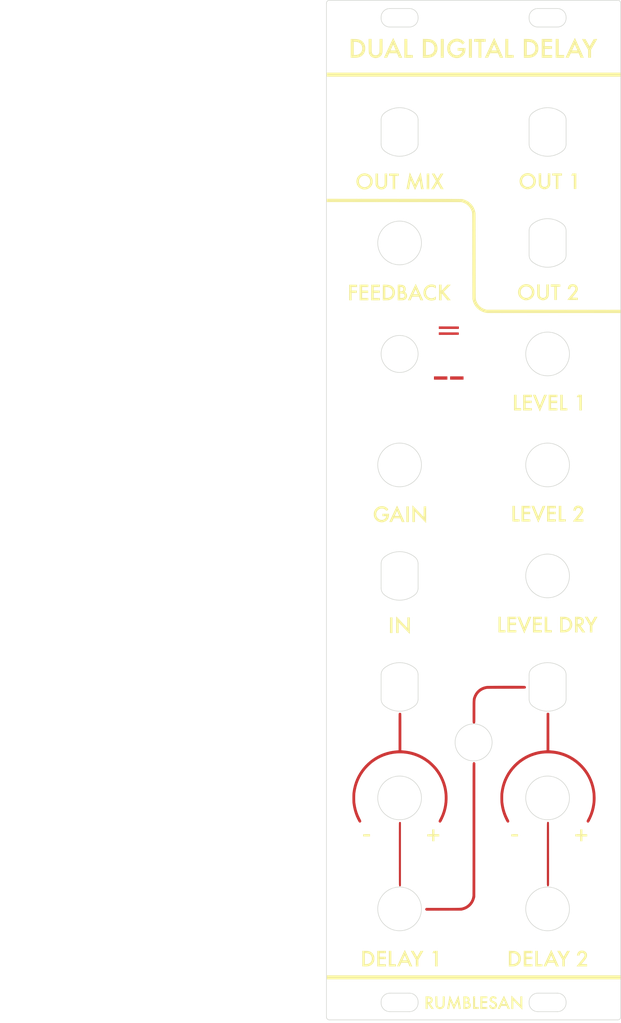
<source format=kicad_pcb>
(kicad_pcb (version 20171130) (host pcbnew "(5.1.8-0-10_14)")

  (general
    (thickness 1.6)
    (drawings 124)
    (tracks 0)
    (zones 0)
    (modules 1)
    (nets 1)
  )

  (page A4)
  (layers
    (0 F.Cu signal)
    (31 B.Cu signal)
    (36 B.SilkS user)
    (37 F.SilkS user)
    (38 B.Mask user)
    (39 F.Mask user)
    (41 Cmts.User user)
    (44 Edge.Cuts user)
    (45 Margin user)
    (46 B.CrtYd user)
    (47 F.CrtYd user)
    (48 B.Fab user)
    (49 F.Fab user)
  )

  (setup
    (last_trace_width 0.254)
    (user_trace_width 0.2032)
    (user_trace_width 0.3048)
    (user_trace_width 0.635)
    (user_trace_width 1.27)
    (trace_clearance 0.254)
    (zone_clearance 0.508)
    (zone_45_only no)
    (trace_min 0.2032)
    (via_size 0.762)
    (via_drill 0.381)
    (via_min_size 0.4064)
    (via_min_drill 0.3048)
    (uvia_size 0.762)
    (uvia_drill 0.381)
    (uvias_allowed no)
    (uvia_min_size 0.2032)
    (uvia_min_drill 0.1016)
    (edge_width 0.05)
    (segment_width 0.2)
    (pcb_text_width 0.3)
    (pcb_text_size 1.5 1.5)
    (mod_edge_width 0.12)
    (mod_text_size 1 1)
    (mod_text_width 0.15)
    (pad_size 1.524 1.524)
    (pad_drill 0.762)
    (pad_to_mask_clearance 0)
    (aux_axis_origin 0 0)
    (visible_elements FFFFFF7F)
    (pcbplotparams
      (layerselection 0x010f0_ffffffff)
      (usegerberextensions true)
      (usegerberattributes true)
      (usegerberadvancedattributes true)
      (creategerberjobfile true)
      (excludeedgelayer true)
      (linewidth 0.100000)
      (plotframeref false)
      (viasonmask false)
      (mode 1)
      (useauxorigin false)
      (hpglpennumber 1)
      (hpglpenspeed 20)
      (hpglpendiameter 15.000000)
      (psnegative false)
      (psa4output false)
      (plotreference false)
      (plotvalue false)
      (plotinvisibletext false)
      (padsonsilk false)
      (subtractmaskfromsilk false)
      (outputformat 1)
      (mirror false)
      (drillshape 0)
      (scaleselection 1)
      (outputdirectory "panel-gerbers/"))
  )

  (net 0 "")

  (net_class Default "This is the default net class."
    (clearance 0.254)
    (trace_width 0.254)
    (via_dia 0.762)
    (via_drill 0.381)
    (uvia_dia 0.762)
    (uvia_drill 0.381)
    (diff_pair_width 0.2032)
    (diff_pair_gap 0.254)
  )

  (net_class Power ""
    (clearance 0.3048)
    (trace_width 0.635)
    (via_dia 0.762)
    (via_drill 0.381)
    (uvia_dia 0.762)
    (uvia_drill 0.381)
    (diff_pair_width 0.2032)
    (diff_pair_gap 0.254)
  )

  (net_class Signal ""
    (clearance 0.3048)
    (trace_width 0.3048)
    (via_dia 0.762)
    (via_drill 0.381)
    (uvia_dia 0.762)
    (uvia_drill 0.381)
    (diff_pair_width 0.2032)
    (diff_pair_gap 0.254)
  )

  (module module-front-panels:dual-pt2399-delay-design (layer F.Cu) (tedit 617850B9) (tstamp 617A4075)
    (at 102.87 102.616)
    (fp_text reference Ref** (at 0 0) (layer F.SilkS) hide
      (effects (font (size 1.27 1.27) (thickness 0.15)))
    )
    (fp_text value Val** (at 0 0) (layer F.SilkS) hide
      (effects (font (size 1.27 1.27) (thickness 0.15)))
    )
    (fp_circle (center -0.000113 39.875) (end 3.174886 39.875) (layer Edge.Cuts) (width 0.1))
    (fp_circle (center -12.700114 -26.799999) (end -9.525114 -26.799999) (layer Edge.Cuts) (width 0.1))
    (fp_circle (center -12.700114 -45.849999) (end -8.950058 -45.849999) (layer Edge.Cuts) (width 0.1))
    (fp_line (start -9.525114 -62.827105) (end -9.525114 -66.972894) (layer Edge.Cuts) (width 0.1))
    (fp_line (start -15.875114 -66.972894) (end -15.875114 -62.827105) (layer Edge.Cuts) (width 0.1))
    (fp_line (start 15.874885 -62.827105) (end 15.874885 -66.972894) (layer Edge.Cuts) (width 0.1))
    (fp_line (start 9.524885 -66.972894) (end 9.524885 -62.827105) (layer Edge.Cuts) (width 0.1))
    (fp_line (start 15.874885 -43.777105) (end 15.874885 -47.922894) (layer Edge.Cuts) (width 0.1))
    (fp_line (start 9.524885 -47.922894) (end 9.524885 -43.777105) (layer Edge.Cuts) (width 0.1))
    (fp_circle (center 12.699886 -26.799999) (end 16.449942 -26.799999) (layer Edge.Cuts) (width 0.1))
    (fp_circle (center 12.699886 -7.75) (end 16.449942 -7.75) (layer Edge.Cuts) (width 0.1))
    (fp_circle (center 12.699886 11.3) (end 16.449942 11.3) (layer Edge.Cuts) (width 0.1))
    (fp_circle (center -12.700114 -7.75) (end -8.950058 -7.75) (layer Edge.Cuts) (width 0.1))
    (fp_line (start 15.874885 32.422894) (end 15.874885 28.277106) (layer Edge.Cuts) (width 0.1))
    (fp_line (start 9.524885 28.277106) (end 9.524885 32.422894) (layer Edge.Cuts) (width 0.1))
    (fp_line (start -9.525114 32.422894) (end -9.525114 28.277106) (layer Edge.Cuts) (width 0.1))
    (fp_line (start -15.875114 28.277106) (end -15.875114 32.422894) (layer Edge.Cuts) (width 0.1))
    (fp_circle (center 12.699886 49.4) (end 16.449942 49.4) (layer Edge.Cuts) (width 0.1))
    (fp_circle (center -12.700114 49.4) (end -8.950058 49.4) (layer Edge.Cuts) (width 0.1))
    (fp_circle (center -12.700114 68.45) (end -8.950058 68.45) (layer Edge.Cuts) (width 0.1))
    (fp_circle (center 12.699886 68.45) (end 16.449942 68.45) (layer Edge.Cuts) (width 0.1))
    (fp_line (start -9.525114 13.372894) (end -9.525114 9.227106) (layer Edge.Cuts) (width 0.1))
    (fp_line (start -15.875114 9.227106) (end -15.875114 13.372894) (layer Edge.Cuts) (width 0.1))
    (fp_line (start -15.875114 84.412376) (end -15.875114 84.587382) (layer Edge.Cuts) (width 0.1))
    (fp_line (start -11.024984 82.912506) (end -14.37499 82.912506) (layer Edge.Cuts) (width 0.1))
    (fp_line (start -9.525114 84.587382) (end -9.525114 84.412376) (layer Edge.Cuts) (width 0.1))
    (fp_line (start -14.37499 86.087506) (end -11.024984 86.087506) (layer Edge.Cuts) (width 0.1))
    (fp_line (start 9.524885 84.412376) (end 9.524885 84.587382) (layer Edge.Cuts) (width 0.1))
    (fp_line (start 14.375016 82.912506) (end 11.02501 82.912506) (layer Edge.Cuts) (width 0.1))
    (fp_line (start 15.874885 84.587382) (end 15.874885 84.412376) (layer Edge.Cuts) (width 0.1))
    (fp_line (start 11.02501 86.087506) (end 14.375016 86.087506) (layer Edge.Cuts) (width 0.1))
    (fp_line (start 9.524885 -84.587539) (end 9.524885 -84.412534) (layer Edge.Cuts) (width 0.1))
    (fp_line (start 14.375016 -86.08741) (end 11.02501 -86.08741) (layer Edge.Cuts) (width 0.1))
    (fp_line (start 15.874885 -84.412534) (end 15.874885 -84.587539) (layer Edge.Cuts) (width 0.1))
    (fp_line (start 11.02501 -82.91241) (end 14.375016 -82.91241) (layer Edge.Cuts) (width 0.1))
    (fp_line (start -15.875114 -84.587539) (end -15.875114 -84.412534) (layer Edge.Cuts) (width 0.1))
    (fp_line (start -11.024984 -86.08741) (end -14.37499 -86.08741) (layer Edge.Cuts) (width 0.1))
    (fp_line (start -9.525114 -84.412534) (end -9.525114 -84.587539) (layer Edge.Cuts) (width 0.1))
    (fp_line (start -14.37499 -82.91241) (end -11.024984 -82.91241) (layer Edge.Cuts) (width 0.1))
    (fp_line (start -24.749874 -87.499903) (end 24.749899 -87.499903) (layer Edge.Cuts) (width 0.1))
    (fp_line (start -25.25 86.999874) (end -25.25 -87.000031) (layer Edge.Cuts) (width 0.1))
    (fp_line (start 24.749899 87.5) (end -24.749874 87.5) (layer Edge.Cuts) (width 0.1))
    (fp_line (start 25.250025 -87.000031) (end 25.250025 86.999874) (layer Edge.Cuts) (width 0.1))
    (fp_poly (pts (xy 21.176198 -80.852098) (xy 21.207168 -80.849433) (xy 21.209 -80.848407) (xy 21.198695 -80.828792)
      (xy 21.169127 -80.776101) (xy 21.122316 -80.693852) (xy 21.060283 -80.585562) (xy 20.985049 -80.454751)
      (xy 20.898633 -80.304935) (xy 20.803056 -80.139632) (xy 20.700339 -79.962362) (xy 20.679833 -79.927017)
      (xy 20.150667 -79.015082) (xy 20.150667 -77.639334) (xy 19.663833 -77.639334) (xy 19.663833 -79.009326)
      (xy 19.14525 -79.9111) (xy 19.042674 -80.089917) (xy 18.946835 -80.25785) (xy 18.859761 -80.411285)
      (xy 18.78348 -80.546608) (xy 18.72002 -80.660206) (xy 18.671408 -80.748462) (xy 18.639672 -80.807765)
      (xy 18.62684 -80.834498) (xy 18.626667 -80.835385) (xy 18.647295 -80.84557) (xy 18.709355 -80.851506)
      (xy 18.813105 -80.853209) (xy 18.90606 -80.85199) (xy 19.185453 -80.846084) (xy 19.478182 -80.338084)
      (xy 19.558863 -80.197985) (xy 19.636204 -80.06353) (xy 19.706606 -79.940984) (xy 19.766473 -79.836612)
      (xy 19.812208 -79.756681) (xy 19.839323 -79.709031) (xy 19.907735 -79.587979) (xy 20.268995 -80.217031)
      (xy 20.630254 -80.846084) (xy 20.919627 -80.851973) (xy 21.024768 -80.853463) (xy 21.112845 -80.853473)
      (xy 21.176198 -80.852098)) (layer F.SilkS) (width 0.01))
    (fp_poly (pts (xy 17.387752 -81.027923) (xy 17.413398 -80.973822) (xy 17.453256 -80.887801) (xy 17.505811 -80.773229)
      (xy 17.569549 -80.633478) (xy 17.642953 -80.471919) (xy 17.724511 -80.291923) (xy 17.812705 -80.096859)
      (xy 17.906022 -79.8901) (xy 18.002946 -79.675017) (xy 18.101962 -79.454979) (xy 18.201556 -79.233359)
      (xy 18.300212 -79.013526) (xy 18.396415 -78.798853) (xy 18.48865 -78.592709) (xy 18.575403 -78.398466)
      (xy 18.655159 -78.219494) (xy 18.726402 -78.059165) (xy 18.787617 -77.920849) (xy 18.837289 -77.807918)
      (xy 18.873904 -77.723741) (xy 18.895946 -77.671691) (xy 18.902093 -77.655209) (xy 18.882147 -77.649256)
      (xy 18.827808 -77.64432) (xy 18.747011 -77.640868) (xy 18.647693 -77.639363) (xy 18.631317 -77.639334)
      (xy 18.3608 -77.639334) (xy 18.0273 -78.423078) (xy 17.352929 -78.417498) (xy 16.678558 -78.411917)
      (xy 16.503235 -78.030917) (xy 16.327913 -77.649917) (xy 16.057143 -77.643978) (xy 15.932727 -77.642858)
      (xy 15.846986 -77.645732) (xy 15.801213 -77.652525) (xy 15.793645 -77.659574) (xy 15.805253 -77.686773)
      (xy 15.832986 -77.748233) (xy 15.875286 -77.840619) (xy 15.930593 -77.960594) (xy 15.997345 -78.104824)
      (xy 16.073983 -78.269972) (xy 16.158947 -78.452702) (xy 16.250677 -78.649681) (xy 16.347612 -78.85757)
      (xy 16.361894 -78.888167) (xy 16.89277 -78.888167) (xy 17.822901 -78.888167) (xy 17.793959 -78.956959)
      (xy 17.755814 -79.046601) (xy 17.709585 -79.153634) (xy 17.657932 -79.272074) (xy 17.603512 -79.395937)
      (xy 17.548983 -79.519241) (xy 17.497004 -79.636) (xy 17.450233 -79.740232) (xy 17.411328 -79.825953)
      (xy 17.382947 -79.887179) (xy 17.367749 -79.917927) (xy 17.365964 -79.92036) (xy 17.356072 -79.900457)
      (xy 17.331389 -79.847982) (xy 17.294653 -79.768894) (xy 17.248603 -79.669154) (xy 17.195979 -79.554723)
      (xy 17.139519 -79.431561) (xy 17.081962 -79.305629) (xy 17.026048 -79.182887) (xy 16.974514 -79.069295)
      (xy 16.952448 -79.020459) (xy 16.89277 -78.888167) (xy 16.361894 -78.888167) (xy 16.448193 -79.073036)
      (xy 16.550859 -79.292742) (xy 16.654051 -79.513352) (xy 16.756208 -79.731532) (xy 16.85577 -79.943945)
      (xy 16.951178 -80.147255) (xy 17.04087 -80.338128) (xy 17.123287 -80.513227) (xy 17.196869 -80.669217)
      (xy 17.260056 -80.802762) (xy 17.311288 -80.910527) (xy 17.349004 -80.989175) (xy 17.371644 -81.035372)
      (xy 17.377833 -81.046731) (xy 17.387752 -81.027923)) (layer F.SilkS) (width 0.01))
    (fp_poly (pts (xy 14.605 -78.105) (xy 15.536333 -78.105) (xy 15.536333 -77.639334) (xy 14.097 -77.639334)
      (xy 14.097 -80.856667) (xy 14.605 -80.856667) (xy 14.605 -78.105)) (layer F.SilkS) (width 0.01))
    (fp_poly (pts (xy 13.483167 -80.369834) (xy 12.213167 -80.369834) (xy 12.213167 -79.629) (xy 13.440833 -79.629)
      (xy 13.440833 -79.163334) (xy 12.213167 -79.163334) (xy 12.213167 -78.105) (xy 13.483167 -78.105)
      (xy 13.483167 -77.639334) (xy 11.705167 -77.639334) (xy 11.705167 -80.856667) (xy 13.483167 -80.856667)
      (xy 13.483167 -80.369834)) (layer F.SilkS) (width 0.01))
    (fp_poly (pts (xy 9.011708 -80.856649) (xy 9.286863 -80.853188) (xy 9.525447 -80.842028) (xy 9.732724 -80.821964)
      (xy 9.913955 -80.791787) (xy 10.074403 -80.750293) (xy 10.219329 -80.696276) (xy 10.353997 -80.628528)
      (xy 10.483669 -80.545843) (xy 10.537102 -80.506977) (xy 10.703206 -80.357098) (xy 10.847867 -80.175896)
      (xy 10.965951 -79.971113) (xy 11.052327 -79.75049) (xy 11.063019 -79.713667) (xy 11.082724 -79.611715)
      (xy 11.095906 -79.480014) (xy 11.10257 -79.330369) (xy 11.102721 -79.174582) (xy 11.096362 -79.02446)
      (xy 11.083498 -78.891807) (xy 11.064133 -78.788427) (xy 11.062676 -78.783093) (xy 10.978924 -78.559181)
      (xy 10.859411 -78.349291) (xy 10.709044 -78.158662) (xy 10.532729 -77.992535) (xy 10.335374 -77.856149)
      (xy 10.121886 -77.754744) (xy 10.088409 -77.742749) (xy 9.984165 -77.710635) (xy 9.875805 -77.685452)
      (xy 9.756724 -77.666513) (xy 9.620317 -77.653128) (xy 9.459981 -77.644608) (xy 9.269111 -77.640265)
      (xy 9.09693 -77.639334) (xy 8.636 -77.639334) (xy 8.636 -80.369834) (xy 9.122833 -80.369834)
      (xy 9.122833 -78.098567) (xy 9.382125 -78.11113) (xy 9.496023 -78.118266) (xy 9.606854 -78.128021)
      (xy 9.700892 -78.139032) (xy 9.757833 -78.148458) (xy 9.92385 -78.202119) (xy 10.088267 -78.288623)
      (xy 10.241214 -78.400611) (xy 10.372817 -78.530726) (xy 10.473204 -78.671608) (xy 10.482568 -78.688668)
      (xy 10.551858 -78.858975) (xy 10.593135 -79.049228) (xy 10.606538 -79.249305) (xy 10.592208 -79.449079)
      (xy 10.550286 -79.638427) (xy 10.480913 -79.807224) (xy 10.466671 -79.832684) (xy 10.345456 -79.999922)
      (xy 10.195505 -80.136116) (xy 10.016908 -80.241223) (xy 9.809761 -80.315198) (xy 9.574156 -80.357996)
      (xy 9.345976 -80.369834) (xy 9.122833 -80.369834) (xy 8.636 -80.369834) (xy 8.636 -80.856667)
      (xy 9.011708 -80.856649)) (layer F.SilkS) (width 0.01))
    (fp_poly (pts (xy 5.947833 -78.105) (xy 6.879167 -78.105) (xy 6.879167 -77.639334) (xy 5.439833 -77.639334)
      (xy 5.439833 -80.856667) (xy 5.947833 -80.856667) (xy 5.947833 -78.105)) (layer F.SilkS) (width 0.01))
    (fp_poly (pts (xy 3.544741 -81.027925) (xy 3.570398 -80.973891) (xy 3.610283 -80.88796) (xy 3.662876 -80.773505)
      (xy 3.726658 -80.633905) (xy 3.800107 -80.472534) (xy 3.881703 -80.29277) (xy 3.969927 -80.097988)
      (xy 4.063258 -79.891565) (xy 4.160176 -79.676877) (xy 4.259161 -79.4573) (xy 4.358692 -79.23621)
      (xy 4.45725 -79.016983) (xy 4.553313 -78.802997) (xy 4.645363 -78.597626) (xy 4.731879 -78.404247)
      (xy 4.81134 -78.226237) (xy 4.882226 -78.066971) (xy 4.943017 -77.929825) (xy 4.992194 -77.818177)
      (xy 5.028235 -77.735402) (xy 5.04962 -77.684876) (xy 5.055094 -77.670346) (xy 5.051868 -77.657393)
      (xy 5.031405 -77.648539) (xy 4.987609 -77.643072) (xy 4.914387 -77.640281) (xy 4.805647 -77.639455)
      (xy 4.79051 -77.639454) (xy 4.519083 -77.639575) (xy 4.351364 -78.031038) (xy 4.183644 -78.4225)
      (xy 2.842174 -78.4225) (xy 2.663749 -78.036209) (xy 2.485324 -77.649917) (xy 2.214349 -77.643978)
      (xy 2.092683 -77.642883) (xy 2.007051 -77.645602) (xy 1.95969 -77.652006) (xy 1.950645 -77.659201)
      (xy 1.962375 -77.686611) (xy 1.99022 -77.748264) (xy 2.032619 -77.840826) (xy 2.088012 -77.96096)
      (xy 2.15484 -78.105331) (xy 2.231543 -78.270603) (xy 2.31656 -78.45344) (xy 2.408331 -78.650506)
      (xy 2.505297 -78.858466) (xy 2.530819 -78.913143) (xy 3.061925 -78.913143) (xy 3.06764 -78.904018)
      (xy 3.087959 -78.897427) (xy 3.127813 -78.892961) (xy 3.192134 -78.890212) (xy 3.285854 -78.888771)
      (xy 3.413903 -78.88823) (xy 3.513206 -78.888167) (xy 3.979901 -78.888167) (xy 3.950959 -78.956959)
      (xy 3.913582 -79.044789) (xy 3.867948 -79.150447) (xy 3.816721 -79.267931) (xy 3.762567 -79.391238)
      (xy 3.70815 -79.514368) (xy 3.656133 -79.631318) (xy 3.609182 -79.736088) (xy 3.569961 -79.822674)
      (xy 3.541135 -79.885076) (xy 3.525367 -79.917292) (xy 3.523255 -79.92036) (xy 3.513446 -79.900355)
      (xy 3.488588 -79.847067) (xy 3.451107 -79.765771) (xy 3.403427 -79.661741) (xy 3.347976 -79.540254)
      (xy 3.301677 -79.4385) (xy 3.240922 -79.305026) (xy 3.185174 -79.182964) (xy 3.137069 -79.07806)
      (xy 3.099249 -78.99606) (xy 3.074352 -78.942708) (xy 3.065883 -78.925209) (xy 3.061925 -78.913143)
      (xy 2.530819 -78.913143) (xy 2.605897 -79.073984) (xy 2.708572 -79.293723) (xy 2.811761 -79.514349)
      (xy 2.913905 -79.732526) (xy 3.013443 -79.944917) (xy 3.108815 -80.148186) (xy 3.198462 -80.338999)
      (xy 3.280822 -80.514019) (xy 3.354338 -80.669911) (xy 3.417447 -80.803338) (xy 3.468591 -80.910965)
      (xy 3.506209 -80.989456) (xy 3.528742 -81.035475) (xy 3.534833 -81.046683) (xy 3.544741 -81.027925)) (layer F.SilkS) (width 0.01))
    (fp_poly (pts (xy 2.074333 -80.369834) (xy 1.3335 -80.369834) (xy 1.3335 -77.639334) (xy 0.846667 -77.639334)
      (xy 0.846667 -80.369834) (xy 0.105833 -80.369834) (xy 0.105833 -80.856667) (xy 2.074333 -80.856667)
      (xy 2.074333 -80.369834)) (layer F.SilkS) (width 0.01))
    (fp_poly (pts (xy -0.296333 -77.639334) (xy -0.804333 -77.639334) (xy -0.804333 -80.856667) (xy -0.296333 -80.856667)
      (xy -0.296333 -77.639334)) (layer F.SilkS) (width 0.01))
    (fp_poly (pts (xy -5.122333 -77.639334) (xy -5.630333 -77.639334) (xy -5.630333 -80.856667) (xy -5.122333 -80.856667)
      (xy -5.122333 -77.639334)) (layer F.SilkS) (width 0.01))
    (fp_poly (pts (xy -8.165042 -80.850753) (xy -7.97057 -80.845714) (xy -7.811395 -80.839636) (xy -7.680482 -80.831683)
      (xy -7.570794 -80.821018) (xy -7.475295 -80.806805) (xy -7.38695 -80.788205) (xy -7.298724 -80.764383)
      (xy -7.21265 -80.737475) (xy -7.00258 -80.647234) (xy -6.807644 -80.520996) (xy -6.632931 -80.363885)
      (xy -6.483529 -80.181028) (xy -6.364527 -79.977549) (xy -6.299232 -79.817322) (xy -6.235966 -79.570087)
      (xy -6.209022 -79.319337) (xy -6.217213 -79.070251) (xy -6.259349 -78.82801) (xy -6.33424 -78.597795)
      (xy -6.440697 -78.384784) (xy -6.577532 -78.194159) (xy -6.700914 -78.067619) (xy -6.827719 -77.961055)
      (xy -6.952091 -77.872894) (xy -7.079584 -77.801571) (xy -7.215748 -77.745517) (xy -7.366136 -77.703166)
      (xy -7.536298 -77.672952) (xy -7.731786 -77.653307) (xy -7.958152 -77.642665) (xy -8.217958 -77.639459)
      (xy -8.6995 -77.639334) (xy -8.6995 -78.098468) (xy -8.1915 -78.098468) (xy -7.932208 -78.112268)
      (xy -7.815975 -78.120569) (xy -7.700542 -78.132442) (xy -7.600585 -78.146186) (xy -7.539959 -78.157777)
      (xy -7.340541 -78.226713) (xy -7.159308 -78.333076) (xy -7.000065 -78.474479) (xy -6.956593 -78.524045)
      (xy -6.879668 -78.627264) (xy -6.822381 -78.731537) (xy -6.777119 -78.852487) (xy -6.750863 -78.946183)
      (xy -6.715563 -79.159354) (xy -6.717477 -79.368843) (xy -6.754587 -79.569817) (xy -6.824873 -79.757444)
      (xy -6.926318 -79.926893) (xy -7.056902 -80.07333) (xy -7.214609 -80.191924) (xy -7.287936 -80.232016)
      (xy -7.451613 -80.299251) (xy -7.625733 -80.342983) (xy -7.820846 -80.365359) (xy -7.963958 -80.369466)
      (xy -8.1915 -80.369834) (xy -8.1915 -78.098468) (xy -8.6995 -78.098468) (xy -8.6995 -80.862713)
      (xy -8.165042 -80.850753)) (layer F.SilkS) (width 0.01))
    (fp_poly (pts (xy -11.625792 -80.852047) (xy -11.377083 -80.846084) (xy -11.366191 -78.105) (xy -10.435167 -78.105)
      (xy -10.435167 -77.639334) (xy -11.8745 -77.639334) (xy -11.8745 -80.858011) (xy -11.625792 -80.852047)) (layer F.SilkS) (width 0.01))
    (fp_poly (pts (xy -13.780288 -81.01025) (xy -13.754263 -80.956241) (xy -13.713932 -80.870358) (xy -13.660823 -80.755969)
      (xy -13.596463 -80.616441) (xy -13.52238 -80.455141) (xy -13.440102 -80.275438) (xy -13.351157 -80.0807)
      (xy -13.257072 -79.874293) (xy -13.159375 -79.659586) (xy -13.059593 -79.439946) (xy -12.959256 -79.218741)
      (xy -12.85989 -78.999339) (xy -12.763022 -78.785107) (xy -12.670182 -78.579412) (xy -12.582896 -78.385623)
      (xy -12.502693 -78.207107) (xy -12.431099 -78.047232) (xy -12.369644 -77.909365) (xy -12.319854 -77.796875)
      (xy -12.283258 -77.713128) (xy -12.261382 -77.661492) (xy -12.2555 -77.645436) (xy -12.275353 -77.643139)
      (xy -12.329684 -77.642036) (xy -12.410655 -77.642168) (xy -12.510429 -77.643576) (xy -12.531829 -77.644011)
      (xy -12.808157 -77.649917) (xy -13.138725 -78.411917) (xy -14.488583 -78.421903) (xy -14.666182 -78.030619)
      (xy -14.84378 -77.639334) (xy -15.10539 -77.639334) (xy -15.212791 -77.640896) (xy -15.296396 -77.645255)
      (xy -15.349868 -77.651918) (xy -15.367 -77.65967) (xy -15.358273 -77.683029) (xy -15.333138 -77.741025)
      (xy -15.293161 -77.830308) (xy -15.23991 -77.94753) (xy -15.174952 -78.089341) (xy -15.099853 -78.252391)
      (xy -15.016182 -78.433331) (xy -14.925505 -78.628811) (xy -14.82939 -78.835484) (xy -14.792208 -78.915256)
      (xy -14.260468 -78.915256) (xy -14.255879 -78.906044) (xy -14.231259 -78.89906) (xy -14.182316 -78.894041)
      (xy -14.104756 -78.890729) (xy -13.994285 -78.888864) (xy -13.846611 -78.888184) (xy -13.813515 -78.888167)
      (xy -13.679514 -78.888847) (xy -13.561016 -78.890751) (xy -13.464118 -78.893672) (xy -13.394915 -78.897405)
      (xy -13.359504 -78.901743) (xy -13.356167 -78.903607) (xy -13.364321 -78.928343) (xy -13.386935 -78.984581)
      (xy -13.421237 -79.066063) (xy -13.464452 -79.166534) (xy -13.513808 -79.279734) (xy -13.566531 -79.399407)
      (xy -13.61985 -79.519297) (xy -13.670991 -79.633145) (xy -13.71718 -79.734694) (xy -13.755646 -79.817687)
      (xy -13.783614 -79.875868) (xy -13.798312 -79.902978) (xy -13.799585 -79.904167) (xy -13.810342 -79.88593)
      (xy -13.835757 -79.835331) (xy -13.872955 -79.758542) (xy -13.91906 -79.661732) (xy -13.971196 -79.551071)
      (xy -14.026487 -79.43273) (xy -14.082059 -79.31288) (xy -14.135035 -79.197689) (xy -14.182539 -79.09333)
      (xy -14.221696 -79.005971) (xy -14.249631 -78.941784) (xy -14.260468 -78.915256) (xy -14.792208 -78.915256)
      (xy -14.729404 -79.049998) (xy -14.627114 -79.269004) (xy -14.524086 -79.489154) (xy -14.421889 -79.707098)
      (xy -14.32209 -79.919486) (xy -14.226255 -80.122969) (xy -14.135951 -80.314198) (xy -14.052747 -80.489823)
      (xy -13.978209 -80.646495) (xy -13.913905 -80.780865) (xy -13.861401 -80.889583) (xy -13.822264 -80.9693)
      (xy -13.798063 -81.016666) (xy -13.790478 -81.029018) (xy -13.780288 -81.01025)) (layer F.SilkS) (width 0.01))
    (fp_poly (pts (xy -20.536958 -80.850099) (xy -20.332156 -80.844281) (xy -20.162846 -80.836781) (xy -20.022198 -80.826688)
      (xy -19.903378 -80.813094) (xy -19.799554 -80.795088) (xy -19.703893 -80.771759) (xy -19.609563 -80.742198)
      (xy -19.540964 -80.717422) (xy -19.337338 -80.618917) (xy -19.149249 -80.485087) (xy -18.981471 -80.321549)
      (xy -18.838782 -80.13392) (xy -18.725956 -79.927818) (xy -18.647769 -79.708859) (xy -18.633627 -79.650167)
      (xy -18.611693 -79.507142) (xy -18.600785 -79.341555) (xy -18.600722 -79.16779) (xy -18.611319 -79.000232)
      (xy -18.632393 -78.853266) (xy -18.644459 -78.800629) (xy -18.728057 -78.564302) (xy -18.847072 -78.347214)
      (xy -18.997951 -78.153108) (xy -19.177143 -77.985725) (xy -19.381094 -77.848807) (xy -19.606253 -77.746098)
      (xy -19.663833 -77.726708) (xy -19.764016 -77.698869) (xy -19.870855 -77.677163) (xy -19.99082 -77.660993)
      (xy -20.130383 -77.649758) (xy -20.296014 -77.64286) (xy -20.494183 -77.6397) (xy -20.607282 -77.639334)
      (xy -21.082 -77.639334) (xy -21.082 -78.098538) (xy -20.574 -78.098538) (xy -20.324462 -78.111084)
      (xy -20.206974 -78.119423) (xy -20.08726 -78.132007) (xy -19.981742 -78.146914) (xy -19.924271 -78.157896)
      (xy -19.739283 -78.221531) (xy -19.561866 -78.326232) (xy -19.406184 -78.458475) (xy -19.278137 -78.613651)
      (xy -19.182846 -78.792594) (xy -19.122117 -78.990184) (xy -19.09776 -79.201302) (xy -19.100672 -79.323409)
      (xy -19.128616 -79.527236) (xy -19.182778 -79.704135) (xy -19.266925 -79.863067) (xy -19.384821 -80.012992)
      (xy -19.395123 -80.024116) (xy -19.538152 -80.15153) (xy -19.701903 -80.248592) (xy -19.889626 -80.316482)
      (xy -20.104571 -80.356381) (xy -20.346458 -80.369466) (xy -20.574 -80.369834) (xy -20.574 -78.098538)
      (xy -21.082 -78.098538) (xy -21.082 -80.862901) (xy -20.536958 -80.850099)) (layer F.SilkS) (width 0.01))
    (fp_poly (pts (xy -2.722864 -80.907704) (xy -2.482477 -80.870627) (xy -2.248827 -80.797109) (xy -2.026345 -80.686376)
      (xy -1.918836 -80.615489) (xy -1.835717 -80.551183) (xy -1.753179 -80.479658) (xy -1.677298 -80.40715)
      (xy -1.614153 -80.339895) (xy -1.569821 -80.284127) (xy -1.55038 -80.246083) (xy -1.550701 -80.237776)
      (xy -1.570599 -80.211743) (xy -1.615061 -80.165443) (xy -1.676675 -80.106349) (xy -1.722491 -80.064546)
      (xy -1.882897 -79.920983) (xy -2.039456 -80.077542) (xy -2.210086 -80.225426) (xy -2.386807 -80.332599)
      (xy -2.57312 -80.400606) (xy -2.772528 -80.430989) (xy -2.846072 -80.433021) (xy -3.06415 -80.412513)
      (xy -3.270051 -80.354117) (xy -3.459595 -80.261125) (xy -3.6286 -80.136828) (xy -3.772886 -79.984515)
      (xy -3.888271 -79.807479) (xy -3.970574 -79.60901) (xy -3.991675 -79.531353) (xy -4.012919 -79.39248)
      (xy -4.018712 -79.234996) (xy -4.009747 -79.074672) (xy -3.986716 -78.927277) (xy -3.961125 -78.836079)
      (xy -3.8761 -78.654397) (xy -3.760341 -78.490071) (xy -3.619362 -78.346568) (xy -3.45868 -78.227353)
      (xy -3.283808 -78.135893) (xy -3.100263 -78.075652) (xy -2.913561 -78.050098) (xy -2.73013 -78.06253)
      (xy -2.55591 -78.111495) (xy -2.392893 -78.190904) (xy -2.246821 -78.295514) (xy -2.123437 -78.420086)
      (xy -2.028484 -78.559376) (xy -1.967703 -78.708144) (xy -1.953938 -78.771003) (xy -1.941795 -78.845834)
      (xy -2.7305 -78.845834) (xy -2.7305 -79.3115) (xy -1.397 -79.3115) (xy -1.397 -79.134356)
      (xy -1.40402 -78.97884) (xy -1.423438 -78.815126) (xy -1.45279 -78.658175) (xy -1.489614 -78.522951)
      (xy -1.504391 -78.482048) (xy -1.602734 -78.287532) (xy -1.73639 -78.106423) (xy -1.899093 -77.944166)
      (xy -2.08458 -77.806207) (xy -2.286584 -77.69799) (xy -2.487083 -77.627952) (xy -2.581499 -77.609908)
      (xy -2.701655 -77.596172) (xy -2.83379 -77.587399) (xy -2.964141 -77.584243) (xy -3.078944 -77.587359)
      (xy -3.157414 -77.596036) (xy -3.418467 -77.664066) (xy -3.657569 -77.768282) (xy -3.874521 -77.908562)
      (xy -4.069122 -78.084788) (xy -4.178672 -78.212312) (xy -4.305694 -78.393015) (xy -4.399981 -78.57219)
      (xy -4.464614 -78.759158) (xy -4.502673 -78.963238) (xy -4.51724 -79.19375) (xy -4.517604 -79.237417)
      (xy -4.509403 -79.459591) (xy -4.482034 -79.653145) (xy -4.432287 -79.828665) (xy -4.356954 -79.996742)
      (xy -4.252825 -80.167964) (xy -4.222213 -80.212085) (xy -4.05867 -80.408368) (xy -3.870862 -80.573641)
      (xy -3.663218 -80.707128) (xy -3.440167 -80.808053) (xy -3.206139 -80.875642) (xy -2.965561 -80.909117)
      (xy -2.722864 -80.907704)) (layer F.SilkS) (width 0.01))
    (fp_poly (pts (xy -17.504466 -79.803625) (xy -17.504143 -79.542346) (xy -17.50319 -79.319618) (xy -17.501334 -79.131664)
      (xy -17.498303 -78.974703) (xy -17.493823 -78.844958) (xy -17.487624 -78.738647) (xy -17.479431 -78.651993)
      (xy -17.468973 -78.581215) (xy -17.455976 -78.522535) (xy -17.44017 -78.472172) (xy -17.42128 -78.426349)
      (xy -17.402369 -78.387703) (xy -17.341515 -78.298211) (xy -17.257059 -78.209712) (xy -17.165036 -78.138054)
      (xy -17.12857 -78.117086) (xy -17.019333 -78.080059) (xy -16.886976 -78.06234) (xy -16.745941 -78.063708)
      (xy -16.61067 -78.083945) (xy -16.495605 -78.122832) (xy -16.487598 -78.126797) (xy -16.373021 -78.205888)
      (xy -16.272428 -78.314519) (xy -16.197206 -78.439974) (xy -16.188129 -78.461146) (xy -16.177533 -78.48805)
      (xy -16.168581 -78.514453) (xy -16.161115 -78.544044) (xy -16.154974 -78.580512) (xy -16.149997 -78.627546)
      (xy -16.146024 -78.688836) (xy -16.142894 -78.76807) (xy -16.140447 -78.868938) (xy -16.138523 -78.99513)
      (xy -16.136961 -79.150334) (xy -16.135601 -79.338239) (xy -16.134281 -79.562536) (xy -16.133427 -79.718959)
      (xy -16.127271 -80.856667) (xy -15.621 -80.856667) (xy -15.621 -79.768446) (xy -15.621197 -79.50128)
      (xy -15.622004 -79.272576) (xy -15.623742 -79.078466) (xy -15.626733 -78.91508) (xy -15.631298 -78.778549)
      (xy -15.637761 -78.665002) (xy -15.646443 -78.570571) (xy -15.657665 -78.491386) (xy -15.671749 -78.423577)
      (xy -15.689019 -78.363275) (xy -15.709794 -78.306611) (xy -15.734399 -78.249716) (xy -15.750158 -78.215911)
      (xy -15.84633 -78.058576) (xy -15.976722 -77.913607) (xy -16.133652 -77.787336) (xy -16.309439 -77.686093)
      (xy -16.467667 -77.624529) (xy -16.576781 -77.60146) (xy -16.71079 -77.588164) (xy -16.853291 -77.585097)
      (xy -16.987883 -77.592718) (xy -17.0815 -77.607411) (xy -17.294627 -77.676416) (xy -17.486637 -77.780941)
      (xy -17.654609 -77.918281) (xy -17.79562 -78.085734) (xy -17.906751 -78.280595) (xy -17.962177 -78.4225)
      (xy -17.970527 -78.45115) (xy -17.977634 -78.48435) (xy -17.983629 -78.525725) (xy -17.988639 -78.578903)
      (xy -17.992796 -78.647509) (xy -17.99623 -78.735169) (xy -17.99907 -78.84551) (xy -18.001445 -78.982158)
      (xy -18.003487 -79.148737) (xy -18.005324 -79.348876) (xy -18.007086 -79.586199) (xy -18.007835 -79.697792)
      (xy -18.015445 -80.856667) (xy -17.504833 -80.856667) (xy -17.504466 -79.803625)) (layer F.SilkS) (width 0.01))
    (fp_poly (pts (xy 25.251833 -74.400834) (xy -25.2095 -74.400834) (xy -25.2095 -75.078167) (xy 25.251833 -75.078167)
      (xy 25.251833 -74.400834)) (layer F.SilkS) (width 0.01))
    (fp_poly (pts (xy 17.631833 -55.118) (xy 17.2085 -55.118) (xy 17.2085 -57.404) (xy 16.98625 -57.404)
      (xy 16.895013 -57.405161) (xy 16.821928 -57.408298) (xy 16.775737 -57.412898) (xy 16.764 -57.417085)
      (xy 16.773826 -57.439992) (xy 16.800236 -57.490853) (xy 16.838626 -57.560971) (xy 16.864542 -57.606992)
      (xy 16.965083 -57.783816) (xy 17.631833 -57.785) (xy 17.631833 -55.118)) (layer F.SilkS) (width 0.01))
    (fp_poly (pts (xy 15.155333 -57.404) (xy 14.5415 -57.404) (xy 14.5415 -55.118) (xy 14.118167 -55.118)
      (xy 14.118167 -57.404) (xy 13.504333 -57.404) (xy 13.504333 -57.785) (xy 15.155333 -57.785)
      (xy 15.155333 -57.404)) (layer F.SilkS) (width 0.01))
    (fp_poly (pts (xy -5.330592 -57.763067) (xy -5.253345 -57.760984) (xy -5.202343 -57.757912) (xy -5.185833 -57.754528)
      (xy -5.196413 -57.734895) (xy -5.226484 -57.683278) (xy -5.273545 -57.603864) (xy -5.335095 -57.500844)
      (xy -5.408634 -57.378404) (xy -5.491659 -57.240733) (xy -5.566833 -57.116498) (xy -5.655954 -56.969016)
      (xy -5.737673 -56.832981) (xy -5.809485 -56.712629) (xy -5.868883 -56.612193) (xy -5.913361 -56.535907)
      (xy -5.940412 -56.488008) (xy -5.947833 -56.472827) (xy -5.937583 -56.451688) (xy -5.908418 -56.398169)
      (xy -5.862722 -56.316477) (xy -5.802877 -56.210819) (xy -5.731265 -56.085401) (xy -5.650268 -55.944432)
      (xy -5.566541 -55.799492) (xy -5.478209 -55.646668) (xy -5.396418 -55.504588) (xy -5.323653 -55.377612)
      (xy -5.262398 -55.270099) (xy -5.215137 -55.186409) (xy -5.184356 -55.130901) (xy -5.172693 -55.108385)
      (xy -5.172194 -55.093935) (xy -5.188304 -55.084415) (xy -5.227577 -55.07885) (xy -5.29657 -55.076261)
      (xy -5.392125 -55.075667) (xy -5.624112 -55.075667) (xy -5.863883 -55.493709) (xy -5.936158 -55.619416)
      (xy -6.004404 -55.737549) (xy -6.064781 -55.841504) (xy -6.113447 -55.924676) (xy -6.146562 -55.980461)
      (xy -6.154889 -55.994104) (xy -6.206125 -56.076458) (xy -6.502611 -55.576063) (xy -6.799097 -55.075667)
      (xy -7.041464 -55.075667) (xy -7.135904 -55.076951) (xy -7.211412 -55.080442) (xy -7.260055 -55.085598)
      (xy -7.27416 -55.091542) (xy -7.191984 -55.226946) (xy -7.103781 -55.373199) (xy -7.012123 -55.525952)
      (xy -6.919582 -55.680854) (xy -6.828731 -55.833557) (xy -6.742141 -55.979711) (xy -6.662386 -56.114965)
      (xy -6.592036 -56.23497) (xy -6.533665 -56.335376) (xy -6.489844 -56.411834) (xy -6.463146 -56.459993)
      (xy -6.455833 -56.475367) (xy -6.466038 -56.49807) (xy -6.49502 -56.553002) (xy -6.540332 -56.635764)
      (xy -6.599527 -56.741958) (xy -6.670157 -56.867186) (xy -6.749774 -57.007047) (xy -6.813479 -57.118146)
      (xy -6.897688 -57.265489) (xy -6.974145 -57.401062) (xy -7.0405 -57.520555) (xy -7.094402 -57.619659)
      (xy -7.133499 -57.694064) (xy -7.155442 -57.739462) (xy -7.159201 -57.751911) (xy -7.134357 -57.756772)
      (xy -7.076523 -57.760583) (xy -6.995036 -57.762891) (xy -6.923264 -57.76336) (xy -6.69925 -57.762887)
      (xy -6.448436 -57.317157) (xy -6.36925 -57.177109) (xy -6.307778 -57.070426) (xy -6.261444 -56.993318)
      (xy -6.227669 -56.941997) (xy -6.203877 -56.912675) (xy -6.187488 -56.901563) (xy -6.175927 -56.904872)
      (xy -6.171534 -56.910172) (xy -6.153473 -56.939221) (xy -6.117465 -56.998927) (xy -6.066998 -57.083443)
      (xy -6.005558 -57.186919) (xy -5.936634 -57.303507) (xy -5.90547 -57.356375) (xy -5.665493 -57.763834)
      (xy -5.425663 -57.763834) (xy -5.330592 -57.763067)) (layer F.SilkS) (width 0.01))
    (fp_poly (pts (xy -7.62 -55.075667) (xy -8.043649 -55.075667) (xy -8.0382 -56.414459) (xy -8.03275 -57.75325)
      (xy -7.826375 -57.759309) (xy -7.62 -57.765367) (xy -7.62 -55.075667)) (layer F.SilkS) (width 0.01))
    (fp_poly (pts (xy -13.678958 -57.758791) (xy -12.85875 -57.75325) (xy -12.852664 -57.557459) (xy -12.846578 -57.361667)
      (xy -13.462 -57.361667) (xy -13.462 -55.075667) (xy -13.885333 -55.075667) (xy -13.885333 -57.361667)
      (xy -14.499167 -57.361667) (xy -14.499167 -57.764331) (xy -13.678958 -57.758791)) (layer F.SilkS) (width 0.01))
    (fp_poly (pts (xy 11.599664 -56.901292) (xy 11.600036 -56.661747) (xy 11.601214 -56.460431) (xy 11.603583 -56.293243)
      (xy 11.607526 -56.156082) (xy 11.613427 -56.044845) (xy 11.621672 -55.955431) (xy 11.632644 -55.883739)
      (xy 11.646727 -55.825667) (xy 11.664306 -55.777113) (xy 11.685764 -55.733976) (xy 11.711487 -55.692153)
      (xy 11.71317 -55.689602) (xy 11.80489 -55.587875) (xy 11.922898 -55.514649) (xy 12.060003 -55.472517)
      (xy 12.209016 -55.464071) (xy 12.303567 -55.47675) (xy 12.442149 -55.52443) (xy 12.555284 -55.605271)
      (xy 12.645089 -55.720941) (xy 12.66825 -55.763586) (xy 12.73175 -55.890584) (xy 12.738054 -56.837792)
      (xy 12.744359 -57.785) (xy 13.165667 -57.785) (xy 13.165667 -56.878721) (xy 13.165082 -56.63561)
      (xy 13.163371 -56.419329) (xy 13.160595 -56.232631) (xy 13.156814 -56.078266) (xy 13.152092 -55.958987)
      (xy 13.14649 -55.877545) (xy 13.142526 -55.846846) (xy 13.088874 -55.663454) (xy 12.997468 -55.495675)
      (xy 12.899996 -55.374495) (xy 12.749981 -55.242372) (xy 12.579143 -55.146547) (xy 12.389549 -55.08771)
      (xy 12.183267 -55.066549) (xy 12.00734 -55.077245) (xy 11.838506 -55.118527) (xy 11.673174 -55.19514)
      (xy 11.521445 -55.3006) (xy 11.393421 -55.428423) (xy 11.334839 -55.508939) (xy 11.302058 -55.560874)
      (xy 11.274566 -55.60721) (xy 11.251869 -55.652108) (xy 11.233473 -55.699734) (xy 11.218883 -55.754252)
      (xy 11.207605 -55.819824) (xy 11.199145 -55.900615) (xy 11.19301 -56.000789) (xy 11.188704 -56.12451)
      (xy 11.185733 -56.275941) (xy 11.183603 -56.459247) (xy 11.181821 -56.67859) (xy 11.180884 -56.806042)
      (xy 11.173674 -57.785) (xy 11.599333 -57.785) (xy 11.599664 -56.901292)) (layer F.SilkS) (width 0.01))
    (fp_poly (pts (xy 9.519394 -57.822107) (xy 9.645844 -57.799944) (xy 9.650471 -57.798741) (xy 9.873379 -57.718605)
      (xy 10.07765 -57.60293) (xy 10.259279 -57.455746) (xy 10.41426 -57.281081) (xy 10.538587 -57.082964)
      (xy 10.628255 -56.865423) (xy 10.648218 -56.795335) (xy 10.684357 -56.573868) (xy 10.68423 -56.343853)
      (xy 10.648973 -56.115826) (xy 10.579723 -55.900323) (xy 10.543078 -55.820617) (xy 10.422315 -55.627017)
      (xy 10.270192 -55.457604) (xy 10.091794 -55.315026) (xy 9.892207 -55.201935) (xy 9.676516 -55.12098)
      (xy 9.449807 -55.074812) (xy 9.217166 -55.066079) (xy 9.11225 -55.075026) (xy 8.888012 -55.120622)
      (xy 8.680391 -55.201012) (xy 8.481603 -55.319452) (xy 8.420752 -55.364252) (xy 8.24327 -55.525771)
      (xy 8.101754 -55.709398) (xy 7.996623 -55.914255) (xy 7.928296 -56.139462) (xy 7.897191 -56.384141)
      (xy 7.895573 -56.451501) (xy 8.3185 -56.451501) (xy 8.338541 -56.249178) (xy 8.396674 -56.060954)
      (xy 8.489908 -55.8907) (xy 8.615254 -55.742289) (xy 8.769724 -55.619592) (xy 8.950329 -55.526481)
      (xy 9.061711 -55.488723) (xy 9.189888 -55.467591) (xy 9.337614 -55.46694) (xy 9.487967 -55.485752)
      (xy 9.622311 -55.522374) (xy 9.803972 -55.611148) (xy 9.959088 -55.730667) (xy 10.085076 -55.876776)
      (xy 10.179353 -56.045322) (xy 10.239337 -56.232152) (xy 10.262448 -56.43311) (xy 10.258685 -56.546044)
      (xy 10.22359 -56.744958) (xy 10.152824 -56.923124) (xy 10.068408 -57.055037) (xy 9.931472 -57.202879)
      (xy 9.77547 -57.315639) (xy 9.605314 -57.393123) (xy 9.425916 -57.435138) (xy 9.242185 -57.44149)
      (xy 9.059034 -57.411988) (xy 8.881374 -57.346436) (xy 8.714114 -57.244643) (xy 8.569172 -57.114029)
      (xy 8.450146 -56.956301) (xy 8.369212 -56.780389) (xy 8.326202 -56.585848) (xy 8.3185 -56.451501)
      (xy 7.895573 -56.451501) (xy 7.895167 -56.468389) (xy 7.915582 -56.699391) (xy 7.974726 -56.920204)
      (xy 8.069441 -57.126792) (xy 8.196573 -57.315117) (xy 8.352964 -57.481145) (xy 8.535459 -57.62084)
      (xy 8.740903 -57.730164) (xy 8.934026 -57.796948) (xy 9.060194 -57.820229) (xy 9.210514 -57.832209)
      (xy 9.368932 -57.832849) (xy 9.519394 -57.822107)) (layer F.SilkS) (width 0.01))
    (fp_poly (pts (xy -16.399484 -56.816625) (xy -16.397614 -56.587214) (xy -16.395627 -56.396196) (xy -16.393362 -56.239631)
      (xy -16.390656 -56.113579) (xy -16.387346 -56.014099) (xy -16.383272 -55.937251) (xy -16.378271 -55.879095)
      (xy -16.37218 -55.835691) (xy -16.364837 -55.803099) (xy -16.356775 -55.779122) (xy -16.287476 -55.647871)
      (xy -16.193654 -55.548362) (xy -16.091306 -55.484582) (xy -15.947746 -55.435336) (xy -15.803705 -55.42396)
      (xy -15.665281 -55.44762) (xy -15.538573 -55.503483) (xy -15.429681 -55.588717) (xy -15.344703 -55.700487)
      (xy -15.289738 -55.835961) (xy -15.284161 -55.859531) (xy -15.277959 -55.911226) (xy -15.272646 -56.002944)
      (xy -15.268277 -56.132382) (xy -15.264903 -56.297238) (xy -15.262577 -56.495209) (xy -15.261352 -56.723994)
      (xy -15.261167 -56.865292) (xy -15.261167 -57.763834) (xy -14.837833 -57.763834) (xy -14.837833 -56.833542)
      (xy -14.838426 -56.570788) (xy -14.840183 -56.343231) (xy -14.843075 -56.152175) (xy -14.847073 -55.998925)
      (xy -14.852146 -55.884787) (xy -14.858267 -55.811064) (xy -14.861426 -55.791084) (xy -14.921622 -55.604388)
      (xy -15.017611 -55.435848) (xy -15.145021 -55.290251) (xy -15.299477 -55.172384) (xy -15.476606 -55.087034)
      (xy -15.517092 -55.073435) (xy -15.665985 -55.042431) (xy -15.833312 -55.032552) (xy -16.001416 -55.04358)
      (xy -16.152637 -55.075297) (xy -16.171903 -55.081528) (xy -16.349151 -55.163628) (xy -16.504823 -55.279281)
      (xy -16.634456 -55.423322) (xy -16.733584 -55.590582) (xy -16.797743 -55.775896) (xy -16.806172 -55.815646)
      (xy -16.811037 -55.862776) (xy -16.815447 -55.947827) (xy -16.81931 -56.066389) (xy -16.822534 -56.214051)
      (xy -16.825029 -56.386402) (xy -16.826702 -56.579033) (xy -16.827463 -56.787533) (xy -16.8275 -56.845973)
      (xy -16.8275 -57.763834) (xy -16.406557 -57.763834) (xy -16.399484 -56.816625)) (layer F.SilkS) (width 0.01))
    (fp_poly (pts (xy -18.561211 -57.795426) (xy -18.331961 -57.752745) (xy -18.11628 -57.672953) (xy -17.91757 -57.558389)
      (xy -17.739233 -57.41139) (xy -17.58467 -57.234297) (xy -17.457285 -57.029448) (xy -17.364565 -56.811334)
      (xy -17.342754 -56.717231) (xy -17.328707 -56.59416) (xy -17.322419 -56.454644) (xy -17.323884 -56.311206)
      (xy -17.333098 -56.17637) (xy -17.350056 -56.062658) (xy -17.364885 -56.007) (xy -17.464358 -55.778741)
      (xy -17.596938 -55.573211) (xy -17.75936 -55.394225) (xy -17.948361 -55.245596) (xy -18.083343 -55.167365)
      (xy -18.253925 -55.100068) (xy -18.448567 -55.055365) (xy -18.654907 -55.034272) (xy -18.860586 -55.0378)
      (xy -19.053244 -55.066965) (xy -19.1135 -55.082876) (xy -19.340579 -55.171305) (xy -19.543169 -55.292323)
      (xy -19.718758 -55.442582) (xy -19.864837 -55.618731) (xy -19.978896 -55.817423) (xy -20.058426 -56.03531)
      (xy -20.100915 -56.269041) (xy -20.107598 -56.409167) (xy -20.102389 -56.471135) (xy -19.684412 -56.471135)
      (xy -19.675864 -56.27216) (xy -19.62827 -56.081206) (xy -19.54299 -55.903397) (xy -19.421385 -55.743854)
      (xy -19.399915 -55.721634) (xy -19.251229 -55.593858) (xy -19.09555 -55.50412) (xy -18.92536 -55.448131)
      (xy -18.917684 -55.446432) (xy -18.827522 -55.427943) (xy -18.760379 -55.418889) (xy -18.698389 -55.41875)
      (xy -18.623685 -55.427005) (xy -18.563167 -55.436108) (xy -18.371793 -55.486314) (xy -18.198856 -55.57188)
      (xy -18.048005 -55.6885) (xy -17.922888 -55.831869) (xy -17.827154 -55.99768) (xy -17.764453 -56.181628)
      (xy -17.738432 -56.379406) (xy -17.737918 -56.410012) (xy -17.756746 -56.610473) (xy -17.811318 -56.795486)
      (xy -17.897639 -56.961882) (xy -18.011716 -57.106493) (xy -18.149553 -57.226148) (xy -18.307157 -57.317681)
      (xy -18.480533 -57.377921) (xy -18.665686 -57.403699) (xy -18.858622 -57.391847) (xy -18.950949 -57.372351)
      (xy -19.086884 -57.328184) (xy -19.203404 -57.268371) (xy -19.315671 -57.18419) (xy -19.379726 -57.125661)
      (xy -19.501159 -56.991238) (xy -19.587855 -56.851214) (xy -19.64695 -56.693749) (xy -19.652554 -56.67301)
      (xy -19.684412 -56.471135) (xy -20.102389 -56.471135) (xy -20.087557 -56.647542) (xy -20.029489 -56.872543)
      (xy -19.936484 -57.080886) (xy -19.811628 -57.26929) (xy -19.658007 -57.434474) (xy -19.478711 -57.573153)
      (xy -19.276825 -57.682047) (xy -19.055437 -57.757874) (xy -18.817634 -57.797351) (xy -18.800629 -57.798656)
      (xy -18.561211 -57.795426)) (layer F.SilkS) (width 0.01))
    (fp_poly (pts (xy -10.947741 -57.953278) (xy -10.943141 -57.947311) (xy -10.935283 -57.933138) (xy -10.92287 -57.907887)
      (xy -10.904607 -57.868686) (xy -10.879199 -57.812662) (xy -10.845349 -57.736943) (xy -10.801762 -57.638655)
      (xy -10.747143 -57.514927) (xy -10.680196 -57.362885) (xy -10.599624 -57.179657) (xy -10.504134 -56.96237)
      (xy -10.435223 -56.805544) (xy -10.355464 -56.625125) (xy -10.280551 -56.457776) (xy -10.212234 -56.307254)
      (xy -10.152262 -56.177319) (xy -10.102387 -56.071729) (xy -10.064357 -55.994241) (xy -10.039922 -55.948614)
      (xy -10.031129 -55.937711) (xy -10.02021 -55.958797) (xy -9.99366 -56.014048) (xy -9.953477 -56.099143)
      (xy -9.90166 -56.209759) (xy -9.840207 -56.341575) (xy -9.771117 -56.490267) (xy -9.69639 -56.651515)
      (xy -9.618023 -56.820995) (xy -9.538016 -56.994386) (xy -9.458366 -57.167366) (xy -9.381074 -57.335613)
      (xy -9.308137 -57.494804) (xy -9.241554 -57.640618) (xy -9.183323 -57.768732) (xy -9.139348 -57.866135)
      (xy -9.113626 -57.917583) (xy -9.094184 -57.946104) (xy -9.088533 -57.948255) (xy -9.08334 -57.926303)
      (xy -9.071527 -57.866102) (xy -9.053719 -57.77111) (xy -9.030541 -57.644786) (xy -9.002617 -57.490591)
      (xy -8.970572 -57.311983) (xy -8.935033 -57.112421) (xy -8.896622 -56.895365) (xy -8.855966 -56.664273)
      (xy -8.836784 -56.554788) (xy -8.795159 -56.317172) (xy -8.755455 -56.091034) (xy -8.718308 -55.879961)
      (xy -8.684352 -55.687537) (xy -8.654224 -55.517348) (xy -8.628558 -55.372981) (xy -8.607989 -55.258021)
      (xy -8.593153 -55.176053) (xy -8.584686 -55.130664) (xy -8.583162 -55.123292) (xy -8.579554 -55.102015)
      (xy -8.585836 -55.088259) (xy -8.609188 -55.080385) (xy -8.656789 -55.076752) (xy -8.735818 -55.07572)
      (xy -8.791611 -55.075667) (xy -9.011528 -55.075667) (xy -9.081014 -55.514875) (xy -9.106649 -55.676883)
      (xy -9.134563 -55.853248) (xy -9.162436 -56.029316) (xy -9.187949 -56.190432) (xy -9.205728 -56.302672)
      (xy -9.260957 -56.65126) (xy -9.649885 -55.799964) (xy -9.73092 -55.623011) (xy -9.806626 -55.458503)
      (xy -9.875189 -55.310323) (xy -9.934797 -55.182349) (xy -9.983636 -55.078466) (xy -10.019893 -55.002552)
      (xy -10.041755 -54.95849) (xy -10.04757 -54.948667) (xy -10.060647 -54.966026) (xy -10.081415 -55.008684)
      (xy -10.085165 -55.017459) (xy -10.106856 -55.068171) (xy -10.141978 -55.14904) (xy -10.188243 -55.254894)
      (xy -10.24337 -55.380563) (xy -10.305071 -55.520874) (xy -10.371064 -55.670656) (xy -10.439063 -55.824737)
      (xy -10.506783 -55.977946) (xy -10.57194 -56.125111) (xy -10.632249 -56.261061) (xy -10.685426 -56.380624)
      (xy -10.729186 -56.478628) (xy -10.761243 -56.549903) (xy -10.779314 -56.589275) (xy -10.781802 -56.594355)
      (xy -10.789271 -56.602466) (xy -10.797562 -56.596576) (xy -10.807445 -56.573234) (xy -10.819693 -56.528987)
      (xy -10.835078 -56.460384) (xy -10.85437 -56.363976) (xy -10.878343 -56.236309) (xy -10.907767 -56.073933)
      (xy -10.943415 -55.873397) (xy -10.944945 -55.86474) (xy -11.082479 -55.08625) (xy -11.298573 -55.080218)
      (xy -11.41008 -55.079148) (xy -11.48096 -55.083398) (xy -11.512601 -55.093077) (xy -11.514667 -55.097507)
      (xy -11.510695 -55.122923) (xy -11.499321 -55.185368) (xy -11.481355 -55.280728) (xy -11.457606 -55.40489)
      (xy -11.428886 -55.55374) (xy -11.396004 -55.723164) (xy -11.359772 -55.909049) (xy -11.320999 -56.107281)
      (xy -11.280496 -56.313745) (xy -11.239073 -56.52433) (xy -11.19754 -56.73492) (xy -11.156709 -56.941402)
      (xy -11.117388 -57.139662) (xy -11.080389 -57.325587) (xy -11.046522 -57.495063) (xy -11.016598 -57.643976)
      (xy -10.991426 -57.768213) (xy -10.971816 -57.863659) (xy -10.958581 -57.926201) (xy -10.952529 -57.951726)
      (xy -10.952346 -57.952088) (xy -10.950377 -57.953913) (xy -10.947741 -57.953278)) (layer F.SilkS) (width 0.01))
    (fp_poly (pts (xy 17.144962 -38.770649) (xy 17.281181 -38.749047) (xy 17.392552 -38.713921) (xy 17.399 -38.710995)
      (xy 17.556232 -38.616432) (xy 17.687192 -38.493863) (xy 17.787854 -38.348927) (xy 17.854193 -38.187264)
      (xy 17.880969 -38.03582) (xy 17.883527 -37.935486) (xy 17.874902 -37.839228) (xy 17.852908 -37.742969)
      (xy 17.815362 -37.642632) (xy 17.760079 -37.534141) (xy 17.684875 -37.413419) (xy 17.587566 -37.276389)
      (xy 17.465967 -37.118975) (xy 17.317894 -36.937099) (xy 17.246218 -36.851167) (xy 16.917792 -36.459584)
      (xy 17.401813 -36.453902) (xy 17.885833 -36.44822) (xy 17.885833 -36.068) (xy 16.983658 -36.068)
      (xy 16.757731 -36.068227) (xy 16.57105 -36.068969) (xy 16.420533 -36.070318) (xy 16.303095 -36.072367)
      (xy 16.215652 -36.075208) (xy 16.15512 -36.078935) (xy 16.118416 -36.083639) (xy 16.102454 -36.089414)
      (xy 16.102204 -36.094459) (xy 16.120191 -36.116555) (xy 16.161882 -36.167316) (xy 16.224013 -36.242781)
      (xy 16.303316 -36.338987) (xy 16.396526 -36.45197) (xy 16.500375 -36.577767) (xy 16.586332 -36.681834)
      (xy 16.765636 -36.899549) (xy 16.919312 -37.087947) (xy 17.049279 -37.249859) (xy 17.157453 -37.388116)
      (xy 17.245751 -37.505547) (xy 17.31609 -37.604984) (xy 17.370388 -37.689256) (xy 17.410561 -37.761194)
      (xy 17.438526 -37.823629) (xy 17.456201 -37.879391) (xy 17.465503 -37.93131) (xy 17.468348 -37.982217)
      (xy 17.468355 -37.984079) (xy 17.449103 -38.109017) (xy 17.394441 -38.21753) (xy 17.309722 -38.304611)
      (xy 17.2003 -38.365254) (xy 17.071528 -38.39445) (xy 17.027542 -38.396334) (xy 16.891652 -38.378962)
      (xy 16.779651 -38.326738) (xy 16.691336 -38.239499) (xy 16.626507 -38.11708) (xy 16.606332 -38.055486)
      (xy 16.57131 -37.930667) (xy 16.36272 -37.930667) (xy 16.267111 -37.931368) (xy 16.206539 -37.934366)
      (xy 16.173719 -37.941002) (xy 16.161364 -37.952617) (xy 16.161572 -37.967709) (xy 16.210405 -38.172804)
      (xy 16.268477 -38.340337) (xy 16.338968 -38.474644) (xy 16.425053 -38.580059) (xy 16.529912 -38.660918)
      (xy 16.656722 -38.721556) (xy 16.732476 -38.74656) (xy 16.856083 -38.770181) (xy 16.99842 -38.777952)
      (xy 17.144962 -38.770649)) (layer F.SilkS) (width 0.01))
    (fp_poly (pts (xy 14.880167 -38.332834) (xy 14.2875 -38.332834) (xy 14.2875 -36.068) (xy 13.864167 -36.068)
      (xy 13.864167 -38.332834) (xy 13.250333 -38.332834) (xy 13.250333 -38.735) (xy 14.880167 -38.735)
      (xy 14.880167 -38.332834)) (layer F.SilkS) (width 0.01))
    (fp_poly (pts (xy 11.345333 -37.831514) (xy 11.345516 -37.588918) (xy 11.34642 -37.38467) (xy 11.348577 -37.214788)
      (xy 11.352519 -37.075286) (xy 11.358778 -36.962182) (xy 11.367887 -36.871491) (xy 11.380377 -36.799229)
      (xy 11.39678 -36.741412) (xy 11.41763 -36.694057) (xy 11.443457 -36.653178) (xy 11.474795 -36.614794)
      (xy 11.512174 -36.574918) (xy 11.513337 -36.573717) (xy 11.626121 -36.484914) (xy 11.753359 -36.430829)
      (xy 11.888206 -36.409931) (xy 12.023816 -36.42069) (xy 12.153343 -36.461576) (xy 12.269943 -36.531059)
      (xy 12.36677 -36.627608) (xy 12.436978 -36.749694) (xy 12.449202 -36.78291) (xy 12.456364 -36.819859)
      (xy 12.462601 -36.885844) (xy 12.467983 -36.982986) (xy 12.472581 -37.113405) (xy 12.476464 -37.279219)
      (xy 12.479705 -37.482551) (xy 12.482373 -37.725519) (xy 12.483005 -37.798375) (xy 12.490746 -38.735)
      (xy 12.911667 -38.735) (xy 12.911299 -37.830125) (xy 12.910924 -37.585884) (xy 12.909737 -37.379704)
      (xy 12.907319 -37.207319) (xy 12.903252 -37.064459) (xy 12.897118 -36.946855) (xy 12.8885 -36.850239)
      (xy 12.876979 -36.770341) (xy 12.862138 -36.702894) (xy 12.843558 -36.643628) (xy 12.820821 -36.588274)
      (xy 12.79351 -36.532564) (xy 12.782141 -36.510967) (xy 12.682088 -36.365594) (xy 12.549946 -36.237962)
      (xy 12.394292 -36.134044) (xy 12.223701 -36.059808) (xy 12.086167 -36.026411) (xy 11.99001 -36.013005)
      (xy 11.914285 -36.008287) (xy 11.839555 -36.01238) (xy 11.746383 -36.025407) (xy 11.726333 -36.028681)
      (xy 11.566754 -36.073397) (xy 11.40833 -36.150965) (xy 11.261308 -36.254191) (xy 11.135932 -36.375883)
      (xy 11.042462 -36.508821) (xy 11.015239 -36.560502) (xy 10.992452 -36.609686) (xy 10.973706 -36.660577)
      (xy 10.958609 -36.717381) (xy 10.946768 -36.784306) (xy 10.937789 -36.865557) (xy 10.931279 -36.965339)
      (xy 10.926846 -37.08786) (xy 10.924096 -37.237324) (xy 10.922635 -37.417938) (xy 10.922072 -37.633908)
      (xy 10.922 -37.797531) (xy 10.922 -38.735) (xy 11.345333 -38.735) (xy 11.345333 -37.831514)) (layer F.SilkS) (width 0.01))
    (fp_poly (pts (xy 9.268828 -38.769272) (xy 9.396004 -38.746708) (xy 9.398 -38.74619) (xy 9.601514 -38.672344)
      (xy 9.797644 -38.560807) (xy 9.978292 -38.416219) (xy 9.984639 -38.410233) (xy 10.121622 -38.267355)
      (xy 10.227049 -38.125413) (xy 10.309413 -37.971627) (xy 10.359011 -37.846935) (xy 10.386633 -37.764865)
      (xy 10.405022 -37.69587) (xy 10.41606 -37.627009) (xy 10.421629 -37.545337) (xy 10.423611 -37.437911)
      (xy 10.42378 -37.4015) (xy 10.42262 -37.275427) (xy 10.417326 -37.179086) (xy 10.4065 -37.099965)
      (xy 10.388742 -37.025552) (xy 10.377637 -36.98875) (xy 10.288542 -36.7759) (xy 10.163748 -36.580162)
      (xy 10.008047 -36.406285) (xy 9.826227 -36.25902) (xy 9.623081 -36.143118) (xy 9.4615 -36.080228)
      (xy 9.298856 -36.041649) (xy 9.117844 -36.019851) (xy 8.938159 -36.016416) (xy 8.809671 -36.027794)
      (xy 8.588549 -36.081579) (xy 8.379907 -36.171915) (xy 8.188332 -36.294577) (xy 8.018409 -36.445344)
      (xy 7.874726 -36.619993) (xy 7.761868 -36.814302) (xy 7.684422 -37.024048) (xy 7.671793 -37.075408)
      (xy 7.647881 -37.238066) (xy 7.642606 -37.400368) (xy 8.075083 -37.400368) (xy 8.075466 -37.289539)
      (xy 8.077978 -37.209988) (xy 8.084669 -37.150663) (xy 8.097583 -37.100507) (xy 8.11877 -37.048468)
      (xy 8.150276 -36.98349) (xy 8.153486 -36.977035) (xy 8.26339 -36.798905) (xy 8.398516 -36.65183)
      (xy 8.554966 -36.537834) (xy 8.728842 -36.458945) (xy 8.916247 -36.417189) (xy 9.113282 -36.414593)
      (xy 9.209902 -36.427808) (xy 9.396375 -36.482846) (xy 9.564217 -36.572575) (xy 9.710086 -36.692208)
      (xy 9.830639 -36.836961) (xy 9.922536 -37.002049) (xy 9.982435 -37.182686) (xy 10.006993 -37.374086)
      (xy 9.995858 -37.553282) (xy 9.947134 -37.739801) (xy 9.863159 -37.915042) (xy 9.749112 -38.071839)
      (xy 9.610169 -38.203027) (xy 9.457216 -38.29869) (xy 9.28488 -38.360257) (xy 9.098045 -38.387476)
      (xy 8.906791 -38.380467) (xy 8.721196 -38.339349) (xy 8.596341 -38.288496) (xy 8.477273 -38.212156)
      (xy 8.358386 -38.106226) (xy 8.250468 -37.982096) (xy 8.16431 -37.851159) (xy 8.143378 -37.810273)
      (xy 8.114842 -37.747936) (xy 8.095608 -37.696309) (xy 8.083846 -37.644409) (xy 8.077725 -37.58125)
      (xy 8.075416 -37.495849) (xy 8.075083 -37.400368) (xy 7.642606 -37.400368) (xy 7.642051 -37.417416)
      (xy 7.653573 -37.598136) (xy 7.681716 -37.764907) (xy 7.709189 -37.860312) (xy 7.803465 -38.065659)
      (xy 7.933047 -38.254952) (xy 8.092349 -38.423086) (xy 8.275784 -38.564957) (xy 8.477766 -38.67546)
      (xy 8.678333 -38.745855) (xy 8.805926 -38.768745) (xy 8.95764 -38.780282) (xy 9.117324 -38.780461)
      (xy 9.268828 -38.769272)) (layer F.SilkS) (width 0.01))
    (fp_poly (pts (xy -5.501077 -37.644917) (xy -4.988517 -38.168792) (xy -4.475956 -38.692667) (xy -4.206478 -38.692667)
      (xy -4.105258 -38.691508) (xy -4.021385 -38.688341) (xy -3.962801 -38.683629) (xy -3.937447 -38.677837)
      (xy -3.937 -38.676929) (xy -3.951476 -38.659001) (xy -3.992778 -38.614495) (xy -4.057717 -38.546686)
      (xy -4.143104 -38.458849) (xy -4.245749 -38.354259) (xy -4.362463 -38.23619) (xy -4.490057 -38.107919)
      (xy -4.532669 -38.065247) (xy -5.128338 -37.469302) (xy -4.537961 -36.756715) (xy -4.414178 -36.607058)
      (xy -4.298889 -36.467185) (xy -4.194879 -36.340514) (xy -4.104935 -36.230459) (xy -4.031845 -36.140438)
      (xy -3.978395 -36.073866) (xy -3.947371 -36.034161) (xy -3.940528 -36.024314) (xy -3.957629 -36.016353)
      (xy -4.011249 -36.010112) (xy -4.095592 -36.006019) (xy -4.204863 -36.004502) (xy -4.208273 -36.0045)
      (xy -4.483074 -36.0045) (xy -4.953312 -36.586022) (xy -5.079076 -36.741167) (xy -5.181251 -36.866123)
      (xy -5.262551 -36.963871) (xy -5.32569 -37.037391) (xy -5.373382 -37.089665) (xy -5.408341 -37.123672)
      (xy -5.433283 -37.142394) (xy -5.450921 -37.148811) (xy -5.463441 -37.146194) (xy -5.475461 -37.13755)
      (xy -5.484796 -37.122762) (xy -5.491783 -37.09691) (xy -5.496761 -37.055076) (xy -5.500065 -36.99234)
      (xy -5.502035 -36.903785) (xy -5.503007 -36.784489) (xy -5.503318 -36.629535) (xy -5.503333 -36.564672)
      (xy -5.503333 -36.0045) (xy -5.926667 -36.0045) (xy -5.926667 -38.692667) (xy -5.503333 -38.692667)
      (xy -5.501077 -37.644917)) (layer F.SilkS) (width 0.01))
    (fp_poly (pts (xy -9.930549 -38.808955) (xy -9.904553 -38.755667) (xy -9.864523 -38.67115) (xy -9.812139 -38.559089)
      (xy -9.749077 -38.423167) (xy -9.677017 -38.267069) (xy -9.597637 -38.094478) (xy -9.512615 -37.909079)
      (xy -9.42363 -37.714555) (xy -9.332359 -37.514592) (xy -9.240481 -37.312872) (xy -9.149674 -37.11308)
      (xy -9.061617 -36.918899) (xy -8.977988 -36.734015) (xy -8.900464 -36.562111) (xy -8.830726 -36.40687)
      (xy -8.77045 -36.271978) (xy -8.721315 -36.161117) (xy -8.684999 -36.077973) (xy -8.663181 -36.026229)
      (xy -8.657285 -36.009792) (xy -8.67697 -36.007656) (xy -8.730408 -36.005933) (xy -8.809016 -36.00482)
      (xy -8.887696 -36.0045) (xy -9.118224 -36.0045) (xy -9.208269 -36.210875) (xy -9.252062 -36.311202)
      (xy -9.295521 -36.410688) (xy -9.332153 -36.494474) (xy -9.347146 -36.528723) (xy -9.395978 -36.640196)
      (xy -9.962017 -36.634556) (xy -10.528055 -36.628917) (xy -10.669403 -36.322) (xy -10.810751 -36.015084)
      (xy -11.035709 -36.009076) (xy -11.127414 -36.008077) (xy -11.200945 -36.010038) (xy -11.24766 -36.014551)
      (xy -11.259921 -36.019659) (xy -11.250959 -36.043204) (xy -11.225686 -36.101012) (xy -11.185828 -36.189413)
      (xy -11.13311 -36.304735) (xy -11.069257 -36.443307) (xy -10.995994 -36.601457) (xy -10.915045 -36.775515)
      (xy -10.828135 -36.961808) (xy -10.783356 -37.057542) (xy -10.329474 -37.057542) (xy -10.309376 -37.052466)
      (xy -10.253636 -37.048061) (xy -10.168943 -37.044608) (xy -10.061986 -37.042385) (xy -9.949136 -37.041667)
      (xy -9.568939 -37.041667) (xy -9.639865 -37.205709) (xy -9.720759 -37.392517) (xy -9.786541 -37.543696)
      (xy -9.838703 -37.662558) (xy -9.87874 -37.752415) (xy -9.908146 -37.816579) (xy -9.928412 -37.85836)
      (xy -9.941034 -37.881071) (xy -9.947505 -37.888024) (xy -9.947592 -37.888025) (xy -9.958981 -37.86973)
      (xy -9.984437 -37.819572) (xy -10.020823 -37.744368) (xy -10.065006 -37.650936) (xy -10.113851 -37.546094)
      (xy -10.164221 -37.436659) (xy -10.212982 -37.329449) (xy -10.257 -37.231282) (xy -10.293139 -37.148976)
      (xy -10.318264 -37.089348) (xy -10.32924 -37.059216) (xy -10.329474 -37.057542) (xy -10.783356 -37.057542)
      (xy -10.73699 -37.156665) (xy -10.643335 -37.356415) (xy -10.548893 -37.557387) (xy -10.45539 -37.755908)
      (xy -10.364551 -37.948309) (xy -10.278101 -38.130916) (xy -10.197765 -38.300059) (xy -10.125267 -38.452066)
      (xy -10.062333 -38.583266) (xy -10.010686 -38.689988) (xy -9.972053 -38.76856) (xy -9.948159 -38.815311)
      (xy -9.940834 -38.827331) (xy -9.930549 -38.808955)) (layer F.SilkS) (width 0.01))
    (fp_poly (pts (xy -12.626882 -38.685622) (xy -12.484642 -38.675337) (xy -12.34648 -38.660585) (xy -12.223015 -38.642425)
      (xy -12.124865 -38.621916) (xy -12.082424 -38.608879) (xy -11.947354 -38.536696) (xy -11.834416 -38.433646)
      (xy -11.746235 -38.306433) (xy -11.685437 -38.161762) (xy -11.654645 -38.006336) (xy -11.656487 -37.84686)
      (xy -11.693586 -37.690039) (xy -11.708194 -37.653155) (xy -11.744101 -37.583921) (xy -11.785315 -37.524081)
      (xy -11.801992 -37.505855) (xy -11.853062 -37.457877) (xy -11.750293 -37.399183) (xy -11.640214 -37.320788)
      (xy -11.551722 -37.220362) (xy -11.476122 -37.087975) (xy -11.474242 -37.084) (xy -11.446201 -37.017362)
      (xy -11.429531 -36.954372) (xy -11.42151 -36.8798) (xy -11.419417 -36.778413) (xy -11.419417 -36.777084)
      (xy -11.421437 -36.675529) (xy -11.429345 -36.600811) (xy -11.445914 -36.537548) (xy -11.473917 -36.47036)
      (xy -11.475194 -36.467627) (xy -11.557667 -36.328812) (xy -11.662955 -36.208642) (xy -11.780368 -36.119143)
      (xy -11.854029 -36.082435) (xy -11.938704 -36.053905) (xy -12.040156 -36.032737) (xy -12.16415 -36.018117)
      (xy -12.316452 -36.00923) (xy -12.502826 -36.005261) (xy -12.589033 -36.004868) (xy -13.017816 -36.0045)
      (xy -13.016179 -36.406667) (xy -12.594167 -36.406667) (xy -12.385161 -36.406667) (xy -12.246928 -36.411443)
      (xy -12.137582 -36.425223) (xy -12.084139 -36.439133) (xy -11.96866 -36.497558) (xy -11.888559 -36.579157)
      (xy -11.84341 -36.684523) (xy -11.832167 -36.787667) (xy -11.846288 -36.907447) (xy -11.889949 -37.003908)
      (xy -11.965096 -37.078473) (xy -12.073679 -37.132564) (xy -12.217642 -37.167604) (xy -12.374416 -37.183768)
      (xy -12.594167 -37.196212) (xy -12.594167 -36.406667) (xy -13.016179 -36.406667) (xy -13.012366 -37.343292)
      (xy -13.01163 -37.524344) (xy -12.594167 -37.524344) (xy -12.461875 -37.538462) (xy -12.378599 -37.549609)
      (xy -12.301887 -37.563627) (xy -12.261485 -37.573704) (xy -12.17953 -37.619914) (xy -12.113555 -37.697319)
      (xy -12.068481 -37.796251) (xy -12.049233 -37.907041) (xy -12.053188 -37.982768) (xy -12.088777 -38.101908)
      (xy -12.155252 -38.19223) (xy -12.252211 -38.253431) (xy -12.379251 -38.285209) (xy -12.461875 -38.290036)
      (xy -12.594167 -38.2905) (xy -12.594167 -37.524344) (xy -13.01163 -37.524344) (xy -13.006917 -38.682084)
      (xy -12.881117 -38.688554) (xy -12.76258 -38.690381) (xy -12.626882 -38.685622)) (layer F.SilkS) (width 0.01))
    (fp_poly (pts (xy -14.998707 -38.684464) (xy -14.816732 -38.672465) (xy -14.648068 -38.654831) (xy -14.501611 -38.632359)
      (xy -14.386259 -38.605842) (xy -14.363349 -38.598683) (xy -14.148736 -38.505405) (xy -13.960124 -38.37954)
      (xy -13.79985 -38.223601) (xy -13.67025 -38.040103) (xy -13.573663 -37.831558) (xy -13.535797 -37.708417)
      (xy -13.515755 -37.594448) (xy -13.504933 -37.454083) (xy -13.503349 -37.302247) (xy -13.511022 -37.153866)
      (xy -13.527972 -37.023865) (xy -13.534878 -36.990641) (xy -13.603296 -36.786709) (xy -13.708372 -36.596489)
      (xy -13.845366 -36.424832) (xy -14.00954 -36.276592) (xy -14.196156 -36.156621) (xy -14.400475 -36.069771)
      (xy -14.448202 -36.055347) (xy -14.50536 -36.04263) (xy -14.579865 -36.032392) (xy -14.677143 -36.02424)
      (xy -14.802623 -36.017781) (xy -14.961733 -36.012624) (xy -15.076117 -36.009981) (xy -15.578984 -35.999638)
      (xy -15.577331 -36.406667) (xy -15.155333 -36.406667) (xy -14.955292 -36.406667) (xy -14.851294 -36.4093)
      (xy -14.748488 -36.416312) (xy -14.664426 -36.426375) (xy -14.643084 -36.430288) (xy -14.460087 -36.489338)
      (xy -14.2972 -36.582789) (xy -14.158539 -36.70618) (xy -14.048222 -36.855052) (xy -13.970366 -37.024948)
      (xy -13.930151 -37.202326) (xy -13.923165 -37.408096) (xy -13.952388 -37.602646) (xy -14.016293 -37.780868)
      (xy -14.113349 -37.937655) (xy -14.169595 -38.002088) (xy -14.29523 -38.107219) (xy -14.444784 -38.186996)
      (xy -14.622104 -38.242848) (xy -14.831035 -38.276205) (xy -14.927792 -38.283773) (xy -15.155333 -38.296969)
      (xy -15.155333 -36.406667) (xy -15.577331 -36.406667) (xy -15.573534 -37.340861) (xy -15.568083 -38.682084)
      (xy -15.367 -38.688379) (xy -15.185095 -38.690034) (xy -14.998707 -38.684464)) (layer F.SilkS) (width 0.01))
    (fp_poly (pts (xy -16.086667 -38.2905) (xy -17.145 -38.2905) (xy -17.145 -37.676667) (xy -16.107833 -37.676667)
      (xy -16.107833 -37.2745) (xy -17.145 -37.2745) (xy -17.145 -36.406667) (xy -16.086667 -36.406667)
      (xy -16.086667 -36.0045) (xy -17.568649 -36.0045) (xy -17.5632 -37.343292) (xy -17.55775 -38.682084)
      (xy -16.822208 -38.68765) (xy -16.086667 -38.693216) (xy -16.086667 -38.2905)) (layer F.SilkS) (width 0.01))
    (fp_poly (pts (xy -18.076333 -38.2905) (xy -19.134667 -38.2905) (xy -19.134667 -37.67742) (xy -18.108083 -37.666084)
      (xy -18.101998 -37.470292) (xy -18.095912 -37.2745) (xy -19.134667 -37.2745) (xy -19.134667 -36.406667)
      (xy -18.076333 -36.406667) (xy -18.076333 -36.0045) (xy -19.558 -36.0045) (xy -19.558 -38.692667)
      (xy -18.076333 -38.692667) (xy -18.076333 -38.2905)) (layer F.SilkS) (width 0.01))
    (fp_poly (pts (xy -20.006998 -38.486292) (xy -20.000912 -38.2905) (xy -20.933833 -38.2905) (xy -20.933833 -37.676667)
      (xy -20.044833 -37.676667) (xy -20.044833 -37.2745) (xy -20.933833 -37.2745) (xy -20.933833 -36.0045)
      (xy -21.357483 -36.0045) (xy -21.346583 -38.682084) (xy -20.013083 -38.682084) (xy -20.006998 -38.486292)) (layer F.SilkS) (width 0.01))
    (fp_poly (pts (xy -6.916784 -38.703769) (xy -6.698576 -38.634753) (xy -6.630271 -38.603775) (xy -6.487583 -38.533917)
      (xy -6.481599 -38.295792) (xy -6.480606 -38.18097) (xy -6.484165 -38.102392) (xy -6.492119 -38.062433)
      (xy -6.497425 -38.057667) (xy -6.525129 -38.069233) (xy -6.57481 -38.099241) (xy -6.623507 -38.132579)
      (xy -6.702158 -38.182633) (xy -6.796317 -38.233625) (xy -6.861681 -38.264068) (xy -6.930173 -38.290688)
      (xy -6.992001 -38.307445) (xy -7.060809 -38.316495) (xy -7.150241 -38.319993) (xy -7.217833 -38.320325)
      (xy -7.374901 -38.313493) (xy -7.503967 -38.290686) (xy -7.617698 -38.247681) (xy -7.728762 -38.180257)
      (xy -7.799072 -38.126582) (xy -7.947919 -37.982023) (xy -8.058422 -37.819905) (xy -8.131096 -37.639135)
      (xy -8.166456 -37.438621) (xy -8.170333 -37.339442) (xy -8.151731 -37.127715) (xy -8.096691 -36.935969)
      (xy -8.006368 -36.766108) (xy -7.881914 -36.620036) (xy -7.724483 -36.499657) (xy -7.630583 -36.448146)
      (xy -7.444317 -36.379859) (xy -7.253769 -36.352607) (xy -7.06288 -36.365895) (xy -6.875591 -36.419231)
      (xy -6.695843 -36.512121) (xy -6.606065 -36.576363) (xy -6.550439 -36.616964) (xy -6.508145 -36.641616)
      (xy -6.489829 -36.645274) (xy -6.48365 -36.618644) (xy -6.479644 -36.560559) (xy -6.47772 -36.481833)
      (xy -6.477787 -36.393285) (xy -6.479754 -36.305729) (xy -6.48353 -36.229984) (xy -6.489025 -36.176864)
      (xy -6.493919 -36.158816) (xy -6.52659 -36.132249) (xy -6.590312 -36.098917) (xy -6.675229 -36.062953)
      (xy -6.771485 -36.028488) (xy -6.869223 -35.999652) (xy -6.880519 -35.996782) (xy -6.993315 -35.977281)
      (xy -7.130338 -35.966493) (xy -7.276697 -35.964444) (xy -7.417505 -35.971161) (xy -7.537872 -35.986671)
      (xy -7.577667 -35.995528) (xy -7.771073 -36.062271) (xy -7.947871 -36.158466) (xy -8.116689 -36.289248)
      (xy -8.193906 -36.3623) (xy -8.283381 -36.454952) (xy -8.349422 -36.533103) (xy -8.401245 -36.609196)
      (xy -8.448064 -36.695677) (xy -8.461874 -36.724167) (xy -8.503681 -36.819111) (xy -8.540326 -36.915052)
      (xy -8.56567 -36.995495) (xy -8.570593 -37.016251) (xy -8.585591 -37.128068) (xy -8.592144 -37.265044)
      (xy -8.590485 -37.410901) (xy -8.580846 -37.549366) (xy -8.563461 -37.664162) (xy -8.561178 -37.674253)
      (xy -8.494769 -37.870943) (xy -8.392463 -38.06251) (xy -8.260605 -38.241041) (xy -8.10554 -38.398623)
      (xy -7.933612 -38.52734) (xy -7.831667 -38.584191) (xy -7.605586 -38.673286) (xy -7.374763 -38.722962)
      (xy -7.143671 -38.733147) (xy -6.916784 -38.703769)) (layer F.SilkS) (width 0.01))
    (fp_poly (pts (xy -13.647208 -53.419058) (xy -12.810119 -53.418623) (xy -12.014305 -53.418199) (xy -11.25871 -53.417782)
      (xy -10.542275 -53.417369) (xy -9.863944 -53.416954) (xy -9.222659 -53.416534) (xy -8.617363 -53.416106)
      (xy -8.046997 -53.415665) (xy -7.510505 -53.415207) (xy -7.006829 -53.414728) (xy -6.534911 -53.414224)
      (xy -6.093694 -53.413692) (xy -5.682121 -53.413127) (xy -5.299134 -53.412526) (xy -4.943676 -53.411883)
      (xy -4.614689 -53.411197) (xy -4.311115 -53.410461) (xy -4.031898 -53.409673) (xy -3.775979 -53.408829)
      (xy -3.542302 -53.407924) (xy -3.329808 -53.406954) (xy -3.137441 -53.405916) (xy -2.964142 -53.404806)
      (xy -2.808855 -53.403619) (xy -2.670521 -53.402352) (xy -2.548084 -53.401001) (xy -2.440485 -53.399561)
      (xy -2.346668 -53.398029) (xy -2.265575 -53.396401) (xy -2.196149 -53.394673) (xy -2.137331 -53.39284)
      (xy -2.088064 -53.390899) (xy -2.047292 -53.388846) (xy -2.013956 -53.386677) (xy -1.986999 -53.384388)
      (xy -1.965364 -53.381975) (xy -1.947993 -53.379434) (xy -1.933828 -53.376761) (xy -1.926167 -53.375029)
      (xy -1.572655 -53.270423) (xy -1.244591 -53.132899) (xy -0.943188 -52.963663) (xy -0.669658 -52.763918)
      (xy -0.425215 -52.534868) (xy -0.211072 -52.277715) (xy -0.028441 -51.993665) (xy 0.121465 -51.68392)
      (xy 0.237432 -51.349684) (xy 0.279481 -51.186163) (xy 0.326945 -50.979917) (xy 0.339054 -43.635084)
      (xy 0.340162 -42.969684) (xy 0.341229 -42.345296) (xy 0.342262 -41.760597) (xy 0.34327 -41.214265)
      (xy 0.344261 -40.70498) (xy 0.345244 -40.231418) (xy 0.346228 -39.792258) (xy 0.347219 -39.386178)
      (xy 0.348227 -39.011856) (xy 0.34926 -38.667971) (xy 0.350327 -38.353199) (xy 0.351435 -38.066221)
      (xy 0.352593 -37.805712) (xy 0.353809 -37.570352) (xy 0.355092 -37.358819) (xy 0.35645 -37.169791)
      (xy 0.357891 -37.001945) (xy 0.359424 -36.853961) (xy 0.361056 -36.724515) (xy 0.362797 -36.612287)
      (xy 0.364654 -36.515954) (xy 0.366637 -36.434195) (xy 0.368752 -36.365686) (xy 0.371009 -36.309108)
      (xy 0.373416 -36.263137) (xy 0.375981 -36.226452) (xy 0.378713 -36.197731) (xy 0.381619 -36.175652)
      (xy 0.384708 -36.158893) (xy 0.386178 -36.152667) (xy 0.485408 -35.842338) (xy 0.61814 -35.556522)
      (xy 0.782812 -35.29683) (xy 0.977865 -35.064872) (xy 1.201738 -34.862258) (xy 1.452871 -34.690599)
      (xy 1.729703 -34.551506) (xy 2.030675 -34.446587) (xy 2.042583 -34.443291) (xy 2.25425 -34.38525)
      (xy 13.753042 -34.379825) (xy 25.251833 -34.374399) (xy 25.251833 -33.824334) (xy 13.816542 -33.827216)
      (xy 13.122335 -33.827406) (xy 12.438577 -33.82762) (xy 11.766493 -33.827859) (xy 11.10731 -33.82812)
      (xy 10.462255 -33.828404) (xy 9.832555 -33.828708) (xy 9.219436 -33.829032) (xy 8.624125 -33.829374)
      (xy 8.047849 -33.829734) (xy 7.491834 -33.830109) (xy 6.957308 -33.8305) (xy 6.445497 -33.830905)
      (xy 5.957628 -33.831322) (xy 5.494927 -33.831751) (xy 5.058621 -33.832191) (xy 4.649938 -33.83264)
      (xy 4.270102 -33.833097) (xy 3.920343 -33.833561) (xy 3.601885 -33.834031) (xy 3.315957 -33.834506)
      (xy 3.063784 -33.834985) (xy 2.846593 -33.835466) (xy 2.665611 -33.835949) (xy 2.522065 -33.836431)
      (xy 2.417182 -33.836913) (xy 2.352188 -33.837393) (xy 2.328333 -33.837866) (xy 2.281563 -33.844718)
      (xy 2.208146 -33.855458) (xy 2.123324 -33.867856) (xy 2.116667 -33.868829) (xy 1.824931 -33.931878)
      (xy 1.535515 -34.033612) (xy 1.253877 -34.170497) (xy 0.985477 -34.339003) (xy 0.735775 -34.535597)
      (xy 0.51023 -34.756746) (xy 0.314302 -34.998919) (xy 0.26953 -35.06392) (xy 0.14201 -35.270387)
      (xy 0.037824 -35.474156) (xy -0.048618 -35.688174) (xy -0.122903 -35.925389) (xy -0.154773 -36.046834)
      (xy -0.199624 -36.22675) (xy -0.21157 -43.582167) (xy -0.212633 -44.249035) (xy -0.213604 -44.874915)
      (xy -0.214504 -45.461156) (xy -0.215355 -46.009102) (xy -0.21618 -46.520102) (xy -0.217001 -46.9955)
      (xy -0.217841 -47.436644) (xy -0.21872 -47.844881) (xy -0.219663 -48.221555) (xy -0.22069 -48.568015)
      (xy -0.221824 -48.885606) (xy -0.223087 -49.175675) (xy -0.224501 -49.439569) (xy -0.226089 -49.678633)
      (xy -0.227873 -49.894215) (xy -0.229874 -50.08766) (xy -0.232116 -50.260316) (xy -0.23462 -50.413529)
      (xy -0.237409 -50.548644) (xy -0.240504 -50.66701) (xy -0.243928 -50.769971) (xy -0.247703 -50.858875)
      (xy -0.251852 -50.935068) (xy -0.256396 -50.999896) (xy -0.261358 -51.054707) (xy -0.266759 -51.100846)
      (xy -0.272623 -51.13966) (xy -0.278971 -51.172495) (xy -0.285825 -51.200698) (xy -0.293208 -51.225615)
      (xy -0.301142 -51.248593) (xy -0.309649 -51.270979) (xy -0.318751 -51.294118) (xy -0.328471 -51.319357)
      (xy -0.33883 -51.348042) (xy -0.339621 -51.350334) (xy -0.456608 -51.626636) (xy -0.609333 -51.883102)
      (xy -0.794796 -52.116969) (xy -1.009998 -52.325476) (xy -1.25194 -52.505863) (xy -1.517622 -52.655367)
      (xy -1.804047 -52.771228) (xy -1.92181 -52.806999) (xy -2.12725 -52.86375) (xy -13.668375 -52.869176)
      (xy -25.2095 -52.874601) (xy -25.2095 -53.425009) (xy -13.647208 -53.419058)) (layer F.SilkS) (width 0.01))
    (fp_poly (pts (xy 18.584333 -17.102667) (xy 18.161 -17.102667) (xy 18.161 -19.388667) (xy 17.93875 -19.388667)
      (xy 17.847518 -19.390367) (xy 17.774434 -19.394966) (xy 17.728242 -19.401707) (xy 17.7165 -19.407844)
      (xy 17.726647 -19.43321) (xy 17.753973 -19.486057) (xy 17.793805 -19.557608) (xy 17.823564 -19.608928)
      (xy 17.930628 -19.790834) (xy 18.584333 -19.790834) (xy 18.584333 -17.102667)) (layer F.SilkS) (width 0.01))
    (fp_poly (pts (xy 15.3035 -17.504834) (xy 16.086667 -17.504834) (xy 16.086667 -17.102667) (xy 14.880167 -17.102667)
      (xy 14.880167 -19.790834) (xy 15.3035 -19.790834) (xy 15.3035 -17.504834)) (layer F.SilkS) (width 0.01))
    (fp_poly (pts (xy 14.372167 -19.388667) (xy 13.292667 -19.388667) (xy 13.292667 -18.774834) (xy 14.329833 -18.774834)
      (xy 14.329833 -18.372667) (xy 13.292667 -18.372667) (xy 13.292667 -17.504834) (xy 14.372167 -17.504834)
      (xy 14.372167 -17.102667) (xy 12.8905 -17.102667) (xy 12.8905 -19.790834) (xy 14.372167 -19.790834)
      (xy 14.372167 -19.388667)) (layer F.SilkS) (width 0.01))
    (fp_poly (pts (xy 9.990667 -19.388667) (xy 8.932333 -19.388667) (xy 8.932333 -18.774834) (xy 9.971088 -18.774834)
      (xy 9.965002 -18.579042) (xy 9.958917 -18.38325) (xy 9.445625 -18.377583) (xy 8.932333 -18.371915)
      (xy 8.932333 -17.504834) (xy 9.990667 -17.504834) (xy 9.990667 -17.102667) (xy 8.509 -17.102667)
      (xy 8.509 -19.790834) (xy 9.990667 -19.790834) (xy 9.990667 -19.388667)) (layer F.SilkS) (width 0.01))
    (fp_poly (pts (xy 7.366 -17.504834) (xy 8.149167 -17.504834) (xy 8.149167 -17.102667) (xy 6.942667 -17.102667)
      (xy 6.942667 -19.790834) (xy 7.366 -19.790834) (xy 7.366 -17.504834)) (layer F.SilkS) (width 0.01))
    (fp_poly (pts (xy 12.444182 -19.78913) (xy 12.518627 -19.784394) (xy 12.56157 -19.777185) (xy 12.569472 -19.770875)
      (xy 12.555838 -19.735911) (xy 12.527914 -19.667256) (xy 12.487268 -19.568637) (xy 12.435468 -19.443779)
      (xy 12.374083 -19.296409) (xy 12.30468 -19.130252) (xy 12.228827 -18.949034) (xy 12.148093 -18.756481)
      (xy 12.064046 -18.556319) (xy 11.978253 -18.352273) (xy 11.892284 -18.14807) (xy 11.807705 -17.947434)
      (xy 11.726085 -17.754092) (xy 11.648993 -17.571771) (xy 11.577995 -17.404194) (xy 11.514661 -17.255089)
      (xy 11.460558 -17.128181) (xy 11.417255 -17.027196) (xy 11.386319 -16.95586) (xy 11.369319 -16.917898)
      (xy 11.3665 -16.912583) (xy 11.356986 -16.931643) (xy 11.332867 -16.986826) (xy 11.295434 -17.075021)
      (xy 11.245975 -17.193113) (xy 11.185782 -17.337992) (xy 11.116144 -17.506544) (xy 11.038351 -17.695658)
      (xy 10.953693 -17.90222) (xy 10.86346 -18.123117) (xy 10.787878 -18.308679) (xy 10.693814 -18.540117)
      (xy 10.6043 -18.760778) (xy 10.520638 -18.967422) (xy 10.444134 -19.15681) (xy 10.376089 -19.325701)
      (xy 10.317809 -19.470856) (xy 10.270596 -19.589035) (xy 10.235755 -19.676999) (xy 10.214588 -19.731507)
      (xy 10.208423 -19.748664) (xy 10.205295 -19.767864) (xy 10.212681 -19.780137) (xy 10.237635 -19.786713)
      (xy 10.287212 -19.788823) (xy 10.368467 -19.787699) (xy 10.424053 -19.786285) (xy 10.651099 -19.78025)
      (xy 10.997838 -18.912417) (xy 11.070647 -18.73026) (xy 11.139003 -18.559378) (xy 11.201225 -18.403967)
      (xy 11.255629 -18.268224) (xy 11.300534 -18.156345) (xy 11.334256 -18.072527) (xy 11.355113 -18.020966)
      (xy 11.361096 -18.006453) (xy 11.370207 -18.009124) (xy 11.389047 -18.039106) (xy 11.418389 -18.098157)
      (xy 11.459007 -18.188038) (xy 11.511675 -18.310507) (xy 11.577167 -18.467324) (xy 11.656257 -18.660248)
      (xy 11.745097 -18.879578) (xy 12.112579 -19.790834) (xy 12.344553 -19.790834) (xy 12.444182 -19.78913)) (layer F.SilkS) (width 0.01))
    (fp_poly (pts (xy 18.03768 -0.756774) (xy 18.149062 -0.746871) (xy 18.237642 -0.728838) (xy 18.322801 -0.69814)
      (xy 18.360276 -0.681287) (xy 18.504362 -0.594457) (xy 18.632479 -0.479883) (xy 18.734051 -0.347893)
      (xy 18.77085 -0.280158) (xy 18.797938 -0.21715) (xy 18.814859 -0.159689) (xy 18.823909 -0.094294)
      (xy 18.827383 -0.007481) (xy 18.82775 0.054014) (xy 18.826855 0.15368) (xy 18.822122 0.225352)
      (xy 18.810474 0.283359) (xy 18.788835 0.342034) (xy 18.754129 0.415707) (xy 18.747038 0.430088)
      (xy 18.693305 0.527414) (xy 18.620261 0.639999) (xy 18.525679 0.770817) (xy 18.407332 0.92284)
      (xy 18.262995 1.099041) (xy 18.115429 1.273286) (xy 18.039165 1.362981) (xy 17.973618 1.441443)
      (xy 17.923347 1.503102) (xy 17.892909 1.542391) (xy 17.885833 1.553744) (xy 17.906004 1.557362)
      (xy 17.962533 1.560574) (xy 18.049447 1.563221) (xy 18.160771 1.565146) (xy 18.290531 1.56619)
      (xy 18.362083 1.566333) (xy 18.838333 1.566333) (xy 18.838333 1.9685) (xy 17.93875 1.9685)
      (xy 17.74822 1.968249) (xy 17.571444 1.967532) (xy 17.41277 1.966402) (xy 17.276543 1.964913)
      (xy 17.167111 1.963118) (xy 17.08882 1.961071) (xy 17.046019 1.958824) (xy 17.039167 1.957463)
      (xy 17.0522 1.939236) (xy 17.08934 1.892066) (xy 17.147642 1.819573) (xy 17.224164 1.725379)
      (xy 17.315961 1.613104) (xy 17.420091 1.486369) (xy 17.53361 1.348796) (xy 17.551013 1.327755)
      (xy 17.726423 1.115133) (xy 17.876388 0.931799) (xy 18.002971 0.774864) (xy 18.108234 0.641438)
      (xy 18.19424 0.528631) (xy 18.263052 0.433553) (xy 18.316734 0.353316) (xy 18.357348 0.285029)
      (xy 18.386956 0.225804) (xy 18.407623 0.172749) (xy 18.421411 0.122977) (xy 18.425574 0.102742)
      (xy 18.427066 -0.012265) (xy 18.392105 -0.121967) (xy 18.326557 -0.219982) (xy 18.236289 -0.299928)
      (xy 18.127167 -0.355425) (xy 18.005058 -0.38009) (xy 17.981083 -0.380764) (xy 17.848882 -0.36215)
      (xy 17.737149 -0.306822) (xy 17.646688 -0.215557) (xy 17.578301 -0.089131) (xy 17.537648 0.047625)
      (xy 17.525193 0.105833) (xy 17.123833 0.105833) (xy 17.123833 0.05068) (xy 17.13214 -0.023036)
      (xy 17.1541 -0.119416) (xy 17.185272 -0.222852) (xy 17.221214 -0.317736) (xy 17.240216 -0.358323)
      (xy 17.337309 -0.504559) (xy 17.460986 -0.618086) (xy 17.610521 -0.698542) (xy 17.785186 -0.745564)
      (xy 17.984255 -0.758788) (xy 18.03768 -0.756774)) (layer F.SilkS) (width 0.01))
    (fp_poly (pts (xy 15.0495 1.566333) (xy 15.834255 1.566333) (xy 15.828169 1.762125) (xy 15.822083 1.957916)
      (xy 15.224125 1.963537) (xy 14.626167 1.969159) (xy 14.626167 -0.719667) (xy 15.0495 -0.719667)
      (xy 15.0495 1.566333)) (layer F.SilkS) (width 0.01))
    (fp_poly (pts (xy 14.118167 -0.3175) (xy 13.038667 -0.3175) (xy 13.038667 0.296333) (xy 14.075833 0.296333)
      (xy 14.075833 0.6985) (xy 13.038667 0.6985) (xy 13.038667 1.566333) (xy 14.118167 1.566333)
      (xy 14.118167 1.9685) (xy 12.615333 1.9685) (xy 12.615333 -0.719667) (xy 14.118167 -0.719667)
      (xy 14.118167 -0.3175)) (layer F.SilkS) (width 0.01))
    (fp_poly (pts (xy 9.736667 -0.3175) (xy 8.657167 -0.3175) (xy 8.657167 0.296333) (xy 9.694333 0.296333)
      (xy 9.694333 0.6985) (xy 8.657167 0.6985) (xy 8.657167 1.566333) (xy 9.736667 1.566333)
      (xy 9.736667 1.9685) (xy 8.233833 1.9685) (xy 8.233833 -0.719667) (xy 9.736667 -0.719667)
      (xy 9.736667 -0.3175)) (layer F.SilkS) (width 0.01))
    (fp_poly (pts (xy 7.090833 1.566333) (xy 7.874 1.566333) (xy 7.874 1.9685) (xy 7.284861 1.9685)
      (xy 7.131 1.968011) (xy 6.991122 1.966634) (xy 6.87077 1.964496) (xy 6.775489 1.961728)
      (xy 6.710822 1.958459) (xy 6.682315 1.954819) (xy 6.681611 1.954388) (xy 6.679136 1.931295)
      (xy 6.6768 1.869494) (xy 6.674639 1.772612) (xy 6.672693 1.644273) (xy 6.670999 1.488104)
      (xy 6.669596 1.307731) (xy 6.668521 1.106778) (xy 6.667813 0.888873) (xy 6.667509 0.65764)
      (xy 6.6675 0.610305) (xy 6.6675 -0.719667) (xy 7.090833 -0.719667) (xy 7.090833 1.566333)) (layer F.SilkS) (width 0.01))
    (fp_poly (pts (xy -11.1125 2.053166) (xy -11.535833 2.053166) (xy -11.535833 -0.635) (xy -11.1125 -0.635)
      (xy -11.1125 2.053166)) (layer F.SilkS) (width 0.01))
    (fp_poly (pts (xy -13.121814 -0.750805) (xy -13.095239 -0.696861) (xy -13.054681 -0.611708) (xy -13.001824 -0.499049)
      (xy -12.938356 -0.362586) (xy -12.86596 -0.20602) (xy -12.786323 -0.033053) (xy -12.701131 0.152612)
      (xy -12.61207 0.347274) (xy -12.520824 0.54723) (xy -12.42908 0.74878) (xy -12.338524 0.94822)
      (xy -12.250841 1.14185) (xy -12.167717 1.325966) (xy -12.090837 1.496867) (xy -12.021887 1.650852)
      (xy -11.962554 1.784217) (xy -11.914522 1.893262) (xy -11.879478 1.974284) (xy -11.859107 2.023581)
      (xy -11.854475 2.037291) (xy -11.873722 2.04371) (xy -11.92675 2.048884) (xy -12.00501 2.05222)
      (xy -12.082804 2.053166) (xy -12.312275 2.053166) (xy -12.449909 1.730375) (xy -12.587543 1.407583)
      (xy -13.149069 1.401951) (xy -13.710594 1.396318) (xy -13.858845 1.719451) (xy -14.007095 2.042583)
      (xy -14.231964 2.048591) (xy -14.323656 2.049589) (xy -14.39718 2.047627) (xy -14.443888 2.043112)
      (xy -14.456141 2.038007) (xy -14.447141 2.013503) (xy -14.421812 1.9549) (xy -14.381879 1.865859)
      (xy -14.329067 1.750039) (xy -14.265101 1.611102) (xy -14.191708 1.452708) (xy -14.110611 1.278517)
      (xy -14.023536 1.092189) (xy -13.97959 0.998449) (xy -13.5255 0.998449) (xy -13.505448 1.004055)
      (xy -13.449743 1.008921) (xy -13.365065 1.012738) (xy -13.258092 1.015198) (xy -13.1445 1.016)
      (xy -13.022789 1.015642) (xy -12.917165 1.014648) (xy -12.834307 1.013137) (xy -12.780894 1.011228)
      (xy -12.7635 1.009202) (xy -12.771622 0.988714) (xy -12.794372 0.93509) (xy -12.829328 0.85394)
      (xy -12.874068 0.750874) (xy -12.92617 0.631504) (xy -12.952795 0.570718) (xy -13.142089 0.139032)
      (xy -13.183382 0.233557) (xy -13.206299 0.284955) (xy -13.242937 0.365884) (xy -13.289244 0.467454)
      (xy -13.341173 0.580773) (xy -13.375088 0.654491) (xy -13.424707 0.763156) (xy -13.467428 0.858599)
      (xy -13.500331 0.934141) (xy -13.520494 0.983102) (xy -13.5255 0.998449) (xy -13.97959 0.998449)
      (xy -13.932209 0.897385) (xy -13.838354 0.697765) (xy -13.743698 0.49699) (xy -13.649964 0.298719)
      (xy -13.558879 0.106614) (xy -13.472168 -0.075665) (xy -13.391555 -0.244458) (xy -13.318767 -0.396105)
      (xy -13.255528 -0.526945) (xy -13.203563 -0.633318) (xy -13.164599 -0.711564) (xy -13.140359 -0.758021)
      (xy -13.132719 -0.769839) (xy -13.121814 -0.750805)) (layer F.SilkS) (width 0.01))
    (fp_poly (pts (xy -15.472041 -0.656509) (xy -15.32818 -0.620973) (xy -15.18347 -0.562879) (xy -15.114699 -0.528764)
      (xy -15.041254 -0.485466) (xy -14.9581 -0.428429) (xy -14.872426 -0.363627) (xy -14.791423 -0.297031)
      (xy -14.722283 -0.234615) (xy -14.672196 -0.182351) (xy -14.648352 -0.146214) (xy -14.647333 -0.140549)
      (xy -14.661533 -0.115267) (xy -14.699548 -0.068917) (xy -14.754501 -0.009588) (xy -14.7843 0.020554)
      (xy -14.921266 0.156303) (xy -15.064758 0.018866) (xy -15.198642 -0.098851) (xy -15.323326 -0.18291)
      (xy -15.448958 -0.237308) (xy -15.585681 -0.266042) (xy -15.743643 -0.273109) (xy -15.801546 -0.271394)
      (xy -15.902776 -0.265129) (xy -15.978727 -0.254001) (xy -16.046445 -0.233825) (xy -16.122978 -0.200415)
      (xy -16.155819 -0.184417) (xy -16.289028 -0.102788) (xy -16.415669 0.0036) (xy -16.524707 0.123916)
      (xy -16.605107 0.247331) (xy -16.61384 0.26507) (xy -16.667961 0.411846) (xy -16.702626 0.572929)
      (xy -16.714494 0.729851) (xy -16.710799 0.80134) (xy -16.67321 0.999176) (xy -16.602905 1.172962)
      (xy -16.496671 1.329006) (xy -16.382073 1.44673) (xy -16.223009 1.564884) (xy -16.053353 1.645599)
      (xy -15.877868 1.688723) (xy -15.701318 1.694104) (xy -15.528469 1.661589) (xy -15.364085 1.591027)
      (xy -15.214886 1.484013) (xy -15.152014 1.416605) (xy -15.090874 1.33163) (xy -15.038286 1.240927)
      (xy -15.00107 1.156335) (xy -14.986047 1.089694) (xy -14.986 1.086702) (xy -14.986 1.037166)
      (xy -15.642167 1.037166) (xy -15.642167 0.635) (xy -14.520333 0.635) (xy -14.521072 0.788458)
      (xy -14.538666 1.036873) (xy -14.589438 1.260084) (xy -14.674149 1.460112) (xy -14.793562 1.63898)
      (xy -14.876166 1.730951) (xy -15.047223 1.87434) (xy -15.239868 1.983441) (xy -15.449203 2.056993)
      (xy -15.670332 2.093734) (xy -15.898357 2.092402) (xy -16.124731 2.052697) (xy -16.286229 2.000349)
      (xy -16.429559 1.930141) (xy -16.565979 1.835309) (xy -16.706747 1.709092) (xy -16.722268 1.693713)
      (xy -16.874403 1.523223) (xy -16.987919 1.351207) (xy -17.066065 1.169891) (xy -17.112091 0.971503)
      (xy -17.129247 0.748269) (xy -17.12952 0.719666) (xy -17.114987 0.480179) (xy -17.068365 0.265356)
      (xy -16.987561 0.069987) (xy -16.870479 -0.111138) (xy -16.733778 -0.264868) (xy -16.562958 -0.415693)
      (xy -16.389813 -0.528226) (xy -16.206108 -0.606093) (xy -16.003608 -0.65292) (xy -15.8115 -0.670985)
      (xy -15.628624 -0.672257) (xy -15.472041 -0.656509)) (layer F.SilkS) (width 0.01))
    (fp_poly (pts (xy 12.299907 -0.672733) (xy 12.280938 -0.625185) (xy 12.248195 -0.54517) (xy 12.203267 -0.436463)
      (xy 12.147741 -0.302837) (xy 12.083207 -0.148067) (xy 12.011254 0.024072) (xy 11.933468 0.209805)
      (xy 11.85144 0.405358) (xy 11.766758 0.606957) (xy 11.681011 0.810826) (xy 11.595786 1.013191)
      (xy 11.512672 1.210278) (xy 11.433259 1.398312) (xy 11.359134 1.573518) (xy 11.291887 1.732122)
      (xy 11.233105 1.870349) (xy 11.184378 1.984425) (xy 11.147293 2.070576) (xy 11.12344 2.125025)
      (xy 11.114483 2.14395) (xy 11.104022 2.127666) (xy 11.079054 2.075209) (xy 11.04089 1.989672)
      (xy 10.990842 1.874152) (xy 10.930221 1.731741) (xy 10.860336 1.565534) (xy 10.782499 1.378625)
      (xy 10.69802 1.17411) (xy 10.608211 0.955081) (xy 10.540639 0.789283) (xy 10.447046 0.559073)
      (xy 10.357582 0.339039) (xy 10.273611 0.132534) (xy 10.196496 -0.05709) (xy 10.127601 -0.22648)
      (xy 10.068289 -0.372284) (xy 10.019925 -0.491148) (xy 9.983872 -0.579722) (xy 9.961492 -0.634652)
      (xy 9.954863 -0.650875) (xy 9.926598 -0.719667) (xy 10.388481 -0.719667) (xy 10.754366 0.194748)
      (xy 10.828543 0.379176) (xy 10.89803 0.550111) (xy 10.961261 0.703825) (xy 11.016667 0.836595)
      (xy 11.062681 0.944694) (xy 11.097735 1.024396) (xy 11.120261 1.071976) (xy 11.128617 1.084064)
      (xy 11.138049 1.059788) (xy 11.161705 1.000325) (xy 11.197953 0.90974) (xy 11.24516 0.792096)
      (xy 11.301695 0.651459) (xy 11.365924 0.491893) (xy 11.436217 0.317462) (xy 11.493704 0.174941)
      (xy 11.850425 -0.709084) (xy 12.084451 -0.715066) (xy 12.318477 -0.721049) (xy 12.299907 -0.672733)) (layer F.SilkS) (width 0.01))
    (fp_poly (pts (xy -10.376958 -0.692967) (xy -10.339639 -0.655171) (xy -10.276209 -0.58998) (xy -10.189781 -0.500628)
      (xy -10.083467 -0.39035) (xy -9.96038 -0.262381) (xy -9.823631 -0.119955) (xy -9.676333 0.033694)
      (xy -9.521598 0.195331) (xy -9.419167 0.302456) (xy -8.583083 1.177253) (xy -8.561917 -0.624417)
      (xy -8.149167 -0.636533) (xy -8.149167 0.7824) (xy -8.149293 1.023226) (xy -8.149658 1.251184)
      (xy -8.150241 1.462813) (xy -8.151019 1.65465) (xy -8.151973 1.823236) (xy -8.15308 1.965109)
      (xy -8.154319 2.076807) (xy -8.15567 2.154871) (xy -8.15711 2.195838) (xy -8.157877 2.201333)
      (xy -8.173634 2.18646) (xy -8.216187 2.143536) (xy -8.283075 2.075109) (xy -8.371838 1.983722)
      (xy -8.480013 1.871922) (xy -8.605139 1.742253) (xy -8.744755 1.597261) (xy -8.896399 1.439491)
      (xy -9.057609 1.271489) (xy -9.115669 1.210917) (xy -10.06475 0.220502) (xy -10.075778 2.053166)
      (xy -10.498667 2.053166) (xy -10.498667 -0.813592) (xy -10.376958 -0.692967)) (layer F.SilkS) (width 0.01))
    (fp_poly (pts (xy 19.851563 18.790708) (xy 19.926944 18.922033) (xy 19.996666 19.042705) (xy 20.057605 19.147381)
      (xy 20.106637 19.230716) (xy 20.140638 19.287366) (xy 20.155735 19.311023) (xy 20.165771 19.319512)
      (xy 20.17875 19.317202) (xy 20.197099 19.30049) (xy 20.223246 19.265775) (xy 20.259617 19.209454)
      (xy 20.308641 19.127924) (xy 20.372745 19.017584) (xy 20.454355 18.874832) (xy 20.479732 18.830218)
      (xy 20.775083 18.31064) (xy 21.013208 18.309903) (xy 21.107908 18.311017) (xy 21.184756 18.3146)
      (xy 21.235305 18.320075) (xy 21.251333 18.326128) (xy 21.241047 18.347532) (xy 21.211679 18.401567)
      (xy 21.165467 18.484288) (xy 21.104646 18.59175) (xy 21.031454 18.72001) (xy 20.948127 18.865124)
      (xy 20.856902 19.023147) (xy 20.817417 19.091303) (xy 20.3835 19.839517) (xy 20.3835 20.997333)
      (xy 19.960167 20.997333) (xy 19.960167 19.826015) (xy 19.564358 19.136382) (xy 19.47335 18.977847)
      (xy 19.387564 18.828473) (xy 19.309623 18.69282) (xy 19.242151 18.575451) (xy 19.187768 18.480927)
      (xy 19.149097 18.41381) (xy 19.128761 18.378661) (xy 19.128351 18.377958) (xy 19.088152 18.309166)
      (xy 19.576038 18.309166) (xy 19.851563 18.790708)) (layer F.SilkS) (width 0.01))
    (fp_poly (pts (xy 17.753542 18.309905) (xy 17.982912 18.31527) (xy 18.175885 18.331182) (xy 18.337394 18.359023)
      (xy 18.472369 18.400173) (xy 18.585743 18.456015) (xy 18.682449 18.527928) (xy 18.740942 18.586423)
      (xy 18.827672 18.699849) (xy 18.884064 18.817914) (xy 18.913503 18.951071) (xy 18.919375 19.109776)
      (xy 18.918507 19.134666) (xy 18.894928 19.321489) (xy 18.84027 19.480294) (xy 18.753211 19.613171)
      (xy 18.632431 19.722212) (xy 18.498386 19.799553) (xy 18.359523 19.864916) (xy 18.757678 20.412951)
      (xy 18.854595 20.546899) (xy 18.94299 20.670123) (xy 19.019898 20.778406) (xy 19.082352 20.86753)
      (xy 19.127388 20.933277) (xy 19.152038 20.971431) (xy 19.155833 20.979159) (xy 19.136048 20.986196)
      (xy 19.082201 20.99186) (xy 19.002558 20.995566) (xy 18.907125 20.996737) (xy 18.658417 20.99614)
      (xy 18.278174 20.446403) (xy 18.184177 20.311709) (xy 18.096925 20.188971) (xy 18.019514 20.082369)
      (xy 17.955043 19.996082) (xy 17.906609 19.934289) (xy 17.87731 19.90117) (xy 17.870716 19.896666)
      (xy 17.862137 19.905046) (xy 17.855453 19.932855) (xy 17.850466 19.984098) (xy 17.846979 20.06278)
      (xy 17.844792 20.172906) (xy 17.843708 20.31848) (xy 17.8435 20.447) (xy 17.8435 20.997333)
      (xy 17.420167 20.997333) (xy 17.420167 19.542919) (xy 17.8435 19.542919) (xy 18.018125 19.528386)
      (xy 18.162397 19.507643) (xy 18.28131 19.472782) (xy 18.300458 19.464578) (xy 18.403121 19.39894)
      (xy 18.472048 19.309897) (xy 18.509342 19.194246) (xy 18.516151 19.135899) (xy 18.516355 19.049582)
      (xy 18.499735 18.979602) (xy 18.473443 18.923519) (xy 18.41227 18.839083) (xy 18.329193 18.778352)
      (xy 18.218855 18.738797) (xy 18.075896 18.717894) (xy 18.031418 18.715139) (xy 17.8435 18.706155)
      (xy 17.8435 19.542919) (xy 17.420167 19.542919) (xy 17.420167 18.309166) (xy 17.753542 18.309905)) (layer F.SilkS) (width 0.01))
    (fp_poly (pts (xy 15.340542 18.31468) (xy 15.508465 18.319088) (xy 15.641271 18.32421) (xy 15.746178 18.330661)
      (xy 15.830401 18.339055) (xy 15.901158 18.350008) (xy 15.965664 18.364133) (xy 15.987478 18.369773)
      (xy 16.206158 18.44881) (xy 16.401421 18.561302) (xy 16.570365 18.704195) (xy 16.710086 18.874435)
      (xy 16.817678 19.068968) (xy 16.890238 19.284741) (xy 16.900167 19.329565) (xy 16.932642 19.581274)
      (xy 16.926187 19.821743) (xy 16.881441 20.048634) (xy 16.799042 20.259608) (xy 16.67963 20.452327)
      (xy 16.554461 20.595171) (xy 16.444684 20.696623) (xy 16.33735 20.779209) (xy 16.226356 20.844905)
      (xy 16.105595 20.895687) (xy 15.968963 20.933528) (xy 15.810355 20.960405) (xy 15.623666 20.978292)
      (xy 15.402791 20.989164) (xy 15.329958 20.991327) (xy 14.859 21.003686) (xy 14.859 20.595166)
      (xy 15.282333 20.595166) (xy 15.435792 20.595006) (xy 15.539377 20.591494) (xy 15.650762 20.582554)
      (xy 15.726833 20.572906) (xy 15.918351 20.522377) (xy 16.08974 20.437072) (xy 16.237176 20.320589)
      (xy 16.356834 20.176522) (xy 16.444891 20.008468) (xy 16.491032 19.854333) (xy 16.50431 19.745555)
      (xy 16.505622 19.618314) (xy 16.495989 19.488619) (xy 16.476433 19.372476) (xy 16.455911 19.304)
      (xy 16.365583 19.126965) (xy 16.246305 18.980787) (xy 16.097548 18.864947) (xy 15.920403 18.779523)
      (xy 15.837127 18.753004) (xy 15.748772 18.7349) (xy 15.642179 18.723083) (xy 15.531042 18.716551)
      (xy 15.282333 18.705522) (xy 15.282333 20.595166) (xy 14.859 20.595166) (xy 14.859 18.303772)
      (xy 15.340542 18.31468)) (layer F.SilkS) (width 0.01))
    (fp_poly (pts (xy 12.6365 20.595166) (xy 13.419667 20.595166) (xy 13.419667 20.997333) (xy 12.213167 20.997333)
      (xy 12.213167 18.309166) (xy 12.6365 18.309166) (xy 12.6365 20.595166)) (layer F.SilkS) (width 0.01))
    (fp_poly (pts (xy 11.705167 18.711333) (xy 10.625667 18.711333) (xy 10.625667 19.325166) (xy 11.662833 19.325166)
      (xy 11.662833 19.727333) (xy 10.625667 19.727333) (xy 10.625667 20.595166) (xy 11.705167 20.595166)
      (xy 11.705167 20.997333) (xy 10.202333 20.997333) (xy 10.202333 18.309166) (xy 11.705167 18.309166)
      (xy 11.705167 18.711333)) (layer F.SilkS) (width 0.01))
    (fp_poly (pts (xy 7.323667 18.711333) (xy 6.244167 18.711333) (xy 6.244167 19.325166) (xy 7.281333 19.325166)
      (xy 7.281333 19.727333) (xy 6.244167 19.727333) (xy 6.244167 20.595166) (xy 7.323667 20.595166)
      (xy 7.323667 20.997333) (xy 5.820833 20.997333) (xy 5.820833 18.309166) (xy 7.323667 18.309166)
      (xy 7.323667 18.711333)) (layer F.SilkS) (width 0.01))
    (fp_poly (pts (xy 4.677833 20.595166) (xy 5.461 20.595166) (xy 5.461 20.997333) (xy 4.275667 20.997333)
      (xy 4.275667 18.309166) (xy 4.677833 18.309166) (xy 4.677833 20.595166)) (layer F.SilkS) (width 0.01))
    (fp_poly (pts (xy -13.927667 21.103166) (xy -14.351316 21.103166) (xy -14.345866 19.764375) (xy -14.340417 18.425583)
      (xy -13.927667 18.413467) (xy -13.927667 21.103166)) (layer F.SilkS) (width 0.01))
    (fp_poly (pts (xy 8.341043 19.222772) (xy 8.433373 19.452445) (xy 8.511451 19.644236) (xy 8.576021 19.799852)
      (xy 8.627827 19.920999) (xy 8.667614 20.009385) (xy 8.696127 20.066715) (xy 8.71411 20.094696)
      (xy 8.722028 20.095897) (xy 8.731993 20.070924) (xy 8.755858 20.011628) (xy 8.791635 19.922927)
      (xy 8.837335 19.809736) (xy 8.89097 19.676972) (xy 8.950551 19.529552) (xy 9.01409 19.372391)
      (xy 9.079599 19.210406) (xy 9.145089 19.048514) (xy 9.208572 18.891631) (xy 9.268059 18.744673)
      (xy 9.321561 18.612556) (xy 9.367092 18.500198) (xy 9.402661 18.412513) (xy 9.426281 18.35442)
      (xy 9.433967 18.335625) (xy 9.454432 18.322734) (xy 9.505973 18.314348) (xy 9.592698 18.31002)
      (xy 9.677696 18.309166) (xy 9.783803 18.310315) (xy 9.852814 18.314172) (xy 9.889913 18.321357)
      (xy 9.900288 18.332489) (xy 9.899459 18.335625) (xy 9.731847 18.736165) (xy 9.579845 19.099276)
      (xy 9.44276 19.426599) (xy 9.319901 19.719773) (xy 9.210575 19.980438) (xy 9.114091 20.210235)
      (xy 9.029756 20.410803) (xy 8.956878 20.583783) (xy 8.894766 20.730814) (xy 8.842728 20.853537)
      (xy 8.800071 20.953591) (xy 8.766104 21.032618) (xy 8.740135 21.092255) (xy 8.721471 21.134145)
      (xy 8.709421 21.159927) (xy 8.703292 21.17124) (xy 8.702807 21.171826) (xy 8.692268 21.155555)
      (xy 8.667221 21.103114) (xy 8.628978 21.017595) (xy 8.578851 20.902093) (xy 8.518153 20.759703)
      (xy 8.448197 20.593519) (xy 8.370295 20.406636) (xy 8.285759 20.202147) (xy 8.195902 19.983148)
      (xy 8.128426 19.817675) (xy 8.034799 19.587507) (xy 7.945294 19.367516) (xy 7.861277 19.161053)
      (xy 7.784112 18.971471) (xy 7.715165 18.802123) (xy 7.655801 18.656363) (xy 7.607385 18.537543)
      (xy 7.571282 18.449015) (xy 7.548858 18.394133) (xy 7.542208 18.377958) (xy 7.513598 18.309166)
      (xy 7.975481 18.309166) (xy 8.341043 19.222772)) (layer F.SilkS) (width 0.01))
    (fp_poly (pts (xy -13.265863 18.262728) (xy -13.246894 18.281572) (xy -13.201249 18.328399) (xy -13.131475 18.400559)
      (xy -13.040117 18.495402) (xy -12.929719 18.610281) (xy -12.802828 18.742545) (xy -12.661988 18.889545)
      (xy -12.509745 19.048633) (xy -12.348644 19.217159) (xy -12.308071 19.259628) (xy -11.377083 20.234284)
      (xy -11.371567 19.324642) (xy -11.36605 18.415) (xy -10.943167 18.415) (xy -10.943167 19.833166)
      (xy -10.943397 20.073872) (xy -10.944063 20.301666) (xy -10.945124 20.513093) (xy -10.946544 20.704696)
      (xy -10.948282 20.873018) (xy -10.9503 21.014602) (xy -10.952559 21.125993) (xy -10.955021 21.203732)
      (xy -10.957647 21.244364) (xy -10.959042 21.249684) (xy -10.976033 21.234489) (xy -11.019727 21.191198)
      (xy -11.087636 21.122375) (xy -11.177272 21.030586) (xy -11.286149 20.918396) (xy -11.411779 20.788369)
      (xy -11.551676 20.64307) (xy -11.703352 20.485065) (xy -11.864319 20.316917) (xy -11.916833 20.261964)
      (xy -12.85875 19.275894) (xy -12.864267 20.18953) (xy -12.869783 21.103166) (xy -13.292667 21.103166)
      (xy -13.292667 19.671824) (xy -13.292533 19.382629) (xy -13.292099 19.133235) (xy -13.291317 18.921112)
      (xy -13.290139 18.743728) (xy -13.288517 18.598553) (xy -13.286402 18.483056) (xy -13.283747 18.394705)
      (xy -13.280503 18.33097) (xy -13.276621 18.28932) (xy -13.272055 18.267224) (xy -13.266756 18.262151)
      (xy -13.265863 18.262728)) (layer F.SilkS) (width 0.01))
    (fp_poly (pts (xy 7.62 56.007) (xy 6.477 56.007) (xy 6.477 55.626) (xy 7.62 55.626)
      (xy 7.62 56.007)) (layer F.SilkS) (width 0.01))
    (fp_poly (pts (xy -17.78 56.007) (xy -18.944167 56.007) (xy -18.944167 55.626) (xy -17.78 55.626)
      (xy -17.78 56.007)) (layer F.SilkS) (width 0.01))
    (fp_poly (pts (xy 18.669 55.626) (xy 19.4945 55.626) (xy 19.4945 56.007) (xy 18.669 56.007)
      (xy 18.669 56.8325) (xy 18.288 56.8325) (xy 18.288 56.007) (xy 17.4625 56.007)
      (xy 17.4625 55.626) (xy 18.288 55.626) (xy 18.288 54.8005) (xy 18.669 54.8005)
      (xy 18.669 55.626)) (layer F.SilkS) (width 0.01))
    (fp_poly (pts (xy -6.731 55.626) (xy -5.9055 55.626) (xy -5.9055 56.007) (xy -6.731 56.007)
      (xy -6.731 56.8325) (xy -7.112 56.8325) (xy -7.112 56.007) (xy -7.9375 56.007)
      (xy -7.9375 55.626) (xy -7.112 55.626) (xy -7.112 54.8005) (xy -6.731 54.8005)
      (xy -6.731 55.626)) (layer F.SilkS) (width 0.01))
    (fp_poly (pts (xy 18.695284 75.611934) (xy 18.821801 75.626974) (xy 18.882116 75.640951) (xy 19.052494 75.71221)
      (xy 19.202157 75.818154) (xy 19.325465 75.953936) (xy 19.40648 76.091626) (xy 19.4349 76.16007)
      (xy 19.451809 76.224655) (xy 19.46 76.300869) (xy 19.462257 76.401083) (xy 19.460088 76.49021)
      (xy 19.451662 76.573305) (xy 19.43483 76.653997) (xy 19.407439 76.735914) (xy 19.36734 76.822685)
      (xy 19.312379 76.917937) (xy 19.240408 77.025299) (xy 19.149274 77.148399) (xy 19.036826 77.290865)
      (xy 18.900913 77.456327) (xy 18.739385 77.648411) (xy 18.684211 77.713416) (xy 18.504268 77.925083)
      (xy 18.988801 77.930765) (xy 19.473333 77.936446) (xy 19.473333 78.316666) (xy 17.669067 78.316666)
      (xy 17.75084 78.216125) (xy 17.785151 78.174216) (xy 17.842258 78.104788) (xy 17.917961 78.01293)
      (xy 18.008063 77.903732) (xy 18.108365 77.782284) (xy 18.214669 77.653678) (xy 18.244037 77.618166)
      (xy 18.416762 77.408473) (xy 18.563743 77.227793) (xy 18.686965 77.073156) (xy 18.788416 76.941587)
      (xy 18.870083 76.830117) (xy 18.933952 76.735772) (xy 18.98201 76.655581) (xy 19.016245 76.586573)
      (xy 19.038642 76.525774) (xy 19.051189 76.470213) (xy 19.055872 76.416919) (xy 19.056047 76.403533)
      (xy 19.036598 76.277652) (xy 18.981788 76.168476) (xy 18.896928 76.080957) (xy 18.787327 76.02005)
      (xy 18.658295 75.990707) (xy 18.611471 75.988798) (xy 18.47755 76.007603) (xy 18.365783 76.062344)
      (xy 18.276804 76.152498) (xy 18.211248 76.277546) (xy 18.193131 76.332291) (xy 18.157996 76.454)
      (xy 17.743132 76.454) (xy 17.761598 76.353458) (xy 17.815778 76.145092) (xy 17.895584 75.970249)
      (xy 18.00094 75.829029) (xy 18.131768 75.72153) (xy 18.28799 75.647854) (xy 18.315105 75.63928)
      (xy 18.424517 75.618036) (xy 18.55705 75.608937) (xy 18.695284 75.611934)) (layer F.SilkS) (width 0.01))
    (fp_poly (pts (xy 14.848417 75.650392) (xy 15.14475 76.167425) (xy 15.221677 76.300311) (xy 15.292162 76.419525)
      (xy 15.353433 76.520579) (xy 15.402716 76.598985) (xy 15.437237 76.650256) (xy 15.454225 76.669904)
      (xy 15.455177 76.66977) (xy 15.46909 76.648152) (xy 15.501086 76.594749) (xy 15.548255 76.514536)
      (xy 15.607684 76.412489) (xy 15.676464 76.293584) (xy 15.748556 76.16825) (xy 15.82365 76.037719)
      (xy 15.89226 75.919159) (xy 15.951459 75.817571) (xy 15.998322 75.737956) (xy 16.02992 75.685315)
      (xy 16.043164 75.664815) (xy 16.069338 75.658651) (xy 16.128578 75.654643) (xy 16.211653 75.65318)
      (xy 16.294232 75.654232) (xy 16.529979 75.66025) (xy 16.096656 76.40865) (xy 15.663333 77.157051)
      (xy 15.663333 78.316666) (xy 15.24 78.316666) (xy 15.24 77.179328) (xy 14.806083 76.425071)
      (xy 14.712585 76.262297) (xy 14.626 76.111081) (xy 14.548541 75.975318) (xy 14.482419 75.858909)
      (xy 14.429845 75.765752) (xy 14.393033 75.699744) (xy 14.374193 75.664784) (xy 14.372167 75.66024)
      (xy 14.391924 75.656065) (xy 14.445564 75.652734) (xy 14.524638 75.65061) (xy 14.610292 75.650029)
      (xy 14.848417 75.650392)) (layer F.SilkS) (width 0.01))
    (fp_poly (pts (xy 13.345391 75.49981) (xy 13.371513 75.554117) (xy 13.412173 75.641029) (xy 13.465992 75.757529)
      (xy 13.531591 75.900602) (xy 13.60759 76.06723) (xy 13.692611 76.254397) (xy 13.785272 76.459086)
      (xy 13.884196 76.678281) (xy 13.9833 76.8985) (xy 14.620642 78.316666) (xy 14.385279 78.316289)
      (xy 14.149917 78.315913) (xy 14.015346 77.998789) (xy 13.880776 77.681666) (xy 13.316846 77.681896)
      (xy 12.752917 77.682126) (xy 12.611344 77.994105) (xy 12.469771 78.306083) (xy 12.244525 78.312108)
      (xy 12.142296 78.313883) (xy 12.07602 78.312222) (xy 12.039409 78.306461) (xy 12.026173 78.295934)
      (xy 12.026265 78.289038) (xy 12.036561 78.263674) (xy 12.062901 78.204225) (xy 12.103572 78.114364)
      (xy 12.156862 77.997763) (xy 12.221061 77.858094) (xy 12.294456 77.699028) (xy 12.375337 77.524237)
      (xy 12.46199 77.337394) (xy 12.488891 77.2795) (xy 12.937018 77.2795) (xy 13.315926 77.2795)
      (xy 13.437281 77.278799) (xy 13.542532 77.276855) (xy 13.624981 77.2739) (xy 13.677931 77.270168)
      (xy 13.694833 77.266268) (xy 13.686677 77.242547) (xy 13.664285 77.187335) (xy 13.630774 77.107753)
      (xy 13.589263 77.010921) (xy 13.542868 76.903963) (xy 13.494705 76.793999) (xy 13.447893 76.68815)
      (xy 13.405548 76.593539) (xy 13.370787 76.517287) (xy 13.346727 76.466516) (xy 13.336974 76.448665)
      (xy 13.324378 76.462325) (xy 13.297298 76.50942) (xy 13.258416 76.584686) (xy 13.210408 76.68286)
      (xy 13.155953 76.798677) (xy 13.129616 76.856123) (xy 12.937018 77.2795) (xy 12.488891 77.2795)
      (xy 12.552705 77.14217) (xy 12.645769 76.942237) (xy 12.739472 76.741266) (xy 12.832102 76.54293)
      (xy 12.921946 76.350901) (xy 13.007293 76.16885) (xy 13.086433 76.000449) (xy 13.157652 75.84937)
      (xy 13.219239 75.719285) (xy 13.269483 75.613866) (xy 13.306672 75.536785) (xy 13.329094 75.491713)
      (xy 13.335187 75.481125) (xy 13.345391 75.49981)) (layer F.SilkS) (width 0.01))
    (fp_poly (pts (xy 11.027833 77.935666) (xy 11.811 77.935666) (xy 11.811 78.316666) (xy 10.6045 78.316666)
      (xy 10.6045 75.649666) (xy 11.027833 75.649666) (xy 11.027833 77.935666)) (layer F.SilkS) (width 0.01))
    (fp_poly (pts (xy 10.0965 76.051833) (xy 9.038167 76.051833) (xy 9.038167 76.665666) (xy 10.076922 76.665666)
      (xy 10.06475 77.05725) (xy 9.551458 77.062917) (xy 9.038167 77.068585) (xy 9.038167 77.935666)
      (xy 10.0965 77.935666) (xy 10.0965 78.316666) (xy 8.614833 78.316666) (xy 8.614833 75.649666)
      (xy 10.0965 75.649666) (xy 10.0965 76.051833)) (layer F.SilkS) (width 0.01))
    (fp_poly (pts (xy 6.545792 75.655166) (xy 6.730119 75.659899) (xy 6.879378 75.666285) (xy 7.000829 75.675584)
      (xy 7.101736 75.689052) (xy 7.18936 75.70795) (xy 7.270963 75.733537) (xy 7.353808 75.76707)
      (xy 7.445157 75.809808) (xy 7.449104 75.811734) (xy 7.621354 75.918508) (xy 7.775812 76.059321)
      (xy 7.907457 76.227849) (xy 8.011266 76.417771) (xy 8.076854 76.602166) (xy 8.09971 76.724068)
      (xy 8.112195 76.871834) (xy 8.11431 77.030286) (xy 8.106056 77.184245) (xy 8.087431 77.318531)
      (xy 8.076854 77.364166) (xy 7.99882 77.574045) (xy 7.884651 77.766701) (xy 7.738547 77.937767)
      (xy 7.564708 78.082875) (xy 7.367333 78.197659) (xy 7.217833 78.257487) (xy 7.169528 78.272167)
      (xy 7.119932 78.283587) (xy 7.06256 78.292289) (xy 6.990926 78.298814) (xy 6.898541 78.303703)
      (xy 6.77892 78.307496) (xy 6.625577 78.310736) (xy 6.566958 78.311767) (xy 6.053667 78.320512)
      (xy 6.053667 76.051833) (xy 6.477 76.051833) (xy 6.477 77.935666) (xy 6.591885 77.935666)
      (xy 6.672206 77.932611) (xy 6.772679 77.924599) (xy 6.871656 77.913359) (xy 6.872343 77.913266)
      (xy 7.069986 77.867163) (xy 7.245935 77.787556) (xy 7.397286 77.678268) (xy 7.521137 77.543125)
      (xy 7.614585 77.385952) (xy 7.674728 77.210573) (xy 7.698663 77.020813) (xy 7.686734 76.840169)
      (xy 7.64492 76.660793) (xy 7.577073 76.507585) (xy 7.478177 76.369966) (xy 7.448079 76.336827)
      (xy 7.31574 76.221736) (xy 7.163795 76.137436) (xy 6.988252 76.08247) (xy 6.785121 76.055383)
      (xy 6.666458 76.051833) (xy 6.477 76.051833) (xy 6.053667 76.051833) (xy 6.053667 75.644745)
      (xy 6.545792 75.655166)) (layer F.SilkS) (width 0.01))
    (fp_poly (pts (xy -6.180667 78.316666) (xy -6.604 78.316666) (xy -6.604 76.053219) (xy -6.836188 76.047234)
      (xy -7.068375 76.04125) (xy -6.957896 75.845514) (xy -6.847417 75.649779) (xy -6.514042 75.649723)
      (xy -6.180667 75.649666) (xy -6.180667 78.316666)) (layer F.SilkS) (width 0.01))
    (fp_poly (pts (xy -10.000714 76.16668) (xy -9.9081 76.327294) (xy -9.833792 76.453156) (xy -9.776122 76.546838)
      (xy -9.733421 76.610913) (xy -9.704021 76.647954) (xy -9.686253 76.660532) (xy -9.681519 76.658805)
      (xy -9.665148 76.634342) (xy -9.630965 76.578115) (xy -9.581963 76.495228) (xy -9.521134 76.390784)
      (xy -9.451473 76.269888) (xy -9.37833 76.141791) (xy -9.098538 75.649666) (xy -8.613746 75.649666)
      (xy -8.644068 75.707875) (xy -8.661309 75.73896) (xy -8.697256 75.802236) (xy -8.749367 75.893279)
      (xy -8.815098 76.007664) (xy -8.891907 76.140969) (xy -8.977252 76.288768) (xy -9.068589 76.446639)
      (xy -9.078529 76.4638) (xy -9.482667 77.161518) (xy -9.482667 78.316666) (xy -9.906 78.316666)
      (xy -9.906 77.173307) (xy -10.339917 76.419943) (xy -10.433434 76.257379) (xy -10.520035 76.106455)
      (xy -10.597505 75.971057) (xy -10.663632 75.85507) (xy -10.716202 75.76238) (xy -10.753003 75.696872)
      (xy -10.771821 75.662432) (xy -10.773833 75.658122) (xy -10.754074 75.654763) (xy -10.700421 75.652035)
      (xy -10.621314 75.650239) (xy -10.535172 75.649666) (xy -10.29651 75.649666) (xy -10.000714 76.16668)) (layer F.SilkS) (width 0.01))
    (fp_poly (pts (xy -11.801813 75.510942) (xy -11.77475 75.560981) (xy -11.734225 75.642025) (xy -11.682078 75.750224)
      (xy -11.620151 75.881727) (xy -11.550285 76.032683) (xy -11.474318 76.199241) (xy -11.424055 76.310677)
      (xy -11.33169 76.516317) (xy -11.23324 76.735497) (xy -11.132611 76.95952) (xy -11.033708 77.179693)
      (xy -10.940438 77.387321) (xy -10.856706 77.573709) (xy -10.786502 77.729973) (xy -10.522299 78.31803)
      (xy -10.758259 78.312056) (xy -10.994219 78.306083) (xy -11.126007 77.999166) (xy -11.257795 77.69225)
      (xy -12.391253 77.69225) (xy -12.533503 77.999166) (xy -12.675752 78.306083) (xy -12.899543 78.312091)
      (xy -12.991091 78.313362) (xy -13.064534 78.312126) (xy -13.111169 78.308671) (xy -13.123333 78.304626)
      (xy -13.11462 78.283076) (xy -13.089628 78.226906) (xy -13.050081 78.139811) (xy -12.997701 78.025486)
      (xy -12.934212 77.887626) (xy -12.861336 77.729926) (xy -12.780797 77.556081) (xy -12.694317 77.369787)
      (xy -12.644953 77.263625) (xy -12.192188 77.263625) (xy -12.172089 77.268764) (xy -12.116435 77.273209)
      (xy -12.032007 77.276671) (xy -11.925583 77.278859) (xy -11.821583 77.2795) (xy -11.701675 77.278543)
      (xy -11.597947 77.275889) (xy -11.517173 77.271861) (xy -11.466126 77.266782) (xy -11.451167 77.261816)
      (xy -11.459363 77.237291) (xy -11.481853 77.18137) (xy -11.515489 77.101231) (xy -11.557123 77.004051)
      (xy -11.603607 76.897008) (xy -11.651792 76.78728) (xy -11.698531 76.682044) (xy -11.740676 76.588477)
      (xy -11.775078 76.513757) (xy -11.79859 76.465061) (xy -11.807322 76.449785) (xy -11.818887 76.464429)
      (xy -11.844633 76.510993) (xy -11.881393 76.58278) (xy -11.926001 76.673093) (xy -11.97529 76.775236)
      (xy -12.026094 76.882513) (xy -12.075244 76.988228) (xy -12.119576 77.085684) (xy -12.155922 77.168184)
      (xy -12.181115 77.229033) (xy -12.191989 77.261534) (xy -12.192188 77.263625) (xy -12.644953 77.263625)
      (xy -12.603621 77.174739) (xy -12.510429 76.974631) (xy -12.416467 76.773158) (xy -12.323456 76.574017)
      (xy -12.233119 76.380901) (xy -12.147181 76.197506) (xy -12.067363 76.027528) (xy -11.995388 75.87466)
      (xy -11.93298 75.742599) (xy -11.881862 75.63504) (xy -11.843757 75.555676) (xy -11.820387 75.508205)
      (xy -11.813574 75.49576) (xy -11.801813 75.510942)) (layer F.SilkS) (width 0.01))
    (fp_poly (pts (xy -14.118167 77.935666) (xy -13.335 77.935666) (xy -13.335 78.316666) (xy -14.5415 78.316666)
      (xy -14.5415 75.649666) (xy -14.118167 75.649666) (xy -14.118167 77.935666)) (layer F.SilkS) (width 0.01))
    (fp_poly (pts (xy -15.0495 76.051833) (xy -16.107833 76.051833) (xy -16.107833 76.665666) (xy -15.070667 76.665666)
      (xy -15.070667 77.067833) (xy -16.107833 77.067833) (xy -16.107833 77.935666) (xy -15.0495 77.935666)
      (xy -15.0495 78.316666) (xy -16.531167 78.316666) (xy -16.531167 75.649666) (xy -15.0495 75.649666)
      (xy -15.0495 76.051833)) (layer F.SilkS) (width 0.01))
    (fp_poly (pts (xy -18.600208 75.655062) (xy -18.415908 75.659596) (xy -18.266725 75.665832) (xy -18.145447 75.675001)
      (xy -18.04486 75.68833) (xy -17.957752 75.70705) (xy -17.87691 75.732391) (xy -17.795121 75.76558)
      (xy -17.705917 75.807484) (xy -17.515836 75.923231) (xy -17.353988 76.070392) (xy -17.220844 76.248421)
      (xy -17.116874 76.456772) (xy -17.094423 76.516565) (xy -17.067512 76.596634) (xy -17.049391 76.663996)
      (xy -17.038319 76.730983) (xy -17.032558 76.809922) (xy -17.030366 76.913145) (xy -17.030077 76.972583)
      (xy -17.033623 77.137247) (xy -17.046818 77.27268) (xy -17.072203 77.391382) (xy -17.112318 77.505854)
      (xy -17.159104 77.607583) (xy -17.274889 77.79377) (xy -17.423487 77.958137) (xy -17.599126 78.096278)
      (xy -17.796033 78.203786) (xy -18.008436 78.276254) (xy -18.046437 78.284935) (xy -18.130464 78.298001)
      (xy -18.243873 78.307412) (xy -18.39053 78.313372) (xy -18.574297 78.316083) (xy -18.642542 78.316299)
      (xy -19.092333 78.316666) (xy -19.092333 77.941901) (xy -18.669 77.941901) (xy -18.449254 77.927694)
      (xy -18.340221 77.918218) (xy -18.23141 77.90468) (xy -18.139643 77.889331) (xy -18.105296 77.881652)
      (xy -17.999615 77.84247) (xy -17.883731 77.780267) (xy -17.772339 77.70449) (xy -17.680133 77.624586)
      (xy -17.646176 77.586494) (xy -17.546621 77.427152) (xy -17.481088 77.248911) (xy -17.450293 77.059003)
      (xy -17.454953 76.864662) (xy -17.495783 76.673118) (xy -17.543576 76.550283) (xy -17.640058 76.390658)
      (xy -17.765692 76.261658) (xy -17.920308 76.163374) (xy -18.103735 76.095898) (xy -18.315802 76.05932)
      (xy -18.473208 76.052146) (xy -18.669 76.051833) (xy -18.669 77.941901) (xy -19.092333 77.941901)
      (xy -19.092333 75.645201) (xy -18.600208 75.655062)) (layer F.SilkS) (width 0.01))
    (fp_poly (pts (xy 25.251833 80.539166) (xy -25.167167 80.539166) (xy -25.167167 79.861833) (xy 25.251833 79.861833)
      (xy 25.251833 80.539166)) (layer F.SilkS) (width 0.01))
    (fp_poly (pts (xy 5.220197 83.369892) (xy 5.24687 83.426032) (xy 5.287017 83.512418) (xy 5.338741 83.624848)
      (xy 5.400146 83.759119) (xy 5.469336 83.911028) (xy 5.544413 84.076373) (xy 5.623481 84.250952)
      (xy 5.704644 84.430561) (xy 5.786004 84.610997) (xy 5.865666 84.788059) (xy 5.941732 84.957544)
      (xy 6.012306 85.115248) (xy 6.075491 85.256969) (xy 6.129392 85.378506) (xy 6.17211 85.475654)
      (xy 6.20175 85.544211) (xy 6.216414 85.579975) (xy 6.217432 85.582988) (xy 6.219201 85.600988)
      (xy 6.206699 85.61169) (xy 6.172379 85.616453) (xy 6.108696 85.61664) (xy 6.041432 85.614738)
      (xy 5.854475 85.608583) (xy 5.636313 85.100583) (xy 4.734772 85.100583) (xy 4.61706 85.359875)
      (xy 4.499349 85.619166) (xy 4.324008 85.619166) (xy 4.229173 85.616488) (xy 4.169586 85.608751)
      (xy 4.148669 85.596402) (xy 4.148667 85.59625) (xy 4.157347 85.570467) (xy 4.182114 85.511412)
      (xy 4.221051 85.423146) (xy 4.272243 85.30973) (xy 4.333777 85.175222) (xy 4.403736 85.023684)
      (xy 4.480207 84.859176) (xy 4.524701 84.763994) (xy 4.8895 84.763994) (xy 4.909404 84.767051)
      (xy 4.964067 84.76962) (xy 5.045915 84.771485) (xy 5.147376 84.772428) (xy 5.185833 84.7725)
      (xy 5.292334 84.771669) (xy 5.381855 84.769389) (xy 5.446823 84.765976) (xy 5.479663 84.761744)
      (xy 5.482167 84.76014) (xy 5.474279 84.736669) (xy 5.45284 84.683424) (xy 5.421188 84.608036)
      (xy 5.382659 84.518134) (xy 5.340591 84.421346) (xy 5.298321 84.325303) (xy 5.259185 84.237633)
      (xy 5.226521 84.165966) (xy 5.203666 84.117931) (xy 5.193956 84.101158) (xy 5.193935 84.101176)
      (xy 5.183302 84.121647) (xy 5.158824 84.172861) (xy 5.12404 84.247109) (xy 5.082494 84.33668)
      (xy 5.037725 84.433863) (xy 4.993277 84.530946) (xy 4.95269 84.620221) (xy 4.919506 84.693974)
      (xy 4.897266 84.744497) (xy 4.8895 84.763994) (xy 4.524701 84.763994) (xy 4.561274 84.685757)
      (xy 4.645022 84.507488) (xy 4.729536 84.328429) (xy 4.812902 84.152641) (xy 4.893205 83.984183)
      (xy 4.96853 83.827115) (xy 5.036962 83.685498) (xy 5.096586 83.563393) (xy 5.145487 83.464858)
      (xy 5.181751 83.393955) (xy 5.203462 83.354743) (xy 5.208895 83.348201) (xy 5.220197 83.369892)) (layer F.SilkS) (width 0.01))
    (fp_poly (pts (xy 2.3495 83.777666) (xy 1.502833 83.777666) (xy 1.502833 84.285666) (xy 2.328333 84.285666)
      (xy 2.328333 84.603166) (xy 1.502833 84.603166) (xy 1.502833 85.2805) (xy 2.3495 85.2805)
      (xy 2.3495 85.619166) (xy 1.164167 85.619166) (xy 1.164167 83.460166) (xy 2.3495 83.460166)
      (xy 2.3495 83.777666)) (layer F.SilkS) (width 0.01))
    (fp_poly (pts (xy 0.254 85.279368) (xy 0.566208 85.285225) (xy 0.878417 85.291083) (xy 0.878417 85.608583)
      (xy -0.084667 85.619961) (xy -0.084667 83.460166) (xy 0.254 83.460166) (xy 0.254 85.279368)) (layer F.SilkS) (width 0.01))
    (fp_poly (pts (xy -1.444625 83.465618) (xy -1.264624 83.476002) (xy -1.120603 83.494619) (xy -1.006572 83.524192)
      (xy -0.916537 83.567444) (xy -0.844507 83.627099) (xy -0.78449 83.70588) (xy -0.74054 83.785637)
      (xy -0.700265 83.878043) (xy -0.679755 83.958867) (xy -0.673458 84.050454) (xy -0.673417 84.055757)
      (xy -0.686527 84.195196) (xy -0.725603 84.315278) (xy -0.783965 84.402933) (xy -0.804968 84.427688)
      (xy -0.807652 84.44711) (xy -0.786893 84.469797) (xy -0.737567 84.504349) (xy -0.714423 84.519638)
      (xy -0.604219 84.615164) (xy -0.528933 84.733842) (xy -0.488103 84.876598) (xy -0.479778 84.991709)
      (xy -0.493369 85.139861) (xy -0.537035 85.265162) (xy -0.615114 85.378371) (xy -0.651225 85.416979)
      (xy -0.721196 85.478898) (xy -0.797351 85.527332) (xy -0.88569 85.563746) (xy -0.992218 85.589606)
      (xy -1.122934 85.606378) (xy -1.283842 85.615528) (xy -1.476375 85.618513) (xy -1.756833 85.619166)
      (xy -1.756833 85.2805) (xy -1.418167 85.2805) (xy -1.243542 85.280035) (xy -1.1267 85.275165)
      (xy -1.038265 85.259906) (xy -0.978045 85.238327) (xy -0.894437 85.17941) (xy -0.838832 85.097245)
      (xy -0.813755 85.001957) (xy -0.821729 84.90367) (xy -0.865279 84.812508) (xy -0.870259 84.805974)
      (xy -0.928023 84.748903) (xy -1.001596 84.709585) (xy -1.099517 84.684843) (xy -1.230324 84.671505)
      (xy -1.232261 84.671394) (xy -1.418167 84.660794) (xy -1.418167 85.2805) (xy -1.756833 85.2805)
      (xy -1.756833 84.370333) (xy -1.418167 84.370333) (xy -1.310241 84.370333) (xy -1.230707 84.363515)
      (xy -1.156062 84.346318) (xy -1.13196 84.336947) (xy -1.063347 84.282668) (xy -1.017049 84.202254)
      (xy -0.995345 84.106862) (xy -1.000517 84.00765) (xy -1.034843 83.915776) (xy -1.043191 83.902505)
      (xy -1.115768 83.831907) (xy -1.218787 83.790721) (xy -1.328208 83.778861) (xy -1.418167 83.777666)
      (xy -1.418167 84.370333) (xy -1.756833 84.370333) (xy -1.756833 83.454414) (xy -1.444625 83.465618)) (layer F.SilkS) (width 0.01))
    (fp_poly (pts (xy -7.765906 83.46648) (xy -7.579285 83.486495) (xy -7.425396 83.521822) (xy -7.300323 83.57407)
      (xy -7.200146 83.644851) (xy -7.120947 83.735774) (xy -7.062072 83.841166) (xy -7.028082 83.956554)
      (xy -7.017102 84.09118) (xy -7.02893 84.228879) (xy -7.063366 84.353486) (xy -7.068586 84.365839)
      (xy -7.127774 84.464931) (xy -7.210555 84.557891) (xy -7.304354 84.632379) (xy -7.379 84.670422)
      (xy -7.426201 84.692153) (xy -7.449984 84.712232) (xy -7.450667 84.715058) (xy -7.438686 84.736669)
      (xy -7.405008 84.787506) (xy -7.353028 84.862702) (xy -7.286144 84.957389) (xy -7.207751 85.066699)
      (xy -7.14375 85.154934) (xy -7.058941 85.272153) (xy -6.983114 85.378568) (xy -6.919672 85.469275)
      (xy -6.872017 85.539367) (xy -6.843548 85.583938) (xy -6.836833 85.597628) (xy -6.856989 85.608087)
      (xy -6.913556 85.615403) (xy -7.000687 85.618938) (xy -7.033669 85.619166) (xy -7.230504 85.619166)
      (xy -7.536377 85.175547) (xy -7.620023 85.055067) (xy -7.696185 84.946955) (xy -7.76149 84.855871)
      (xy -7.812565 84.786477) (xy -7.846035 84.743434) (xy -7.858125 84.731047) (xy -7.862839 84.750912)
      (xy -7.866996 84.806942) (xy -7.870376 84.89297) (xy -7.872758 85.002827) (xy -7.873921 85.130348)
      (xy -7.874 85.174666) (xy -7.874 85.619166) (xy -8.233833 85.619166) (xy -8.233833 84.4394)
      (xy -7.874 84.4394) (xy -7.717873 84.42938) (xy -7.603212 84.415742) (xy -7.519299 84.39026)
      (xy -7.487293 84.373346) (xy -7.408986 84.302849) (xy -7.362102 84.213889) (xy -7.346174 84.115659)
      (xy -7.360738 84.017352) (xy -7.405326 83.928161) (xy -7.479473 83.857277) (xy -7.514446 83.837464)
      (xy -7.575126 83.816516) (xy -7.658259 83.79789) (xy -7.731125 83.787373) (xy -7.874 83.772734)
      (xy -7.874 84.4394) (xy -8.233833 84.4394) (xy -8.233833 83.460166) (xy -7.98918 83.460166)
      (xy -7.765906 83.46648)) (layer F.SilkS) (width 0.01))
    (fp_poly (pts (xy 3.506776 83.434187) (xy 3.644035 83.472341) (xy 3.674694 83.486745) (xy 3.734688 83.524753)
      (xy 3.801026 83.577652) (xy 3.865907 83.637638) (xy 3.921533 83.696904) (xy 3.960103 83.747646)
      (xy 3.973819 83.782057) (xy 3.973197 83.78549) (xy 3.952084 83.80722) (xy 3.905659 83.841016)
      (xy 3.846116 83.87932) (xy 3.785652 83.914569) (xy 3.736462 83.939202) (xy 3.714022 83.946175)
      (xy 3.689598 83.930224) (xy 3.658633 83.890088) (xy 3.654553 83.883391) (xy 3.59253 83.811506)
      (xy 3.507621 83.77073) (xy 3.395561 83.759283) (xy 3.361089 83.760917) (xy 3.282086 83.770433)
      (xy 3.228284 83.789272) (xy 3.18264 83.823984) (xy 3.17334 83.833056) (xy 3.125669 83.897841)
      (xy 3.098571 83.968163) (xy 3.098038 83.971223) (xy 3.100223 84.039637) (xy 3.132194 84.102681)
      (xy 3.196991 84.163211) (xy 3.29766 84.224082) (xy 3.434532 84.287021) (xy 3.61026 84.36649)
      (xy 3.748675 84.444166) (xy 3.854363 84.524304) (xy 3.93191 84.611158) (xy 3.985903 84.708985)
      (xy 4.020927 84.822039) (xy 4.023356 84.833351) (xy 4.034371 84.95308) (xy 4.024518 85.085304)
      (xy 3.996241 85.210769) (xy 3.965837 85.286131) (xy 3.875861 85.415776) (xy 3.756591 85.519392)
      (xy 3.614232 85.594012) (xy 3.454988 85.636673) (xy 3.285065 85.644407) (xy 3.227917 85.638818)
      (xy 3.14662 85.623246) (xy 3.068266 85.600979) (xy 3.045046 85.592216) (xy 2.932553 85.524722)
      (xy 2.829775 85.425863) (xy 2.745624 85.3066) (xy 2.689018 85.177894) (xy 2.679606 85.142916)
      (xy 2.665639 85.085388) (xy 2.654761 85.044818) (xy 2.657248 85.024688) (xy 2.682848 85.007488)
      (xy 2.738597 84.989788) (xy 2.795945 84.976026) (xy 2.873774 84.959234) (xy 2.936934 84.947035)
      (xy 2.972708 84.941869) (xy 2.97411 84.941833) (xy 2.993726 84.961122) (xy 3.010463 85.011569)
      (xy 3.015128 85.036982) (xy 3.051343 85.148572) (xy 3.119742 85.236278) (xy 3.214849 85.295553)
      (xy 3.331187 85.321847) (xy 3.359157 85.322754) (xy 3.475963 85.304005) (xy 3.571245 85.251243)
      (xy 3.640067 85.169401) (xy 3.677498 85.063414) (xy 3.682921 84.99899) (xy 3.673915 84.90417)
      (xy 3.64368 84.82457) (xy 3.587633 84.755277) (xy 3.501191 84.691379) (xy 3.379771 84.627961)
      (xy 3.306984 84.595938) (xy 3.137109 84.517896) (xy 3.004326 84.441544) (xy 2.903749 84.36309)
      (xy 2.830493 84.27874) (xy 2.780769 84.187344) (xy 2.751203 84.064956) (xy 2.755671 83.932338)
      (xy 2.791351 83.800085) (xy 2.855419 83.678789) (xy 2.942265 83.581409) (xy 3.063689 83.502475)
      (xy 3.205591 83.450677) (xy 3.356957 83.42744) (xy 3.506776 83.434187)) (layer F.SilkS) (width 0.01))
    (fp_poly (pts (xy -6.21753 84.206291) (xy -6.214653 84.419166) (xy -6.211402 84.594189) (xy -6.20724 84.735844)
      (xy -6.201631 84.848612) (xy -6.194038 84.936975) (xy -6.183925 85.005415) (xy -6.170756 85.058415)
      (xy -6.153993 85.100456) (xy -6.133102 85.13602) (xy -6.107545 85.16959) (xy -6.101354 85.177021)
      (xy -6.012321 85.253069) (xy -5.903074 85.301176) (xy -5.783092 85.321418) (xy -5.661856 85.313867)
      (xy -5.548846 85.278597) (xy -5.453542 85.215682) (xy -5.413841 85.171678) (xy -5.386725 85.133685)
      (xy -5.364556 85.096759) (xy -5.346772 85.056255) (xy -5.33281 85.007526) (xy -5.322104 84.945928)
      (xy -5.314092 84.866814) (xy -5.308211 84.76554) (xy -5.303896 84.637459) (xy -5.300585 84.477925)
      (xy -5.297713 84.282293) (xy -5.296731 84.206291) (xy -5.28725 83.460166) (xy -4.953 83.460166)
      (xy -4.953419 84.142791) (xy -4.9542 84.371659) (xy -4.956503 84.562806) (xy -4.960735 84.720832)
      (xy -4.9673 84.850334) (xy -4.976602 84.955911) (xy -4.989045 85.042161) (xy -5.005034 85.113683)
      (xy -5.024974 85.175074) (xy -5.049095 85.230578) (xy -5.126785 85.349415) (xy -5.234207 85.45716)
      (xy -5.360501 85.54581) (xy -5.494811 85.607356) (xy -5.591543 85.630553) (xy -5.65904 85.639802)
      (xy -5.714635 85.647568) (xy -5.725583 85.649137) (xy -5.769036 85.649582) (xy -5.837213 85.644342)
      (xy -5.89425 85.637404) (xy -6.056512 85.593912) (xy -6.207445 85.51419) (xy -6.33952 85.404171)
      (xy -6.445208 85.269787) (xy -6.501771 85.15872) (xy -6.514426 85.125997) (xy -6.524736 85.093948)
      (xy -6.532986 85.057927) (xy -6.53946 85.013285) (xy -6.54444 84.955376) (xy -6.548212 84.879551)
      (xy -6.55106 84.781163) (xy -6.553266 84.655563) (xy -6.555115 84.498105) (xy -6.556891 84.304139)
      (xy -6.557363 84.248625) (xy -6.564029 83.460166) (xy -6.226704 83.460166) (xy -6.21753 84.206291)) (layer F.SilkS) (width 0.01))
    (fp_poly (pts (xy -2.59685 83.311861) (xy -2.595053 83.313763) (xy -2.589919 83.335694) (xy -2.578271 83.395472)
      (xy -2.560806 83.489233) (xy -2.538223 83.61311) (xy -2.511218 83.763237) (xy -2.48049 83.935747)
      (xy -2.446736 84.126775) (xy -2.410653 84.332454) (xy -2.392958 84.433833) (xy -2.355869 84.646193)
      (xy -2.320703 84.846618) (xy -2.288174 85.031111) (xy -2.258993 85.195677) (xy -2.233872 85.336316)
      (xy -2.213525 85.449033) (xy -2.198663 85.529831) (xy -2.189999 85.574712) (xy -2.188312 85.582125)
      (xy -2.187024 85.600084) (xy -2.201257 85.611113) (xy -2.238581 85.616857) (xy -2.306567 85.618962)
      (xy -2.358657 85.619166) (xy -2.440319 85.618137) (xy -2.502894 85.615391) (xy -2.536701 85.611436)
      (xy -2.54 85.609625) (xy -2.543208 85.584304) (xy -2.552153 85.524207) (xy -2.565818 85.435661)
      (xy -2.583186 85.324991) (xy -2.603238 85.19852) (xy -2.624957 85.062574) (xy -2.647326 84.923478)
      (xy -2.669328 84.787557) (xy -2.689944 84.661136) (xy -2.708157 84.55054) (xy -2.72295 84.462094)
      (xy -2.733305 84.402122) (xy -2.738204 84.376951) (xy -2.738366 84.376578) (xy -2.748129 84.393773)
      (xy -2.773347 84.44518) (xy -2.811985 84.52646) (xy -2.862009 84.633272) (xy -2.921385 84.761278)
      (xy -2.988078 84.906137) (xy -3.048141 85.037392) (xy -3.119675 85.193373) (xy -3.185932 85.336389)
      (xy -3.244825 85.462049) (xy -3.294268 85.56596) (xy -3.332174 85.643729) (xy -3.356456 85.690964)
      (xy -3.364768 85.703833) (xy -3.378573 85.685887) (xy -3.403511 85.63851) (xy -3.434544 85.571391)
      (xy -3.439093 85.560958) (xy -3.464382 85.502887) (xy -3.503742 85.412947) (xy -3.554161 85.297999)
      (xy -3.612627 85.164909) (xy -3.676125 85.020538) (xy -3.736142 84.88424) (xy -3.971344 84.350398)
      (xy -4.051427 84.810157) (xy -4.077171 84.957512) (xy -4.102672 85.10268) (xy -4.126274 85.236295)
      (xy -4.146322 85.348992) (xy -4.16116 85.431404) (xy -4.163561 85.444541) (xy -4.195611 85.619166)
      (xy -4.374649 85.619166) (xy -4.461695 85.618313) (xy -4.514061 85.614635) (xy -4.539382 85.606456)
      (xy -4.545296 85.5921) (xy -4.543373 85.582125) (xy -4.537458 85.554805) (xy -4.524248 85.489895)
      (xy -4.504524 85.391359) (xy -4.479073 85.26316) (xy -4.448677 85.109264) (xy -4.41412 84.933634)
      (xy -4.376187 84.740235) (xy -4.335661 84.533031) (xy -4.315265 84.428541) (xy -4.273884 84.217461)
      (xy -4.234654 84.019415) (xy -4.198356 83.838199) (xy -4.16577 83.67761) (xy -4.137675 83.541444)
      (xy -4.114852 83.433497) (xy -4.098079 83.357566) (xy -4.088137 83.317448) (xy -4.085934 83.312)
      (xy -4.075217 83.330725) (xy -4.049438 83.384184) (xy -4.010446 83.468301) (xy -3.96009 83.579)
      (xy -3.900218 83.712207) (xy -3.83268 83.863845) (xy -3.759324 84.029839) (xy -3.728277 84.100458)
      (xy -3.652827 84.271886) (xy -3.582289 84.431293) (xy -3.518547 84.574488) (xy -3.463482 84.697282)
      (xy -3.418976 84.795484) (xy -3.386912 84.864905) (xy -3.369173 84.901353) (xy -3.366543 84.905727)
      (xy -3.354717 84.890783) (xy -3.327377 84.841153) (xy -3.286424 84.760737) (xy -3.233759 84.653434)
      (xy -3.171284 84.523144) (xy -3.1009 84.373766) (xy -3.024508 84.2092) (xy -2.984708 84.12256)
      (xy -2.89347 83.923268) (xy -2.818257 83.75912) (xy -2.75746 83.626774) (xy -2.709468 83.522887)
      (xy -2.672672 83.444119) (xy -2.645462 83.387128) (xy -2.626228 83.348571) (xy -2.613359 83.325108)
      (xy -2.605247 83.313396) (xy -2.600281 83.310095) (xy -2.59685 83.311861)) (layer F.SilkS) (width 0.01))
    (fp_poly (pts (xy 6.510136 83.349549) (xy 6.553761 83.39248) (xy 6.620954 83.460353) (xy 6.708918 83.550293)
      (xy 6.814857 83.659427) (xy 6.935976 83.784879) (xy 7.069477 83.923777) (xy 7.212566 84.073246)
      (xy 7.260167 84.123095) (xy 8.011583 84.910493) (xy 8.017149 84.18533) (xy 8.022715 83.460166)
      (xy 8.360833 83.460166) (xy 8.360833 84.603166) (xy 8.360738 84.818695) (xy 8.360465 85.020953)
      (xy 8.360032 85.206085) (xy 8.359456 85.370235) (xy 8.358755 85.509547) (xy 8.357948 85.620168)
      (xy 8.357052 85.698241) (xy 8.356085 85.739912) (xy 8.355542 85.745921) (xy 8.340337 85.731039)
      (xy 8.298631 85.688383) (xy 8.23316 85.620796) (xy 8.14666 85.531119) (xy 8.041866 85.422195)
      (xy 7.921515 85.296865) (xy 7.788342 85.15797) (xy 7.645084 85.008353) (xy 7.58825 84.948943)
      (xy 6.82625 84.15221) (xy 6.815118 85.619166) (xy 6.477 85.619166) (xy 6.477 84.476166)
      (xy 6.477285 84.260677) (xy 6.478104 84.058489) (xy 6.479404 83.873455) (xy 6.481131 83.709425)
      (xy 6.483232 83.570249) (xy 6.485653 83.459778) (xy 6.488341 83.381863) (xy 6.491241 83.340354)
      (xy 6.492875 83.334432) (xy 6.510136 83.349549)) (layer F.SilkS) (width 0.01))
    (fp_poly (pts (xy -4.259792 -31.512001) (xy -2.54 -31.506584) (xy -2.538467 -31.093834) (xy -5.969 -31.093834)
      (xy -5.969 -31.517418) (xy -4.259792 -31.512001)) (layer F.Mask) (width 0.01))
    (fp_poly (pts (xy -4.259792 -30.496001) (xy -2.550583 -30.490584) (xy -2.550583 -30.088417) (xy -4.259792 -30.083)
      (xy -5.969 -30.077583) (xy -5.969 -30.501418) (xy -4.259792 -30.496001)) (layer F.Mask) (width 0.01))
    (fp_poly (pts (xy -1.735667 -22.394334) (xy -4.021667 -22.394334) (xy -4.021667 -22.944667) (xy -1.735667 -22.944667)
      (xy -1.735667 -22.394334)) (layer F.Mask) (width 0.01))
    (fp_poly (pts (xy -4.5085 -22.394334) (xy -6.7945 -22.394334) (xy -6.7945 -22.944667) (xy -4.5085 -22.944667)
      (xy -4.5085 -22.394334)) (layer F.Mask) (width 0.01))
    (fp_poly (pts (xy 6.463286 30.162778) (xy 6.810805 30.162871) (xy 7.122141 30.163054) (xy 7.399345 30.163352)
      (xy 7.644468 30.163793) (xy 7.859558 30.164405) (xy 8.046667 30.165213) (xy 8.207844 30.166245)
      (xy 8.345141 30.167528) (xy 8.460607 30.169089) (xy 8.556293 30.170954) (xy 8.634249 30.17315)
      (xy 8.696524 30.175705) (xy 8.74517 30.178645) (xy 8.782237 30.181997) (xy 8.809775 30.185789)
      (xy 8.829834 30.190046) (xy 8.844464 30.194796) (xy 8.855717 30.200066) (xy 8.864069 30.204922)
      (xy 8.927718 30.26511) (xy 8.964518 30.3444) (xy 8.974436 30.43183) (xy 8.957437 30.516442)
      (xy 8.913489 30.587275) (xy 8.865347 30.623483) (xy 8.848714 30.627105) (xy 8.812349 30.630443)
      (xy 8.754703 30.633514) (xy 8.674225 30.636332) (xy 8.569367 30.638913) (xy 8.438577 30.64127)
      (xy 8.280306 30.643421) (xy 8.093005 30.645378) (xy 7.875123 30.647158) (xy 7.625111 30.648776)
      (xy 7.341418 30.650247) (xy 7.022495 30.651585) (xy 6.666792 30.652805) (xy 6.272759 30.653924)
      (xy 5.838847 30.654955) (xy 5.566833 30.655523) (xy 5.133236 30.656394) (xy 4.739882 30.657219)
      (xy 4.384681 30.658028) (xy 4.065543 30.658852) (xy 3.780377 30.659723) (xy 3.527094 30.66067)
      (xy 3.303602 30.661725) (xy 3.107814 30.662919) (xy 2.937637 30.664282) (xy 2.790981 30.665845)
      (xy 2.665758 30.66764) (xy 2.559876 30.669697) (xy 2.471245 30.672046) (xy 2.397775 30.674719)
      (xy 2.337376 30.677747) (xy 2.287959 30.68116) (xy 2.247431 30.684989) (xy 2.213704 30.689265)
      (xy 2.184688 30.694019) (xy 2.158291 30.699282) (xy 2.132425 30.705085) (xy 2.12725 30.706285)
      (xy 1.818369 30.798319) (xy 1.531562 30.924746) (xy 1.268939 31.083709) (xy 1.032613 31.273352)
      (xy 0.824696 31.491819) (xy 0.647299 31.737255) (xy 0.502534 32.007804) (xy 0.424766 32.202437)
      (xy 0.403439 32.264173) (xy 0.384619 32.321748) (xy 0.368146 32.378106) (xy 0.353866 32.43619)
      (xy 0.341621 32.498942) (xy 0.331254 32.569305) (xy 0.32261 32.650221) (xy 0.315531 32.744635)
      (xy 0.30986 32.855489) (xy 0.305442 32.985725) (xy 0.302119 33.138286) (xy 0.299735 33.316116)
      (xy 0.298133 33.522157) (xy 0.297157 33.759353) (xy 0.29665 34.030645) (xy 0.296455 34.338977)
      (xy 0.296418 34.613842) (xy 0.296433 34.943121) (xy 0.2964 35.2327) (xy 0.29615 35.485216)
      (xy 0.295518 35.703303) (xy 0.294336 35.889595) (xy 0.292436 36.046727) (xy 0.289653 36.177333)
      (xy 0.285819 36.284049) (xy 0.280767 36.369509) (xy 0.27433 36.436348) (xy 0.26634 36.4872)
      (xy 0.256632 36.524699) (xy 0.245037 36.551482) (xy 0.231389 36.570181) (xy 0.215521 36.583432)
      (xy 0.197266 36.59387) (xy 0.176456 36.604129) (xy 0.170026 36.607391) (xy 0.082353 36.63649)
      (xy -0.000256 36.626246) (xy -0.054604 36.59959) (xy -0.107312 36.554304) (xy -0.14465 36.499777)
      (xy -0.145401 36.49801) (xy -0.149982 36.476998) (xy -0.153945 36.436233) (xy -0.157308 36.373663)
      (xy -0.160091 36.287237) (xy -0.162311 36.174901) (xy -0.163989 36.034603) (xy -0.165142 35.864292)
      (xy -0.165789 35.661915) (xy -0.165948 35.425419) (xy -0.165639 35.152754) (xy -0.16488 34.841865)
      (xy -0.163691 34.490701) (xy -0.163688 34.489965) (xy -0.162441 34.151757) (xy -0.161294 33.852966)
      (xy -0.160084 33.590678) (xy -0.158649 33.361976) (xy -0.156828 33.163947) (xy -0.154456 32.993673)
      (xy -0.151374 32.848242) (xy -0.147417 32.724736) (xy -0.142425 32.620241) (xy -0.136234 32.531843)
      (xy -0.128683 32.456625) (xy -0.11961 32.391672) (xy -0.108851 32.33407) (xy -0.096246 32.280902)
      (xy -0.081631 32.229255) (xy -0.064845 32.176212) (xy -0.045726 32.118859) (xy -0.02897 32.068902)
      (xy 0.094928 31.761493) (xy 0.255638 31.468126) (xy 0.44871 31.196019) (xy 0.64488 30.976842)
      (xy 0.901125 30.749775) (xy 1.178588 30.55925) (xy 1.476511 30.405625) (xy 1.794135 30.289261)
      (xy 2.130699 30.210517) (xy 2.31775 30.18402) (xy 2.366624 30.181013) (xy 2.456525 30.178203)
      (xy 2.586144 30.1756) (xy 2.754174 30.173212) (xy 2.959309 30.171047) (xy 3.200242 30.169113)
      (xy 3.475664 30.167419) (xy 3.78427 30.165974) (xy 4.124751 30.164785) (xy 4.495802 30.16386)
      (xy 4.896114 30.163209) (xy 5.324381 30.16284) (xy 5.6515 30.162752) (xy 6.077535 30.162748)
      (xy 6.463286 30.162778)) (layer F.Mask) (width 0.01))
    (fp_poly (pts (xy 12.838311 34.788107) (xy 12.904126 34.827819) (xy 12.916624 34.838595) (xy 12.98575 34.900357)
      (xy 12.991246 38.064551) (xy 12.996742 41.228746) (xy 13.202913 41.242812) (xy 13.793556 41.300652)
      (xy 14.360992 41.392521) (xy 14.908505 41.519425) (xy 15.439376 41.682371) (xy 15.956888 41.882366)
      (xy 16.464322 42.120417) (xy 16.961694 42.395583) (xy 17.430323 42.69864) (xy 17.880794 43.038112)
      (xy 18.309934 43.410821) (xy 18.714567 43.813589) (xy 19.09152 44.243238) (xy 19.437618 44.69659)
      (xy 19.749686 45.170467) (xy 19.774787 45.212) (xy 20.057505 45.723189) (xy 20.301149 46.249671)
      (xy 20.50601 46.792281) (xy 20.672376 47.351853) (xy 20.800536 47.929223) (xy 20.872026 48.376416)
      (xy 20.89252 48.562682) (xy 20.908957 48.780009) (xy 20.92105 49.01729) (xy 20.928512 49.263422)
      (xy 20.931057 49.507299) (xy 20.928399 49.737817) (xy 20.920252 49.94387) (xy 20.91458 50.027416)
      (xy 20.852527 50.591892) (xy 20.756701 51.135441) (xy 20.625451 51.664017) (xy 20.457124 52.183578)
      (xy 20.25007 52.700077) (xy 20.061723 53.102431) (xy 19.982058 53.26081) (xy 19.91667 53.384774)
      (xy 19.862281 53.478432) (xy 19.815611 53.54589) (xy 19.77338 53.591256) (xy 19.732308 53.618636)
      (xy 19.689117 53.632136) (xy 19.640525 53.635866) (xy 19.635751 53.635862) (xy 19.539542 53.617153)
      (xy 19.466488 53.565147) (xy 19.420644 53.484328) (xy 19.406018 53.381838) (xy 19.417446 53.319741)
      (xy 19.451414 53.233227) (xy 19.509567 53.118247) (xy 19.523631 53.092585) (xy 19.764782 52.614181)
      (xy 19.97231 52.111561) (xy 20.145456 51.587194) (xy 20.283464 51.043545) (xy 20.385577 50.483082)
      (xy 20.428862 50.143833) (xy 20.441182 49.991053) (xy 20.449451 49.806445) (xy 20.453747 49.600313)
      (xy 20.454147 49.382962) (xy 20.450728 49.164695) (xy 20.443568 48.955817) (xy 20.432742 48.766631)
      (xy 20.418329 48.607442) (xy 20.417304 48.598666) (xy 20.328171 48.016661) (xy 20.2012 47.453475)
      (xy 20.036489 46.909313) (xy 19.834133 46.384377) (xy 19.594229 45.878872) (xy 19.316873 45.393001)
      (xy 19.002162 44.92697) (xy 18.650191 44.480982) (xy 18.28356 44.078266) (xy 17.866481 43.679455)
      (xy 17.426102 43.315631) (xy 16.963548 42.987438) (xy 16.479943 42.69552) (xy 15.976411 42.440524)
      (xy 15.454077 42.223092) (xy 14.914064 42.043871) (xy 14.580414 41.95455) (xy 14.301874 41.890959)
      (xy 14.03842 41.840853) (xy 13.779717 41.803076) (xy 13.515428 41.776471) (xy 13.235219 41.759882)
      (xy 12.928752 41.752153) (xy 12.7635 41.75125) (xy 12.442522 41.754925) (xy 12.152839 41.766732)
      (xy 11.883989 41.787841) (xy 11.625509 41.819424) (xy 11.366938 41.862651) (xy 11.097814 41.918694)
      (xy 10.943167 41.955002) (xy 10.402285 42.107875) (xy 9.876446 42.299477) (xy 9.367563 42.528295)
      (xy 8.87755 42.792812) (xy 8.40832 43.091512) (xy 7.961785 43.42288) (xy 7.53986 43.785401)
      (xy 7.144457 44.177559) (xy 6.77749 44.597838) (xy 6.440872 45.044724) (xy 6.136516 45.516699)
      (xy 5.896255 45.952833) (xy 5.662327 46.456231) (xy 5.466754 46.97273) (xy 5.308797 47.504836)
      (xy 5.18772 48.055054) (xy 5.102785 48.625888) (xy 5.098675 48.662166) (xy 5.088346 48.786136)
      (xy 5.080592 48.942954) (xy 5.075416 49.123215) (xy 5.072823 49.317511) (xy 5.072815 49.516436)
      (xy 5.075396 49.710585) (xy 5.08057 49.890549) (xy 5.08834 50.046924) (xy 5.098122 50.165)
      (xy 5.181716 50.745529) (xy 5.304369 51.310063) (xy 5.466418 51.859717) (xy 5.6682 52.395607)
      (xy 5.910052 52.91885) (xy 5.960009 53.015874) (xy 6.028491 53.150538) (xy 6.07636 53.255731)
      (xy 6.10524 53.338002) (xy 6.116758 53.403901) (xy 6.112541 53.459978) (xy 6.094213 53.512782)
      (xy 6.087004 53.52743) (xy 6.032188 53.59165) (xy 5.955775 53.628244) (xy 5.869654 53.635488)
      (xy 5.78571 53.61166) (xy 5.737328 53.578125) (xy 5.70606 53.539462) (xy 5.660976 53.470839)
      (xy 5.606949 53.38028) (xy 5.548847 53.275809) (xy 5.515652 53.212877) (xy 5.270704 52.69841)
      (xy 5.064037 52.175847) (xy 4.894241 51.640627) (xy 4.759906 51.088191) (xy 4.659624 50.513978)
      (xy 4.642377 50.38725) (xy 4.629869 50.262723) (xy 4.619627 50.104797) (xy 4.611701 49.921419)
      (xy 4.606138 49.720537) (xy 4.602986 49.510098) (xy 4.602294 49.29805) (xy 4.604109 49.092339)
      (xy 4.608481 48.900913) (xy 4.615457 48.73172) (xy 4.625086 48.592707) (xy 4.631135 48.535166)
      (xy 4.719599 47.957607) (xy 4.840226 47.403587) (xy 4.994389 46.867591) (xy 5.166589 46.38675)
      (xy 5.23196 46.230734) (xy 5.314859 46.049049) (xy 5.410144 45.851778) (xy 5.512669 45.649002)
      (xy 5.617291 45.450801) (xy 5.718865 45.267259) (xy 5.812248 45.108456) (xy 5.848133 45.051023)
      (xy 6.186656 44.559539) (xy 6.554707 44.097296) (xy 6.951097 43.665378) (xy 7.374637 43.264864)
      (xy 7.824136 42.896837) (xy 8.298404 42.562379) (xy 8.796252 42.262571) (xy 9.079905 42.11273)
      (xy 9.568953 41.884657) (xy 10.05921 41.692775) (xy 10.55643 41.535543) (xy 11.066364 41.411417)
      (xy 11.594763 41.318855) (xy 12.14738 41.256315) (xy 12.324087 41.242812) (xy 12.530258 41.228746)
      (xy 12.535754 38.064551) (xy 12.54125 34.900357) (xy 12.610375 34.838595) (xy 12.67689 34.792866)
      (xy 12.748485 34.777155) (xy 12.7635 34.776833) (xy 12.838311 34.788107)) (layer F.Mask) (width 0.01))
    (fp_poly (pts (xy -12.588463 34.789681) (xy -12.538193 34.811144) (xy -12.480063 34.848917) (xy -12.437027 34.893139)
      (xy -12.430604 34.903833) (xy -12.426871 34.919761) (xy -12.423479 34.952952) (xy -12.420415 35.005097)
      (xy -12.417664 35.077887) (xy -12.415213 35.173015) (xy -12.413048 35.292173) (xy -12.411153 35.437052)
      (xy -12.409515 35.609344) (xy -12.408121 35.810742) (xy -12.406955 36.042936) (xy -12.406003 36.307619)
      (xy -12.405253 36.606483) (xy -12.404688 36.941219) (xy -12.404296 37.31352) (xy -12.404063 37.725077)
      (xy -12.403979 38.092425) (xy -12.403667 41.2281) (xy -12.186708 41.24211) (xy -11.584419 41.301168)
      (xy -10.99784 41.399528) (xy -10.427021 41.537171) (xy -9.872017 41.714076) (xy -9.332878 41.930223)
      (xy -8.809657 42.185593) (xy -8.302405 42.480164) (xy -7.811176 42.813918) (xy -7.514167 43.040926)
      (xy -7.386798 43.147562) (xy -7.239948 43.278798) (xy -7.080785 43.427547) (xy -6.916475 43.586716)
      (xy -6.754185 43.749216) (xy -6.60108 43.907957) (xy -6.464328 44.05585) (xy -6.351094 44.185802)
      (xy -6.325263 44.217166) (xy -6.059537 44.559898) (xy -5.822871 44.898845) (xy -5.606669 45.247404)
      (xy -5.402335 45.618972) (xy -5.313538 45.794083) (xy -5.070374 46.330397) (xy -4.868676 46.87451)
      (xy -4.708264 47.427246) (xy -4.588957 47.989429) (xy -4.510575 48.561883) (xy -4.472936 49.145434)
      (xy -4.472414 49.635209) (xy -4.505319 50.204565) (xy -4.573763 50.755608) (xy -4.678887 51.292879)
      (xy -4.821834 51.82092) (xy -5.003745 52.344273) (xy -5.225761 52.867478) (xy -5.350246 53.126596)
      (xy -5.430383 53.284158) (xy -5.497012 53.406788) (xy -5.553237 53.498491) (xy -5.602159 53.563273)
      (xy -5.64688 53.605141) (xy -5.690504 53.6281) (xy -5.736133 53.636156) (xy -5.745009 53.636333)
      (xy -5.849229 53.618917) (xy -5.929351 53.569637) (xy -5.980707 53.492947) (xy -5.998634 53.394297)
      (xy -5.987684 53.343862) (xy -5.954788 53.257938) (xy -5.899871 53.136355) (xy -5.822859 52.978942)
      (xy -5.795364 52.924565) (xy -5.723956 52.780686) (xy -5.650187 52.625873) (xy -5.579743 52.472487)
      (xy -5.518312 52.332891) (xy -5.475102 52.228428) (xy -5.288362 51.697851) (xy -5.141595 51.156044)
      (xy -5.034976 50.605744) (xy -4.968675 50.04969) (xy -4.942866 49.490621) (xy -4.957722 48.931274)
      (xy -5.013415 48.374389) (xy -5.110117 47.822704) (xy -5.178979 47.52975) (xy -5.339377 46.987638)
      (xy -5.536992 46.46383) (xy -5.770221 45.959752) (xy -6.037455 45.476831) (xy -6.337091 45.016494)
      (xy -6.667521 44.580169) (xy -7.02714 44.169282) (xy -7.414343 43.785259) (xy -7.827523 43.429529)
      (xy -8.265075 43.103518) (xy -8.725392 42.808652) (xy -9.206869 42.54636) (xy -9.707901 42.318067)
      (xy -10.226881 42.125202) (xy -10.762203 41.96919) (xy -11.312262 41.85146) (xy -11.623308 41.803163)
      (xy -11.979769 41.766223) (xy -12.361852 41.746603) (xy -12.756615 41.74417) (xy -13.151113 41.758788)
      (xy -13.532402 41.790323) (xy -13.807959 41.825913) (xy -14.354386 41.930377) (xy -14.893732 42.075573)
      (xy -15.422745 42.26007) (xy -15.938172 42.482441) (xy -16.436761 42.741256) (xy -16.915259 43.035086)
      (xy -17.370412 43.362502) (xy -17.451917 43.426738) (xy -17.597281 43.548611) (xy -17.760742 43.695268)
      (xy -17.933909 43.85847) (xy -18.108392 44.029978) (xy -18.275802 44.201552) (xy -18.427748 44.364953)
      (xy -18.55067 44.505751) (xy -18.899941 44.955513) (xy -19.212936 45.42674) (xy -19.489152 45.91826)
      (xy -19.728083 46.428899) (xy -19.929227 46.957485) (xy -20.092079 47.502845) (xy -20.216136 48.063806)
      (xy -20.291231 48.556333) (xy -20.30826 48.735683) (xy -20.32039 48.946506) (xy -20.32762 49.178225)
      (xy -20.329949 49.420265) (xy -20.327377 49.662048) (xy -20.319902 49.893) (xy -20.307523 50.102542)
      (xy -20.291379 50.270833) (xy -20.205642 50.828064) (xy -20.085395 51.363975) (xy -19.928964 51.883961)
      (xy -19.734674 52.393422) (xy -19.500853 52.897753) (xy -19.440112 53.015874) (xy -19.369219 53.155116)
      (xy -19.319611 53.264288) (xy -19.290361 53.349355) (xy -19.280541 53.416285) (xy -19.289222 53.471045)
      (xy -19.315476 53.519599) (xy -19.3548 53.564366) (xy -19.437033 53.621886) (xy -19.524724 53.639069)
      (xy -19.612076 53.615561) (xy -19.660428 53.583033) (xy -19.692786 53.544031) (xy -19.738983 53.472084)
      (xy -19.796024 53.373087) (xy -19.860911 53.252935) (xy -19.930649 53.117526) (xy -20.00224 52.972754)
      (xy -20.072689 52.824515) (xy -20.138997 52.678704) (xy -20.19817 52.541219) (xy -20.230416 52.461583)
      (xy -20.408492 51.965398) (xy -20.553968 51.464122) (xy -20.669116 50.948687) (xy -20.756208 50.410024)
      (xy -20.768675 50.313166) (xy -20.777949 50.21101) (xy -20.785449 50.070166) (xy -20.791066 49.894247)
      (xy -20.794688 49.686865) (xy -20.796208 49.451632) (xy -20.79625 49.403) (xy -20.79541 49.166061)
      (xy -20.792388 48.962921) (xy -20.786432 48.78507) (xy -20.776792 48.623999) (xy -20.762716 48.471198)
      (xy -20.743452 48.318155) (xy -20.718248 48.156363) (xy -20.686354 47.97731) (xy -20.656574 47.82135)
      (xy -20.526018 47.259983) (xy -20.356479 46.712833) (xy -20.149413 46.181592) (xy -19.906275 45.667953)
      (xy -19.628521 45.17361) (xy -19.317606 44.700255) (xy -18.974987 44.249582) (xy -18.602118 43.823283)
      (xy -18.200456 43.42305) (xy -17.771455 43.050578) (xy -17.316572 42.707559) (xy -16.837262 42.395686)
      (xy -16.33498 42.116651) (xy -15.811182 41.872148) (xy -15.403642 41.711926) (xy -14.91492 41.55427)
      (xy -14.400563 41.425669) (xy -13.866882 41.327403) (xy -13.320187 41.260749) (xy -13.086292 41.242362)
      (xy -12.869333 41.2281) (xy -12.869333 38.079404) (xy -12.869328 37.653076) (xy -12.869295 37.267041)
      (xy -12.869205 36.919262) (xy -12.869031 36.607699) (xy -12.868746 36.330312) (xy -12.868322 36.085063)
      (xy -12.867731 35.869912) (xy -12.866945 35.68282) (xy -12.865937 35.521748) (xy -12.864679 35.384656)
      (xy -12.863144 35.269507) (xy -12.861304 35.17426) (xy -12.85913 35.096876) (xy -12.856596 35.035316)
      (xy -12.853674 34.987541) (xy -12.850336 34.951511) (xy -12.846555 34.925189) (xy -12.842302 34.906533)
      (xy -12.837551 34.893506) (xy -12.832273 34.884068) (xy -12.826441 34.87618) (xy -12.825865 34.875447)
      (xy -12.776081 34.832398) (xy -12.710767 34.799014) (xy -12.700932 34.795778) (xy -12.639718 34.782706)
      (xy -12.588463 34.789681)) (layer F.Mask) (width 0.01))
    (fp_poly (pts (xy 12.810101 53.503478) (xy 12.872532 53.550445) (xy 12.905357 53.598373) (xy 12.909407 53.60713)
      (xy 12.913165 53.619059) (xy 12.916643 53.635732) (xy 12.919855 53.658721) (xy 12.922815 53.689596)
      (xy 12.925534 53.72993) (xy 12.928027 53.781294) (xy 12.930307 53.84526) (xy 12.932386 53.923398)
      (xy 12.934279 54.017281) (xy 12.935998 54.12848) (xy 12.937556 54.258567) (xy 12.938967 54.409113)
      (xy 12.940244 54.58169) (xy 12.941399 54.777868) (xy 12.942447 54.999221) (xy 12.943401 55.247318)
      (xy 12.944273 55.523733) (xy 12.945076 55.830035) (xy 12.945825 56.167797) (xy 12.946532 56.53859)
      (xy 12.947211 56.943987) (xy 12.947874 57.385557) (xy 12.948535 57.864873) (xy 12.949207 58.383507)
      (xy 12.949845 58.89625) (xy 12.950368 59.365777) (xy 12.950771 59.825209) (xy 12.951058 60.272669)
      (xy 12.951231 60.706285) (xy 12.951292 61.124182) (xy 12.951244 61.524485) (xy 12.951089 61.905322)
      (xy 12.95083 62.264818) (xy 12.950469 62.601098) (xy 12.950008 62.912289) (xy 12.949451 63.196517)
      (xy 12.948799 63.451907) (xy 12.948055 63.676585) (xy 12.947221 63.868677) (xy 12.946301 64.02631)
      (xy 12.945296 64.147609) (xy 12.944208 64.2307) (xy 12.943041 64.273708) (xy 12.942797 64.277351)
      (xy 12.920858 64.408708) (xy 12.881687 64.502652) (xy 12.825627 64.558577) (xy 12.772741 64.575204)
      (xy 12.706008 64.565188) (xy 12.663094 64.53236) (xy 12.631092 64.482077) (xy 12.603322 64.411492)
      (xy 12.59456 64.377906) (xy 12.591911 64.347931) (xy 12.589479 64.283637) (xy 12.587263 64.184517)
      (xy 12.585261 64.050064) (xy 12.583471 63.879774) (xy 12.581892 63.673138) (xy 12.580523 63.429652)
      (xy 12.579362 63.148808) (xy 12.578407 62.8301) (xy 12.577657 62.473023) (xy 12.57711 62.077069)
      (xy 12.576764 61.641732) (xy 12.576619 61.166507) (xy 12.576673 60.650886) (xy 12.576923 60.094364)
      (xy 12.577368 59.496433) (xy 12.577884 58.970333) (xy 12.578495 58.410114) (xy 12.57909 57.890668)
      (xy 12.579679 57.410435) (xy 12.580277 56.967855) (xy 12.580896 56.561366) (xy 12.581548 56.18941)
      (xy 12.582246 55.850426) (xy 12.583003 55.542853) (xy 12.583831 55.265132) (xy 12.584744 55.015701)
      (xy 12.585754 54.793001) (xy 12.586873 54.595472) (xy 12.588116 54.421553) (xy 12.589493 54.269684)
      (xy 12.591018 54.138305) (xy 12.592703 54.025856) (xy 12.594562 53.930775) (xy 12.596607 53.851504)
      (xy 12.59885 53.786481) (xy 12.601305 53.734147) (xy 12.603984 53.692941) (xy 12.6069 53.661303)
      (xy 12.610065 53.637673) (xy 12.613493 53.62049) (xy 12.617195 53.608194) (xy 12.621185 53.599225)
      (xy 12.621643 53.598373) (xy 12.677829 53.527442) (xy 12.742924 53.49581) (xy 12.810101 53.503478)) (layer F.Mask) (width 0.01))
    (fp_poly (pts (xy -12.581149 53.523754) (xy -12.529065 53.563955) (xy -12.47775 53.618577) (xy -12.47775 64.470256)
      (xy -12.527192 64.522884) (xy -12.590244 64.574057) (xy -12.651895 64.587289) (xy -12.69439 64.577433)
      (xy -12.734902 64.547998) (xy -12.773942 64.498177) (xy -12.778267 64.490633) (xy -12.782288 64.481963)
      (xy -12.786021 64.470189) (xy -12.789478 64.453757) (xy -12.792672 64.43111) (xy -12.795614 64.400692)
      (xy -12.798319 64.360947) (xy -12.800798 64.310318) (xy -12.803065 64.247249) (xy -12.80513 64.170184)
      (xy -12.807008 64.077567) (xy -12.80871 63.967842) (xy -12.81025 63.839453) (xy -12.811639 63.690842)
      (xy -12.812891 63.520455) (xy -12.814018 63.326735) (xy -12.815032 63.108126) (xy -12.815946 62.863071)
      (xy -12.816773 62.590014) (xy -12.817525 62.2874) (xy -12.818214 61.953672) (xy -12.818854 61.587273)
      (xy -12.819457 61.186649) (xy -12.820035 60.750241) (xy -12.820602 60.276495) (xy -12.821168 59.763854)
      (xy -12.821748 59.210762) (xy -12.821873 59.089621) (xy -12.822447 58.459411) (xy -12.822834 57.870973)
      (xy -12.823033 57.323747) (xy -12.823043 56.817173) (xy -12.822861 56.350689) (xy -12.822485 55.923737)
      (xy -12.821914 55.535754) (xy -12.821146 55.186181) (xy -12.82018 54.874457) (xy -12.819013 54.600021)
      (xy -12.817644 54.362314) (xy -12.816071 54.160774) (xy -12.814292 53.994842) (xy -12.812305 53.863956)
      (xy -12.81011 53.767556) (xy -12.807703 53.705082) (xy -12.805084 53.675974) (xy -12.804881 53.675129)
      (xy -12.766887 53.587109) (xy -12.712659 53.530817) (xy -12.648609 53.508838) (xy -12.581149 53.523754)) (layer F.Mask) (width 0.01))
    (fp_poly (pts (xy 0.138823 43.274528) (xy 0.195354 43.309657) (xy 0.22452 43.336786) (xy 0.29664 43.408906)
      (xy 0.290702 54.899078) (xy 0.284765 66.38925) (xy 0.23941 66.569166) (xy 0.131766 66.916457)
      (xy -0.009096 67.238414) (xy -0.181981 67.533819) (xy -0.385696 67.801449) (xy -0.619047 68.040084)
      (xy -0.880841 68.248503) (xy -1.169882 68.425485) (xy -1.484979 68.569808) (xy -1.824639 68.680174)
      (xy -2.042583 68.737841) (xy -5.094926 68.744136) (xy -8.147269 68.750432) (xy -8.213799 68.690987)
      (xy -8.261936 68.635567) (xy -8.28605 68.568873) (xy -8.29152 68.53226) (xy -8.295576 68.46946)
      (xy -8.285225 68.426589) (xy -8.253454 68.38443) (xy -8.228055 68.358321) (xy -8.1534 68.283666)
      (xy -5.351992 68.283485) (xy -4.922413 68.283384) (xy -4.53297 68.283107) (xy -4.181466 68.282605)
      (xy -3.865703 68.281829) (xy -3.583484 68.280731) (xy -3.332612 68.279262) (xy -3.110889 68.277374)
      (xy -2.916119 68.275017) (xy -2.746105 68.272144) (xy -2.598648 68.268705) (xy -2.471551 68.264653)
      (xy -2.362619 68.259938) (xy -2.269652 68.254511) (xy -2.190454 68.248324) (xy -2.122828 68.241329)
      (xy -2.064576 68.233477) (xy -2.013501 68.224719) (xy -1.967406 68.215006) (xy -1.938117 68.207916)
      (xy -1.641535 68.111887) (xy -1.365197 67.980751) (xy -1.111559 67.817297) (xy -0.883076 67.624314)
      (xy -0.682202 67.404593) (xy -0.511391 67.160924) (xy -0.373099 66.896095) (xy -0.26978 66.612897)
      (xy -0.203889 66.31412) (xy -0.19196 66.223422) (xy -0.190107 66.190258) (xy -0.188338 66.124514)
      (xy -0.186654 66.025781) (xy -0.185054 65.893653) (xy -0.183536 65.727722) (xy -0.1821 65.527582)
      (xy -0.180746 65.292825) (xy -0.179471 65.023044) (xy -0.178277 64.717832) (xy -0.177161 64.376783)
      (xy -0.176123 63.999488) (xy -0.175163 63.585542) (xy -0.174278 63.134536) (xy -0.17347 62.646063)
      (xy -0.172736 62.119718) (xy -0.172076 61.555091) (xy -0.171489 60.951777) (xy -0.170975 60.309369)
      (xy -0.170532 59.627458) (xy -0.17016 58.905639) (xy -0.169858 58.143503) (xy -0.169625 57.340644)
      (xy -0.169461 56.496655) (xy -0.169364 55.611129) (xy -0.169333 54.726199) (xy -0.169322 53.888807)
      (xy -0.169287 53.092735) (xy -0.169224 52.33697) (xy -0.169132 51.620499) (xy -0.169007 50.94231)
      (xy -0.168848 50.301389) (xy -0.16865 49.696723) (xy -0.168412 49.1273) (xy -0.168131 48.592105)
      (xy -0.167805 48.090127) (xy -0.167429 47.620352) (xy -0.167003 47.181767) (xy -0.166522 46.773359)
      (xy -0.165985 46.394115) (xy -0.165389 46.043023) (xy -0.16473 45.719068) (xy -0.164007 45.421238)
      (xy -0.163217 45.148521) (xy -0.162357 44.899902) (xy -0.161424 44.67437) (xy -0.160415 44.47091)
      (xy -0.159328 44.288511) (xy -0.158161 44.126158) (xy -0.15691 43.982839) (xy -0.155572 43.857541)
      (xy -0.154146 43.749251) (xy -0.152629 43.656956) (xy -0.151017 43.579643) (xy -0.149308 43.516299)
      (xy -0.147499 43.46591) (xy -0.145588 43.427465) (xy -0.143572 43.399949) (xy -0.141448 43.382349)
      (xy -0.139214 43.373654) (xy -0.139171 43.373569) (xy -0.08299 43.309227) (xy 0.002194 43.272531)
      (xy 0.077196 43.264666) (xy 0.138823 43.274528)) (layer F.Mask) (width 0.01))
    (fp_poly (pts (xy -4.259792 -31.512001) (xy -2.54 -31.506584) (xy -2.538467 -31.093834) (xy -5.969 -31.093834)
      (xy -5.969 -31.517418) (xy -4.259792 -31.512001)) (layer F.Cu) (width 0.01))
    (fp_poly (pts (xy -4.259792 -30.496001) (xy -2.550583 -30.490584) (xy -2.550583 -30.088417) (xy -4.259792 -30.083)
      (xy -5.969 -30.077583) (xy -5.969 -30.501418) (xy -4.259792 -30.496001)) (layer F.Cu) (width 0.01))
    (fp_poly (pts (xy -1.735667 -22.394334) (xy -4.021667 -22.394334) (xy -4.021667 -22.944667) (xy -1.735667 -22.944667)
      (xy -1.735667 -22.394334)) (layer F.Cu) (width 0.01))
    (fp_poly (pts (xy -4.5085 -22.394334) (xy -6.7945 -22.394334) (xy -6.7945 -22.944667) (xy -4.5085 -22.944667)
      (xy -4.5085 -22.394334)) (layer F.Cu) (width 0.01))
    (fp_poly (pts (xy 6.463286 30.162778) (xy 6.810805 30.162871) (xy 7.122141 30.163054) (xy 7.399345 30.163352)
      (xy 7.644468 30.163793) (xy 7.859558 30.164405) (xy 8.046667 30.165213) (xy 8.207844 30.166245)
      (xy 8.345141 30.167528) (xy 8.460607 30.169089) (xy 8.556293 30.170954) (xy 8.634249 30.17315)
      (xy 8.696524 30.175705) (xy 8.74517 30.178645) (xy 8.782237 30.181997) (xy 8.809775 30.185789)
      (xy 8.829834 30.190046) (xy 8.844464 30.194796) (xy 8.855717 30.200066) (xy 8.864069 30.204922)
      (xy 8.927718 30.26511) (xy 8.964518 30.3444) (xy 8.974436 30.43183) (xy 8.957437 30.516442)
      (xy 8.913489 30.587275) (xy 8.865347 30.623483) (xy 8.848714 30.627105) (xy 8.812349 30.630443)
      (xy 8.754703 30.633514) (xy 8.674225 30.636332) (xy 8.569367 30.638913) (xy 8.438577 30.64127)
      (xy 8.280306 30.643421) (xy 8.093005 30.645378) (xy 7.875123 30.647158) (xy 7.625111 30.648776)
      (xy 7.341418 30.650247) (xy 7.022495 30.651585) (xy 6.666792 30.652805) (xy 6.272759 30.653924)
      (xy 5.838847 30.654955) (xy 5.566833 30.655523) (xy 5.133236 30.656394) (xy 4.739882 30.657219)
      (xy 4.384681 30.658028) (xy 4.065543 30.658852) (xy 3.780377 30.659723) (xy 3.527094 30.66067)
      (xy 3.303602 30.661725) (xy 3.107814 30.662919) (xy 2.937637 30.664282) (xy 2.790981 30.665845)
      (xy 2.665758 30.66764) (xy 2.559876 30.669697) (xy 2.471245 30.672046) (xy 2.397775 30.674719)
      (xy 2.337376 30.677747) (xy 2.287959 30.68116) (xy 2.247431 30.684989) (xy 2.213704 30.689265)
      (xy 2.184688 30.694019) (xy 2.158291 30.699282) (xy 2.132425 30.705085) (xy 2.12725 30.706285)
      (xy 1.818369 30.798319) (xy 1.531562 30.924746) (xy 1.268939 31.083709) (xy 1.032613 31.273352)
      (xy 0.824696 31.491819) (xy 0.647299 31.737255) (xy 0.502534 32.007804) (xy 0.424766 32.202437)
      (xy 0.403439 32.264173) (xy 0.384619 32.321748) (xy 0.368146 32.378106) (xy 0.353866 32.43619)
      (xy 0.341621 32.498942) (xy 0.331254 32.569305) (xy 0.32261 32.650221) (xy 0.315531 32.744635)
      (xy 0.30986 32.855489) (xy 0.305442 32.985725) (xy 0.302119 33.138286) (xy 0.299735 33.316116)
      (xy 0.298133 33.522157) (xy 0.297157 33.759353) (xy 0.29665 34.030645) (xy 0.296455 34.338977)
      (xy 0.296418 34.613842) (xy 0.296433 34.943121) (xy 0.2964 35.2327) (xy 0.29615 35.485216)
      (xy 0.295518 35.703303) (xy 0.294336 35.889595) (xy 0.292436 36.046727) (xy 0.289653 36.177333)
      (xy 0.285819 36.284049) (xy 0.280767 36.369509) (xy 0.27433 36.436348) (xy 0.26634 36.4872)
      (xy 0.256632 36.524699) (xy 0.245037 36.551482) (xy 0.231389 36.570181) (xy 0.215521 36.583432)
      (xy 0.197266 36.59387) (xy 0.176456 36.604129) (xy 0.170026 36.607391) (xy 0.082353 36.63649)
      (xy -0.000256 36.626246) (xy -0.054604 36.59959) (xy -0.107312 36.554304) (xy -0.14465 36.499777)
      (xy -0.145401 36.49801) (xy -0.149982 36.476998) (xy -0.153945 36.436233) (xy -0.157308 36.373663)
      (xy -0.160091 36.287237) (xy -0.162311 36.174901) (xy -0.163989 36.034603) (xy -0.165142 35.864292)
      (xy -0.165789 35.661915) (xy -0.165948 35.425419) (xy -0.165639 35.152754) (xy -0.16488 34.841865)
      (xy -0.163691 34.490701) (xy -0.163688 34.489965) (xy -0.162441 34.151757) (xy -0.161294 33.852966)
      (xy -0.160084 33.590678) (xy -0.158649 33.361976) (xy -0.156828 33.163947) (xy -0.154456 32.993673)
      (xy -0.151374 32.848242) (xy -0.147417 32.724736) (xy -0.142425 32.620241) (xy -0.136234 32.531843)
      (xy -0.128683 32.456625) (xy -0.11961 32.391672) (xy -0.108851 32.33407) (xy -0.096246 32.280902)
      (xy -0.081631 32.229255) (xy -0.064845 32.176212) (xy -0.045726 32.118859) (xy -0.02897 32.068902)
      (xy 0.094928 31.761493) (xy 0.255638 31.468126) (xy 0.44871 31.196019) (xy 0.64488 30.976842)
      (xy 0.901125 30.749775) (xy 1.178588 30.55925) (xy 1.476511 30.405625) (xy 1.794135 30.289261)
      (xy 2.130699 30.210517) (xy 2.31775 30.18402) (xy 2.366624 30.181013) (xy 2.456525 30.178203)
      (xy 2.586144 30.1756) (xy 2.754174 30.173212) (xy 2.959309 30.171047) (xy 3.200242 30.169113)
      (xy 3.475664 30.167419) (xy 3.78427 30.165974) (xy 4.124751 30.164785) (xy 4.495802 30.16386)
      (xy 4.896114 30.163209) (xy 5.324381 30.16284) (xy 5.6515 30.162752) (xy 6.077535 30.162748)
      (xy 6.463286 30.162778)) (layer F.Cu) (width 0.01))
    (fp_poly (pts (xy 12.838311 34.788107) (xy 12.904126 34.827819) (xy 12.916624 34.838595) (xy 12.98575 34.900357)
      (xy 12.991246 38.064551) (xy 12.996742 41.228746) (xy 13.202913 41.242812) (xy 13.793556 41.300652)
      (xy 14.360992 41.392521) (xy 14.908505 41.519425) (xy 15.439376 41.682371) (xy 15.956888 41.882366)
      (xy 16.464322 42.120417) (xy 16.961694 42.395583) (xy 17.430323 42.69864) (xy 17.880794 43.038112)
      (xy 18.309934 43.410821) (xy 18.714567 43.813589) (xy 19.09152 44.243238) (xy 19.437618 44.69659)
      (xy 19.749686 45.170467) (xy 19.774787 45.212) (xy 20.057505 45.723189) (xy 20.301149 46.249671)
      (xy 20.50601 46.792281) (xy 20.672376 47.351853) (xy 20.800536 47.929223) (xy 20.872026 48.376416)
      (xy 20.89252 48.562682) (xy 20.908957 48.780009) (xy 20.92105 49.01729) (xy 20.928512 49.263422)
      (xy 20.931057 49.507299) (xy 20.928399 49.737817) (xy 20.920252 49.94387) (xy 20.91458 50.027416)
      (xy 20.852527 50.591892) (xy 20.756701 51.135441) (xy 20.625451 51.664017) (xy 20.457124 52.183578)
      (xy 20.25007 52.700077) (xy 20.061723 53.102431) (xy 19.982058 53.26081) (xy 19.91667 53.384774)
      (xy 19.862281 53.478432) (xy 19.815611 53.54589) (xy 19.77338 53.591256) (xy 19.732308 53.618636)
      (xy 19.689117 53.632136) (xy 19.640525 53.635866) (xy 19.635751 53.635862) (xy 19.539542 53.617153)
      (xy 19.466488 53.565147) (xy 19.420644 53.484328) (xy 19.406018 53.381838) (xy 19.417446 53.319741)
      (xy 19.451414 53.233227) (xy 19.509567 53.118247) (xy 19.523631 53.092585) (xy 19.764782 52.614181)
      (xy 19.97231 52.111561) (xy 20.145456 51.587194) (xy 20.283464 51.043545) (xy 20.385577 50.483082)
      (xy 20.428862 50.143833) (xy 20.441182 49.991053) (xy 20.449451 49.806445) (xy 20.453747 49.600313)
      (xy 20.454147 49.382962) (xy 20.450728 49.164695) (xy 20.443568 48.955817) (xy 20.432742 48.766631)
      (xy 20.418329 48.607442) (xy 20.417304 48.598666) (xy 20.328171 48.016661) (xy 20.2012 47.453475)
      (xy 20.036489 46.909313) (xy 19.834133 46.384377) (xy 19.594229 45.878872) (xy 19.316873 45.393001)
      (xy 19.002162 44.92697) (xy 18.650191 44.480982) (xy 18.28356 44.078266) (xy 17.866481 43.679455)
      (xy 17.426102 43.315631) (xy 16.963548 42.987438) (xy 16.479943 42.69552) (xy 15.976411 42.440524)
      (xy 15.454077 42.223092) (xy 14.914064 42.043871) (xy 14.580414 41.95455) (xy 14.301874 41.890959)
      (xy 14.03842 41.840853) (xy 13.779717 41.803076) (xy 13.515428 41.776471) (xy 13.235219 41.759882)
      (xy 12.928752 41.752153) (xy 12.7635 41.75125) (xy 12.442522 41.754925) (xy 12.152839 41.766732)
      (xy 11.883989 41.787841) (xy 11.625509 41.819424) (xy 11.366938 41.862651) (xy 11.097814 41.918694)
      (xy 10.943167 41.955002) (xy 10.402285 42.107875) (xy 9.876446 42.299477) (xy 9.367563 42.528295)
      (xy 8.87755 42.792812) (xy 8.40832 43.091512) (xy 7.961785 43.42288) (xy 7.53986 43.785401)
      (xy 7.144457 44.177559) (xy 6.77749 44.597838) (xy 6.440872 45.044724) (xy 6.136516 45.516699)
      (xy 5.896255 45.952833) (xy 5.662327 46.456231) (xy 5.466754 46.97273) (xy 5.308797 47.504836)
      (xy 5.18772 48.055054) (xy 5.102785 48.625888) (xy 5.098675 48.662166) (xy 5.088346 48.786136)
      (xy 5.080592 48.942954) (xy 5.075416 49.123215) (xy 5.072823 49.317511) (xy 5.072815 49.516436)
      (xy 5.075396 49.710585) (xy 5.08057 49.890549) (xy 5.08834 50.046924) (xy 5.098122 50.165)
      (xy 5.181716 50.745529) (xy 5.304369 51.310063) (xy 5.466418 51.859717) (xy 5.6682 52.395607)
      (xy 5.910052 52.91885) (xy 5.960009 53.015874) (xy 6.028491 53.150538) (xy 6.07636 53.255731)
      (xy 6.10524 53.338002) (xy 6.116758 53.403901) (xy 6.112541 53.459978) (xy 6.094213 53.512782)
      (xy 6.087004 53.52743) (xy 6.032188 53.59165) (xy 5.955775 53.628244) (xy 5.869654 53.635488)
      (xy 5.78571 53.61166) (xy 5.737328 53.578125) (xy 5.70606 53.539462) (xy 5.660976 53.470839)
      (xy 5.606949 53.38028) (xy 5.548847 53.275809) (xy 5.515652 53.212877) (xy 5.270704 52.69841)
      (xy 5.064037 52.175847) (xy 4.894241 51.640627) (xy 4.759906 51.088191) (xy 4.659624 50.513978)
      (xy 4.642377 50.38725) (xy 4.629869 50.262723) (xy 4.619627 50.104797) (xy 4.611701 49.921419)
      (xy 4.606138 49.720537) (xy 4.602986 49.510098) (xy 4.602294 49.29805) (xy 4.604109 49.092339)
      (xy 4.608481 48.900913) (xy 4.615457 48.73172) (xy 4.625086 48.592707) (xy 4.631135 48.535166)
      (xy 4.719599 47.957607) (xy 4.840226 47.403587) (xy 4.994389 46.867591) (xy 5.166589 46.38675)
      (xy 5.23196 46.230734) (xy 5.314859 46.049049) (xy 5.410144 45.851778) (xy 5.512669 45.649002)
      (xy 5.617291 45.450801) (xy 5.718865 45.267259) (xy 5.812248 45.108456) (xy 5.848133 45.051023)
      (xy 6.186656 44.559539) (xy 6.554707 44.097296) (xy 6.951097 43.665378) (xy 7.374637 43.264864)
      (xy 7.824136 42.896837) (xy 8.298404 42.562379) (xy 8.796252 42.262571) (xy 9.079905 42.11273)
      (xy 9.568953 41.884657) (xy 10.05921 41.692775) (xy 10.55643 41.535543) (xy 11.066364 41.411417)
      (xy 11.594763 41.318855) (xy 12.14738 41.256315) (xy 12.324087 41.242812) (xy 12.530258 41.228746)
      (xy 12.535754 38.064551) (xy 12.54125 34.900357) (xy 12.610375 34.838595) (xy 12.67689 34.792866)
      (xy 12.748485 34.777155) (xy 12.7635 34.776833) (xy 12.838311 34.788107)) (layer F.Cu) (width 0.01))
    (fp_poly (pts (xy -12.588463 34.789681) (xy -12.538193 34.811144) (xy -12.480063 34.848917) (xy -12.437027 34.893139)
      (xy -12.430604 34.903833) (xy -12.426871 34.919761) (xy -12.423479 34.952952) (xy -12.420415 35.005097)
      (xy -12.417664 35.077887) (xy -12.415213 35.173015) (xy -12.413048 35.292173) (xy -12.411153 35.437052)
      (xy -12.409515 35.609344) (xy -12.408121 35.810742) (xy -12.406955 36.042936) (xy -12.406003 36.307619)
      (xy -12.405253 36.606483) (xy -12.404688 36.941219) (xy -12.404296 37.31352) (xy -12.404063 37.725077)
      (xy -12.403979 38.092425) (xy -12.403667 41.2281) (xy -12.186708 41.24211) (xy -11.584419 41.301168)
      (xy -10.99784 41.399528) (xy -10.427021 41.537171) (xy -9.872017 41.714076) (xy -9.332878 41.930223)
      (xy -8.809657 42.185593) (xy -8.302405 42.480164) (xy -7.811176 42.813918) (xy -7.514167 43.040926)
      (xy -7.386798 43.147562) (xy -7.239948 43.278798) (xy -7.080785 43.427547) (xy -6.916475 43.586716)
      (xy -6.754185 43.749216) (xy -6.60108 43.907957) (xy -6.464328 44.05585) (xy -6.351094 44.185802)
      (xy -6.325263 44.217166) (xy -6.059537 44.559898) (xy -5.822871 44.898845) (xy -5.606669 45.247404)
      (xy -5.402335 45.618972) (xy -5.313538 45.794083) (xy -5.070374 46.330397) (xy -4.868676 46.87451)
      (xy -4.708264 47.427246) (xy -4.588957 47.989429) (xy -4.510575 48.561883) (xy -4.472936 49.145434)
      (xy -4.472414 49.635209) (xy -4.505319 50.204565) (xy -4.573763 50.755608) (xy -4.678887 51.292879)
      (xy -4.821834 51.82092) (xy -5.003745 52.344273) (xy -5.225761 52.867478) (xy -5.350246 53.126596)
      (xy -5.430383 53.284158) (xy -5.497012 53.406788) (xy -5.553237 53.498491) (xy -5.602159 53.563273)
      (xy -5.64688 53.605141) (xy -5.690504 53.6281) (xy -5.736133 53.636156) (xy -5.745009 53.636333)
      (xy -5.849229 53.618917) (xy -5.929351 53.569637) (xy -5.980707 53.492947) (xy -5.998634 53.394297)
      (xy -5.987684 53.343862) (xy -5.954788 53.257938) (xy -5.899871 53.136355) (xy -5.822859 52.978942)
      (xy -5.795364 52.924565) (xy -5.723956 52.780686) (xy -5.650187 52.625873) (xy -5.579743 52.472487)
      (xy -5.518312 52.332891) (xy -5.475102 52.228428) (xy -5.288362 51.697851) (xy -5.141595 51.156044)
      (xy -5.034976 50.605744) (xy -4.968675 50.04969) (xy -4.942866 49.490621) (xy -4.957722 48.931274)
      (xy -5.013415 48.374389) (xy -5.110117 47.822704) (xy -5.178979 47.52975) (xy -5.339377 46.987638)
      (xy -5.536992 46.46383) (xy -5.770221 45.959752) (xy -6.037455 45.476831) (xy -6.337091 45.016494)
      (xy -6.667521 44.580169) (xy -7.02714 44.169282) (xy -7.414343 43.785259) (xy -7.827523 43.429529)
      (xy -8.265075 43.103518) (xy -8.725392 42.808652) (xy -9.206869 42.54636) (xy -9.707901 42.318067)
      (xy -10.226881 42.125202) (xy -10.762203 41.96919) (xy -11.312262 41.85146) (xy -11.623308 41.803163)
      (xy -11.979769 41.766223) (xy -12.361852 41.746603) (xy -12.756615 41.74417) (xy -13.151113 41.758788)
      (xy -13.532402 41.790323) (xy -13.807959 41.825913) (xy -14.354386 41.930377) (xy -14.893732 42.075573)
      (xy -15.422745 42.26007) (xy -15.938172 42.482441) (xy -16.436761 42.741256) (xy -16.915259 43.035086)
      (xy -17.370412 43.362502) (xy -17.451917 43.426738) (xy -17.597281 43.548611) (xy -17.760742 43.695268)
      (xy -17.933909 43.85847) (xy -18.108392 44.029978) (xy -18.275802 44.201552) (xy -18.427748 44.364953)
      (xy -18.55067 44.505751) (xy -18.899941 44.955513) (xy -19.212936 45.42674) (xy -19.489152 45.91826)
      (xy -19.728083 46.428899) (xy -19.929227 46.957485) (xy -20.092079 47.502845) (xy -20.216136 48.063806)
      (xy -20.291231 48.556333) (xy -20.30826 48.735683) (xy -20.32039 48.946506) (xy -20.32762 49.178225)
      (xy -20.329949 49.420265) (xy -20.327377 49.662048) (xy -20.319902 49.893) (xy -20.307523 50.102542)
      (xy -20.291379 50.270833) (xy -20.205642 50.828064) (xy -20.085395 51.363975) (xy -19.928964 51.883961)
      (xy -19.734674 52.393422) (xy -19.500853 52.897753) (xy -19.440112 53.015874) (xy -19.369219 53.155116)
      (xy -19.319611 53.264288) (xy -19.290361 53.349355) (xy -19.280541 53.416285) (xy -19.289222 53.471045)
      (xy -19.315476 53.519599) (xy -19.3548 53.564366) (xy -19.437033 53.621886) (xy -19.524724 53.639069)
      (xy -19.612076 53.615561) (xy -19.660428 53.583033) (xy -19.692786 53.544031) (xy -19.738983 53.472084)
      (xy -19.796024 53.373087) (xy -19.860911 53.252935) (xy -19.930649 53.117526) (xy -20.00224 52.972754)
      (xy -20.072689 52.824515) (xy -20.138997 52.678704) (xy -20.19817 52.541219) (xy -20.230416 52.461583)
      (xy -20.408492 51.965398) (xy -20.553968 51.464122) (xy -20.669116 50.948687) (xy -20.756208 50.410024)
      (xy -20.768675 50.313166) (xy -20.777949 50.21101) (xy -20.785449 50.070166) (xy -20.791066 49.894247)
      (xy -20.794688 49.686865) (xy -20.796208 49.451632) (xy -20.79625 49.403) (xy -20.79541 49.166061)
      (xy -20.792388 48.962921) (xy -20.786432 48.78507) (xy -20.776792 48.623999) (xy -20.762716 48.471198)
      (xy -20.743452 48.318155) (xy -20.718248 48.156363) (xy -20.686354 47.97731) (xy -20.656574 47.82135)
      (xy -20.526018 47.259983) (xy -20.356479 46.712833) (xy -20.149413 46.181592) (xy -19.906275 45.667953)
      (xy -19.628521 45.17361) (xy -19.317606 44.700255) (xy -18.974987 44.249582) (xy -18.602118 43.823283)
      (xy -18.200456 43.42305) (xy -17.771455 43.050578) (xy -17.316572 42.707559) (xy -16.837262 42.395686)
      (xy -16.33498 42.116651) (xy -15.811182 41.872148) (xy -15.403642 41.711926) (xy -14.91492 41.55427)
      (xy -14.400563 41.425669) (xy -13.866882 41.327403) (xy -13.320187 41.260749) (xy -13.086292 41.242362)
      (xy -12.869333 41.2281) (xy -12.869333 38.079404) (xy -12.869328 37.653076) (xy -12.869295 37.267041)
      (xy -12.869205 36.919262) (xy -12.869031 36.607699) (xy -12.868746 36.330312) (xy -12.868322 36.085063)
      (xy -12.867731 35.869912) (xy -12.866945 35.68282) (xy -12.865937 35.521748) (xy -12.864679 35.384656)
      (xy -12.863144 35.269507) (xy -12.861304 35.17426) (xy -12.85913 35.096876) (xy -12.856596 35.035316)
      (xy -12.853674 34.987541) (xy -12.850336 34.951511) (xy -12.846555 34.925189) (xy -12.842302 34.906533)
      (xy -12.837551 34.893506) (xy -12.832273 34.884068) (xy -12.826441 34.87618) (xy -12.825865 34.875447)
      (xy -12.776081 34.832398) (xy -12.710767 34.799014) (xy -12.700932 34.795778) (xy -12.639718 34.782706)
      (xy -12.588463 34.789681)) (layer F.Cu) (width 0.01))
    (fp_poly (pts (xy 12.810101 53.503478) (xy 12.872532 53.550445) (xy 12.905357 53.598373) (xy 12.909407 53.60713)
      (xy 12.913165 53.619059) (xy 12.916643 53.635732) (xy 12.919855 53.658721) (xy 12.922815 53.689596)
      (xy 12.925534 53.72993) (xy 12.928027 53.781294) (xy 12.930307 53.84526) (xy 12.932386 53.923398)
      (xy 12.934279 54.017281) (xy 12.935998 54.12848) (xy 12.937556 54.258567) (xy 12.938967 54.409113)
      (xy 12.940244 54.58169) (xy 12.941399 54.777868) (xy 12.942447 54.999221) (xy 12.943401 55.247318)
      (xy 12.944273 55.523733) (xy 12.945076 55.830035) (xy 12.945825 56.167797) (xy 12.946532 56.53859)
      (xy 12.947211 56.943987) (xy 12.947874 57.385557) (xy 12.948535 57.864873) (xy 12.949207 58.383507)
      (xy 12.949845 58.89625) (xy 12.950368 59.365777) (xy 12.950771 59.825209) (xy 12.951058 60.272669)
      (xy 12.951231 60.706285) (xy 12.951292 61.124182) (xy 12.951244 61.524485) (xy 12.951089 61.905322)
      (xy 12.95083 62.264818) (xy 12.950469 62.601098) (xy 12.950008 62.912289) (xy 12.949451 63.196517)
      (xy 12.948799 63.451907) (xy 12.948055 63.676585) (xy 12.947221 63.868677) (xy 12.946301 64.02631)
      (xy 12.945296 64.147609) (xy 12.944208 64.2307) (xy 12.943041 64.273708) (xy 12.942797 64.277351)
      (xy 12.920858 64.408708) (xy 12.881687 64.502652) (xy 12.825627 64.558577) (xy 12.772741 64.575204)
      (xy 12.706008 64.565188) (xy 12.663094 64.53236) (xy 12.631092 64.482077) (xy 12.603322 64.411492)
      (xy 12.59456 64.377906) (xy 12.591911 64.347931) (xy 12.589479 64.283637) (xy 12.587263 64.184517)
      (xy 12.585261 64.050064) (xy 12.583471 63.879774) (xy 12.581892 63.673138) (xy 12.580523 63.429652)
      (xy 12.579362 63.148808) (xy 12.578407 62.8301) (xy 12.577657 62.473023) (xy 12.57711 62.077069)
      (xy 12.576764 61.641732) (xy 12.576619 61.166507) (xy 12.576673 60.650886) (xy 12.576923 60.094364)
      (xy 12.577368 59.496433) (xy 12.577884 58.970333) (xy 12.578495 58.410114) (xy 12.57909 57.890668)
      (xy 12.579679 57.410435) (xy 12.580277 56.967855) (xy 12.580896 56.561366) (xy 12.581548 56.18941)
      (xy 12.582246 55.850426) (xy 12.583003 55.542853) (xy 12.583831 55.265132) (xy 12.584744 55.015701)
      (xy 12.585754 54.793001) (xy 12.586873 54.595472) (xy 12.588116 54.421553) (xy 12.589493 54.269684)
      (xy 12.591018 54.138305) (xy 12.592703 54.025856) (xy 12.594562 53.930775) (xy 12.596607 53.851504)
      (xy 12.59885 53.786481) (xy 12.601305 53.734147) (xy 12.603984 53.692941) (xy 12.6069 53.661303)
      (xy 12.610065 53.637673) (xy 12.613493 53.62049) (xy 12.617195 53.608194) (xy 12.621185 53.599225)
      (xy 12.621643 53.598373) (xy 12.677829 53.527442) (xy 12.742924 53.49581) (xy 12.810101 53.503478)) (layer F.Cu) (width 0.01))
    (fp_poly (pts (xy -12.581149 53.523754) (xy -12.529065 53.563955) (xy -12.47775 53.618577) (xy -12.47775 64.470256)
      (xy -12.527192 64.522884) (xy -12.590244 64.574057) (xy -12.651895 64.587289) (xy -12.69439 64.577433)
      (xy -12.734902 64.547998) (xy -12.773942 64.498177) (xy -12.778267 64.490633) (xy -12.782288 64.481963)
      (xy -12.786021 64.470189) (xy -12.789478 64.453757) (xy -12.792672 64.43111) (xy -12.795614 64.400692)
      (xy -12.798319 64.360947) (xy -12.800798 64.310318) (xy -12.803065 64.247249) (xy -12.80513 64.170184)
      (xy -12.807008 64.077567) (xy -12.80871 63.967842) (xy -12.81025 63.839453) (xy -12.811639 63.690842)
      (xy -12.812891 63.520455) (xy -12.814018 63.326735) (xy -12.815032 63.108126) (xy -12.815946 62.863071)
      (xy -12.816773 62.590014) (xy -12.817525 62.2874) (xy -12.818214 61.953672) (xy -12.818854 61.587273)
      (xy -12.819457 61.186649) (xy -12.820035 60.750241) (xy -12.820602 60.276495) (xy -12.821168 59.763854)
      (xy -12.821748 59.210762) (xy -12.821873 59.089621) (xy -12.822447 58.459411) (xy -12.822834 57.870973)
      (xy -12.823033 57.323747) (xy -12.823043 56.817173) (xy -12.822861 56.350689) (xy -12.822485 55.923737)
      (xy -12.821914 55.535754) (xy -12.821146 55.186181) (xy -12.82018 54.874457) (xy -12.819013 54.600021)
      (xy -12.817644 54.362314) (xy -12.816071 54.160774) (xy -12.814292 53.994842) (xy -12.812305 53.863956)
      (xy -12.81011 53.767556) (xy -12.807703 53.705082) (xy -12.805084 53.675974) (xy -12.804881 53.675129)
      (xy -12.766887 53.587109) (xy -12.712659 53.530817) (xy -12.648609 53.508838) (xy -12.581149 53.523754)) (layer F.Cu) (width 0.01))
    (fp_poly (pts (xy 0.138823 43.274528) (xy 0.195354 43.309657) (xy 0.22452 43.336786) (xy 0.29664 43.408906)
      (xy 0.290702 54.899078) (xy 0.284765 66.38925) (xy 0.23941 66.569166) (xy 0.131766 66.916457)
      (xy -0.009096 67.238414) (xy -0.181981 67.533819) (xy -0.385696 67.801449) (xy -0.619047 68.040084)
      (xy -0.880841 68.248503) (xy -1.169882 68.425485) (xy -1.484979 68.569808) (xy -1.824639 68.680174)
      (xy -2.042583 68.737841) (xy -5.094926 68.744136) (xy -8.147269 68.750432) (xy -8.213799 68.690987)
      (xy -8.261936 68.635567) (xy -8.28605 68.568873) (xy -8.29152 68.53226) (xy -8.295576 68.46946)
      (xy -8.285225 68.426589) (xy -8.253454 68.38443) (xy -8.228055 68.358321) (xy -8.1534 68.283666)
      (xy -5.351992 68.283485) (xy -4.922413 68.283384) (xy -4.53297 68.283107) (xy -4.181466 68.282605)
      (xy -3.865703 68.281829) (xy -3.583484 68.280731) (xy -3.332612 68.279262) (xy -3.110889 68.277374)
      (xy -2.916119 68.275017) (xy -2.746105 68.272144) (xy -2.598648 68.268705) (xy -2.471551 68.264653)
      (xy -2.362619 68.259938) (xy -2.269652 68.254511) (xy -2.190454 68.248324) (xy -2.122828 68.241329)
      (xy -2.064576 68.233477) (xy -2.013501 68.224719) (xy -1.967406 68.215006) (xy -1.938117 68.207916)
      (xy -1.641535 68.111887) (xy -1.365197 67.980751) (xy -1.111559 67.817297) (xy -0.883076 67.624314)
      (xy -0.682202 67.404593) (xy -0.511391 67.160924) (xy -0.373099 66.896095) (xy -0.26978 66.612897)
      (xy -0.203889 66.31412) (xy -0.19196 66.223422) (xy -0.190107 66.190258) (xy -0.188338 66.124514)
      (xy -0.186654 66.025781) (xy -0.185054 65.893653) (xy -0.183536 65.727722) (xy -0.1821 65.527582)
      (xy -0.180746 65.292825) (xy -0.179471 65.023044) (xy -0.178277 64.717832) (xy -0.177161 64.376783)
      (xy -0.176123 63.999488) (xy -0.175163 63.585542) (xy -0.174278 63.134536) (xy -0.17347 62.646063)
      (xy -0.172736 62.119718) (xy -0.172076 61.555091) (xy -0.171489 60.951777) (xy -0.170975 60.309369)
      (xy -0.170532 59.627458) (xy -0.17016 58.905639) (xy -0.169858 58.143503) (xy -0.169625 57.340644)
      (xy -0.169461 56.496655) (xy -0.169364 55.611129) (xy -0.169333 54.726199) (xy -0.169322 53.888807)
      (xy -0.169287 53.092735) (xy -0.169224 52.33697) (xy -0.169132 51.620499) (xy -0.169007 50.94231)
      (xy -0.168848 50.301389) (xy -0.16865 49.696723) (xy -0.168412 49.1273) (xy -0.168131 48.592105)
      (xy -0.167805 48.090127) (xy -0.167429 47.620352) (xy -0.167003 47.181767) (xy -0.166522 46.773359)
      (xy -0.165985 46.394115) (xy -0.165389 46.043023) (xy -0.16473 45.719068) (xy -0.164007 45.421238)
      (xy -0.163217 45.148521) (xy -0.162357 44.899902) (xy -0.161424 44.67437) (xy -0.160415 44.47091)
      (xy -0.159328 44.288511) (xy -0.158161 44.126158) (xy -0.15691 43.982839) (xy -0.155572 43.857541)
      (xy -0.154146 43.749251) (xy -0.152629 43.656956) (xy -0.151017 43.579643) (xy -0.149308 43.516299)
      (xy -0.147499 43.46591) (xy -0.145588 43.427465) (xy -0.143572 43.399949) (xy -0.141448 43.382349)
      (xy -0.139214 43.373654) (xy -0.139171 43.373569) (xy -0.08299 43.309227) (xy 0.002194 43.272531)
      (xy 0.077196 43.264666) (xy 0.138823 43.274528)) (layer F.Cu) (width 0.01))
    (fp_arc (start -11.024984 -66.973401) (end -9.52486 -66.972914) (angle -51.06681) (layer Edge.Cuts) (width 0.1))
    (fp_arc (start -11.024984 -62.826597) (end -10.081906 -61.659989) (angle -51.06681) (layer Edge.Cuts) (width 0.1))
    (fp_arc (start -12.700114 -64.899999) (end -15.318166 -61.659934) (angle -77.87814) (layer Edge.Cuts) (width 0.1))
    (fp_arc (start -14.37499 -62.826597) (end -15.875113 -62.827085) (angle -51.06681) (layer Edge.Cuts) (width 0.1))
    (fp_arc (start -14.37499 -66.973401) (end -15.318067 -68.14001) (angle -51.06681) (layer Edge.Cuts) (width 0.1))
    (fp_arc (start -12.700114 -64.899999) (end -10.082061 -68.140065) (angle -77.87814) (layer Edge.Cuts) (width 0.1))
    (fp_arc (start 14.375016 -66.973401) (end 15.875139 -66.972914) (angle -51.06681) (layer Edge.Cuts) (width 0.1))
    (fp_arc (start 14.375016 -62.826597) (end 15.318093 -61.659989) (angle -51.06681) (layer Edge.Cuts) (width 0.1))
    (fp_arc (start 12.699886 -64.899999) (end 10.081833 -61.659934) (angle -77.87814) (layer Edge.Cuts) (width 0.1))
    (fp_arc (start 11.02501 -62.826597) (end 9.524886 -62.827085) (angle -51.06681) (layer Edge.Cuts) (width 0.1))
    (fp_arc (start 11.02501 -66.973401) (end 10.081932 -68.14001) (angle -51.06681) (layer Edge.Cuts) (width 0.1))
    (fp_arc (start 12.699886 -64.899999) (end 15.317938 -68.140065) (angle -77.87814) (layer Edge.Cuts) (width 0.1))
    (fp_arc (start 14.375016 -47.923401) (end 15.875139 -47.922914) (angle -51.06681) (layer Edge.Cuts) (width 0.1))
    (fp_arc (start 14.375016 -43.776598) (end 15.318093 -42.609989) (angle -51.06681) (layer Edge.Cuts) (width 0.1))
    (fp_arc (start 12.699886 -45.849999) (end 10.081833 -42.609934) (angle -77.87814) (layer Edge.Cuts) (width 0.1))
    (fp_arc (start 11.02501 -43.776598) (end 9.524886 -43.777085) (angle -51.06681) (layer Edge.Cuts) (width 0.1))
    (fp_arc (start 11.02501 -47.923401) (end 10.081932 -49.09001) (angle -51.06681) (layer Edge.Cuts) (width 0.1))
    (fp_arc (start 12.699886 -45.849999) (end 15.317938 -49.090065) (angle -77.87814) (layer Edge.Cuts) (width 0.1))
    (fp_arc (start 14.375016 28.276598) (end 15.875139 28.277085) (angle -51.06681) (layer Edge.Cuts) (width 0.1))
    (fp_arc (start 14.375016 32.423402) (end 15.318093 33.59001) (angle -51.06681) (layer Edge.Cuts) (width 0.1))
    (fp_arc (start 12.699886 30.35) (end 10.081833 33.590065) (angle -77.87814) (layer Edge.Cuts) (width 0.1))
    (fp_arc (start 11.02501 32.423402) (end 9.524886 32.422914) (angle -51.06681) (layer Edge.Cuts) (width 0.1))
    (fp_arc (start 11.02501 28.276598) (end 10.081932 27.109989) (angle -51.06681) (layer Edge.Cuts) (width 0.1))
    (fp_arc (start 12.699886 30.35) (end 15.317938 27.109934) (angle -77.87814) (layer Edge.Cuts) (width 0.1))
    (fp_arc (start -11.024984 28.276598) (end -9.52486 28.277085) (angle -51.06681) (layer Edge.Cuts) (width 0.1))
    (fp_arc (start -11.024984 32.423402) (end -10.081906 33.59001) (angle -51.06681) (layer Edge.Cuts) (width 0.1))
    (fp_arc (start -12.700114 30.35) (end -15.318166 33.590065) (angle -77.87814) (layer Edge.Cuts) (width 0.1))
    (fp_arc (start -14.37499 32.423402) (end -15.875113 32.422914) (angle -51.06681) (layer Edge.Cuts) (width 0.1))
    (fp_arc (start -14.37499 28.276598) (end -15.318067 27.109989) (angle -51.06681) (layer Edge.Cuts) (width 0.1))
    (fp_arc (start -12.700114 30.35) (end -10.082061 27.109934) (angle -77.87814) (layer Edge.Cuts) (width 0.1))
    (fp_arc (start -11.024984 9.226597) (end -9.52486 9.227085) (angle -51.06681) (layer Edge.Cuts) (width 0.1))
    (fp_arc (start -11.024984 13.373402) (end -10.081906 14.54001) (angle -51.06681) (layer Edge.Cuts) (width 0.1))
    (fp_arc (start -12.700114 11.3) (end -15.318166 14.540065) (angle -77.87814) (layer Edge.Cuts) (width 0.1))
    (fp_arc (start -14.37499 13.373402) (end -15.875113 13.372914) (angle -51.06681) (layer Edge.Cuts) (width 0.1))
    (fp_arc (start -14.37499 9.226597) (end -15.318067 8.059989) (angle -51.06681) (layer Edge.Cuts) (width 0.1))
    (fp_arc (start -12.700114 11.3) (end -10.082061 8.059934) (angle -77.87814) (layer Edge.Cuts) (width 0.1))
    (fp_arc (start -14.37499 84.412376) (end -14.37499 82.912252) (angle -90) (layer Edge.Cuts) (width 0.1))
    (fp_arc (start -11.024984 84.412376) (end -9.52486 84.412376) (angle -90) (layer Edge.Cuts) (width 0.1))
    (fp_arc (start -11.024984 84.587382) (end -11.024984 86.087506) (angle -90) (layer Edge.Cuts) (width 0.1))
    (fp_arc (start -14.37499 84.587382) (end -15.875114 84.587382) (angle -90) (layer Edge.Cuts) (width 0.1))
    (fp_arc (start 11.02501 84.412376) (end 11.02501 82.912252) (angle -90) (layer Edge.Cuts) (width 0.1))
    (fp_arc (start 14.375016 84.412376) (end 15.875139 84.412376) (angle -90) (layer Edge.Cuts) (width 0.1))
    (fp_arc (start 14.375016 84.587382) (end 14.375016 86.087506) (angle -90) (layer Edge.Cuts) (width 0.1))
    (fp_arc (start 11.02501 84.587382) (end 9.524885 84.587382) (angle -90) (layer Edge.Cuts) (width 0.1))
    (fp_arc (start 11.02501 -84.587539) (end 11.02501 -86.087663) (angle -90) (layer Edge.Cuts) (width 0.1))
    (fp_arc (start 14.375016 -84.587539) (end 15.875139 -84.587539) (angle -90) (layer Edge.Cuts) (width 0.1))
    (fp_arc (start 14.375016 -84.412534) (end 14.375016 -82.91241) (angle -90) (layer Edge.Cuts) (width 0.1))
    (fp_arc (start 11.02501 -84.412534) (end 9.524885 -84.412534) (angle -90) (layer Edge.Cuts) (width 0.1))
    (fp_arc (start -14.37499 -84.587539) (end -14.37499 -86.087663) (angle -90) (layer Edge.Cuts) (width 0.1))
    (fp_arc (start -11.024984 -84.587539) (end -9.52486 -84.587539) (angle -90) (layer Edge.Cuts) (width 0.1))
    (fp_arc (start -11.024984 -84.412534) (end -11.024984 -82.91241) (angle -90) (layer Edge.Cuts) (width 0.1))
    (fp_arc (start -14.37499 -84.412534) (end -15.875114 -84.412534) (angle -90) (layer Edge.Cuts) (width 0.1))
    (fp_arc (start -24.749874 -87.000031) (end -24.749874 -87.500157) (angle -90) (layer Edge.Cuts) (width 0.1))
    (fp_arc (start -24.749874 86.999874) (end -25.25 86.999874) (angle -90) (layer Edge.Cuts) (width 0.1))
    (fp_arc (start 24.749899 86.999874) (end 24.749899 87.5) (angle -90) (layer Edge.Cuts) (width 0.1))
    (fp_arc (start 24.749899 -87.000031) (end 25.250025 -87.000031) (angle -90) (layer Edge.Cuts) (width 0.1))
  )

  (gr_arc (start 71.740015 15.999969) (end 72.24014 15.999969) (angle -90) (layer Cmts.User) (width 0.3))
  (gr_line (start 72.24014 15.999969) (end 72.24014 189.999875) (layer Cmts.User) (width 0.3))
  (gr_line (start 32.615125 20.08759) (end 35.96513 20.08759) (layer Cmts.User) (width 0.3))
  (gr_line (start 35.96513 16.91259) (end 32.615125 16.91259) (layer Cmts.User) (width 0.3))
  (gr_arc (start 61.365131 18.41246) (end 62.865254 18.41246) (angle -90) (layer Cmts.User) (width 0.3))
  (gr_line (start 61.365131 16.91259) (end 58.015125 16.91259) (layer Cmts.User) (width 0.3))
  (gr_arc (start 32.615125 18.41246) (end 32.615125 16.912336) (angle -90) (layer Cmts.User) (width 0.3))
  (gr_line (start 31.115 18.41246) (end 31.115 18.587466) (layer Cmts.User) (width 0.3))
  (gr_arc (start 58.015125 18.587466) (end 56.515 18.587466) (angle -90) (layer Cmts.User) (width 0.3))
  (gr_line (start 62.865001 187.587383) (end 62.865001 187.412376) (layer Cmts.User) (width 0.3))
  (gr_arc (start 61.365131 187.587383) (end 61.365131 189.087507) (angle -90) (layer Cmts.User) (width 0.3))
  (gr_arc (start 35.96513 18.41246) (end 37.465254 18.41246) (angle -90) (layer Cmts.User) (width 0.3))
  (gr_line (start 37.465001 18.587466) (end 37.465001 18.41246) (layer Cmts.User) (width 0.3))
  (gr_line (start 56.515 187.412376) (end 56.515 187.587383) (layer Cmts.User) (width 0.3))
  (gr_arc (start 58.015125 187.412376) (end 58.015125 185.912253) (angle -90) (layer Cmts.User) (width 0.3))
  (gr_line (start 59.690001 38.1) (end 59.690001 38.1) (layer Cmts.User) (width 0.3))
  (gr_line (start 59.69 57.15) (end 59.690001 57.15) (layer Cmts.User) (width 0.3))
  (gr_line (start 59.690001 76.2) (end 59.690001 76.2) (layer Cmts.User) (width 0.3))
  (gr_line (start 59.690001 95.25) (end 59.690001 95.25) (layer Cmts.User) (width 0.3))
  (gr_line (start 59.69 171.45) (end 59.69 171.45) (layer Cmts.User) (width 0.3))
  (gr_line (start 34.29 114.3) (end 34.29 114.3) (layer Cmts.User) (width 0.3))
  (gr_line (start 34.29 188.193934) (end 34.29 186.806079) (layer Cmts.User) (width 0.3))
  (gr_line (start 33.596073 187.500006) (end 34.984182 187.500006) (layer Cmts.User) (width 0.3))
  (gr_line (start 59.690001 188.193934) (end 59.690001 186.806079) (layer Cmts.User) (width 0.3))
  (gr_arc (start 35.96513 40.173402) (end 36.908208 41.340011) (angle -51.06681) (layer Cmts.User) (width 0.3))
  (gr_arc (start 34.29 38.100001) (end 31.671948 41.340066) (angle -77.87814) (layer Cmts.User) (width 0.3))
  (gr_arc (start 32.615125 40.173402) (end 31.115001 40.172915) (angle -51.06681) (layer Cmts.User) (width 0.3))
  (gr_line (start 31.115 36.027106) (end 31.115 40.172894) (layer Cmts.User) (width 0.3))
  (gr_arc (start 32.615125 36.026598) (end 31.672047 34.85999) (angle -51.06681) (layer Cmts.User) (width 0.3))
  (gr_arc (start 34.29 38.100001) (end 36.908053 34.859935) (angle -77.87814) (layer Cmts.User) (width 0.3))
  (gr_arc (start 61.365131 36.026598) (end 62.865254 36.027086) (angle -51.06681) (layer Cmts.User) (width 0.3))
  (gr_line (start 62.865001 40.172894) (end 62.865001 36.027106) (layer Cmts.User) (width 0.3))
  (gr_arc (start 61.365131 40.173402) (end 62.308208 41.340011) (angle -51.06681) (layer Cmts.User) (width 0.3))
  (gr_arc (start 59.690001 38.100001) (end 57.071948 41.340066) (angle -77.87814) (layer Cmts.User) (width 0.3))
  (gr_arc (start 58.015125 40.173402) (end 56.515001 40.172915) (angle -51.06681) (layer Cmts.User) (width 0.3))
  (gr_line (start 56.515 36.027106) (end 56.515 40.172894) (layer Cmts.User) (width 0.3))
  (gr_arc (start 58.015125 36.026598) (end 57.072047 34.85999) (angle -51.06681) (layer Cmts.User) (width 0.3))
  (gr_line (start 46.990001 142.875) (end 46.99 142.875) (layer Cmts.User) (width 0.3))
  (gr_arc (start 59.690001 38.100001) (end 62.308053 34.859935) (angle -77.87814) (layer Cmts.User) (width 0.3))
  (gr_arc (start 61.365131 55.076599) (end 62.865254 55.077086) (angle -51.06681) (layer Cmts.User) (width 0.3))
  (gr_line (start 62.865001 59.222895) (end 62.865001 55.077106) (layer Cmts.User) (width 0.3))
  (gr_arc (start 61.365131 59.223402) (end 62.308208 60.390011) (angle -51.06681) (layer Cmts.User) (width 0.3))
  (gr_line (start 71.740015 190.5) (end 22.24024 190.5) (layer Cmts.User) (width 0.3))
  (gr_line (start 34.29 171.45) (end 34.29 171.450001) (layer Cmts.User) (width 0.3))
  (gr_line (start 62.865001 18.587466) (end 62.865001 18.41246) (layer Cmts.User) (width 0.3))
  (gr_line (start 56.515 18.41246) (end 56.515 18.587466) (layer Cmts.User) (width 0.3))
  (gr_line (start 58.996072 187.500006) (end 60.384183 187.500006) (layer Cmts.User) (width 0.3))
  (gr_line (start 59.690001 19.194019) (end 59.690001 17.805909) (layer Cmts.User) (width 0.3))
  (gr_line (start 58.996072 18.50009) (end 60.384183 18.50009) (layer Cmts.User) (width 0.3))
  (gr_line (start 34.29 19.194019) (end 34.29 17.805909) (layer Cmts.User) (width 0.3))
  (gr_line (start 33.596073 18.50009) (end 34.984182 18.50009) (layer Cmts.User) (width 0.3))
  (gr_circle (center 46.990001 142.875) (end 50.165001 142.875) (layer Cmts.User) (width 0.3))
  (gr_circle (center 34.29 76.2) (end 37.465 76.2) (layer Cmts.User) (width 0.3))
  (gr_circle (center 34.29 57.15) (end 38.040056 57.15) (layer Cmts.User) (width 0.3))
  (gr_arc (start 35.96513 36.026598) (end 37.465254 36.027086) (angle -51.06681) (layer Cmts.User) (width 0.3))
  (gr_line (start 37.465001 40.172894) (end 37.465001 36.027106) (layer Cmts.User) (width 0.3))
  (gr_line (start 58.015125 189.087506) (end 61.365131 189.087506) (layer Cmts.User) (width 0.3))
  (gr_arc (start 58.015125 187.587383) (end 56.515 187.587382) (angle -90) (layer Cmts.User) (width 0.3))
  (gr_arc (start 22.24024 189.999875) (end 21.740115 189.999874) (angle -90) (layer Cmts.User) (width 0.3))
  (gr_arc (start 22.24024 15.999969) (end 22.24024 15.499843) (angle -90) (layer Cmts.User) (width 0.3))
  (gr_line (start 22.24024 15.500096) (end 71.740015 15.500096) (layer Cmts.User) (width 0.3))
  (gr_arc (start 35.96513 112.226598) (end 37.465254 112.227086) (angle -51.06681) (layer Cmts.User) (width 0.3))
  (gr_line (start 37.465001 116.372894) (end 37.465001 112.227106) (layer Cmts.User) (width 0.3))
  (gr_arc (start 35.96513 116.373403) (end 36.908208 117.540011) (angle -51.06681) (layer Cmts.User) (width 0.3))
  (gr_line (start 32.615125 189.087506) (end 35.96513 189.087506) (layer Cmts.User) (width 0.3))
  (gr_arc (start 32.615125 187.587383) (end 31.115 187.587382) (angle -90) (layer Cmts.User) (width 0.3))
  (gr_arc (start 61.365131 135.423402) (end 62.308208 136.590011) (angle -51.06681) (layer Cmts.User) (width 0.3))
  (gr_arc (start 59.690001 133.35) (end 57.071948 136.590066) (angle -77.87814) (layer Cmts.User) (width 0.3))
  (gr_arc (start 58.015125 135.423402) (end 56.515001 135.422915) (angle -51.06681) (layer Cmts.User) (width 0.3))
  (gr_line (start 56.515 131.277106) (end 56.515 135.422894) (layer Cmts.User) (width 0.3))
  (gr_arc (start 58.015125 131.276598) (end 57.072047 130.10999) (angle -51.06681) (layer Cmts.User) (width 0.3))
  (gr_arc (start 59.690001 133.35) (end 62.308053 130.109935) (angle -77.87814) (layer Cmts.User) (width 0.3))
  (gr_arc (start 35.96513 131.276598) (end 37.465254 131.277086) (angle -51.06681) (layer Cmts.User) (width 0.3))
  (gr_line (start 37.465001 135.422894) (end 37.465001 131.277106) (layer Cmts.User) (width 0.3))
  (gr_arc (start 35.96513 135.423402) (end 36.908208 136.590011) (angle -51.06681) (layer Cmts.User) (width 0.3))
  (gr_arc (start 34.29 133.35) (end 31.671948 136.590066) (angle -77.87814) (layer Cmts.User) (width 0.3))
  (gr_arc (start 32.615125 135.423402) (end 31.115001 135.422915) (angle -51.06681) (layer Cmts.User) (width 0.3))
  (gr_line (start 31.115 131.277106) (end 31.115 135.422894) (layer Cmts.User) (width 0.3))
  (gr_arc (start 32.615125 131.276598) (end 31.672047 130.10999) (angle -51.06681) (layer Cmts.User) (width 0.3))
  (gr_arc (start 34.29 133.35) (end 36.908053 130.109935) (angle -77.87814) (layer Cmts.User) (width 0.3))
  (gr_circle (center 59.690001 152.400001) (end 63.440057 152.400001) (layer Cmts.User) (width 0.3))
  (gr_circle (center 34.29 152.400001) (end 38.040056 152.400001) (layer Cmts.User) (width 0.3))
  (gr_circle (center 34.29 171.450001) (end 38.040056 171.450001) (layer Cmts.User) (width 0.3))
  (gr_circle (center 59.690001 171.450001) (end 63.440057 171.450001) (layer Cmts.User) (width 0.3))
  (gr_arc (start 34.29 114.300001) (end 31.671948 117.540066) (angle -77.87814) (layer Cmts.User) (width 0.3))
  (gr_arc (start 32.615125 116.373403) (end 31.115001 116.372915) (angle -51.06681) (layer Cmts.User) (width 0.3))
  (gr_line (start 31.115 112.227106) (end 31.115 116.372894) (layer Cmts.User) (width 0.3))
  (gr_arc (start 32.615125 112.226598) (end 31.672047 111.05999) (angle -51.06681) (layer Cmts.User) (width 0.3))
  (gr_arc (start 34.29 114.300001) (end 36.908053 111.059935) (angle -77.87814) (layer Cmts.User) (width 0.3))
  (gr_line (start 31.115 187.412376) (end 31.115 187.587383) (layer Cmts.User) (width 0.3))
  (gr_arc (start 32.615125 187.412376) (end 32.615125 185.912253) (angle -90) (layer Cmts.User) (width 0.3))
  (gr_circle (center 34.29 95.25) (end 38.040056 95.25) (layer Cmts.User) (width 0.3))
  (gr_arc (start 61.365131 131.276598) (end 62.865254 131.277086) (angle -51.06681) (layer Cmts.User) (width 0.3))
  (gr_line (start 62.865001 135.422894) (end 62.865001 131.277106) (layer Cmts.User) (width 0.3))
  (gr_line (start 59.690001 133.35) (end 59.69 133.35) (layer Cmts.User) (width 0.3))
  (gr_line (start 34.29 133.35) (end 34.29 133.35) (layer Cmts.User) (width 0.3))
  (gr_line (start 59.690001 152.400001) (end 59.690001 152.400001) (layer Cmts.User) (width 0.3))
  (gr_line (start 34.29 152.400001) (end 34.29 152.400001) (layer Cmts.User) (width 0.3))
  (gr_arc (start 58.015125 18.41246) (end 58.015125 16.912336) (angle -90) (layer Cmts.User) (width 0.3))
  (gr_arc (start 61.365131 18.587466) (end 61.365131 20.08759) (angle -90) (layer Cmts.User) (width 0.3))
  (gr_arc (start 59.690001 57.15) (end 57.071948 60.390066) (angle -77.87814) (layer Cmts.User) (width 0.3))
  (gr_arc (start 58.015125 59.223402) (end 56.515001 59.222915) (angle -51.06681) (layer Cmts.User) (width 0.3))
  (gr_line (start 56.515 55.077106) (end 56.515 59.222895) (layer Cmts.User) (width 0.3))
  (gr_arc (start 58.015125 55.076599) (end 57.072047 53.90999) (angle -51.06681) (layer Cmts.User) (width 0.3))
  (gr_arc (start 59.690001 57.15) (end 62.308053 53.909935) (angle -77.87814) (layer Cmts.User) (width 0.3))
  (gr_circle (center 59.690001 76.2) (end 63.440057 76.2) (layer Cmts.User) (width 0.3))
  (gr_circle (center 59.690001 95.25) (end 63.440057 95.25) (layer Cmts.User) (width 0.3))
  (gr_circle (center 59.690001 114.300001) (end 63.440057 114.300001) (layer Cmts.User) (width 0.3))
  (gr_line (start 59.690001 114.300001) (end 59.690001 114.300001) (layer Cmts.User) (width 0.3))
  (gr_line (start 34.29 95.25) (end 34.29 95.25) (layer Cmts.User) (width 0.3))
  (gr_line (start 37.465001 187.587383) (end 37.465001 187.412376) (layer Cmts.User) (width 0.3))
  (gr_arc (start 35.96513 187.587383) (end 35.96513 189.087507) (angle -90) (layer Cmts.User) (width 0.3))
  (gr_line (start 58.015125 20.08759) (end 61.365131 20.08759) (layer Cmts.User) (width 0.3))
  (gr_arc (start 32.615125 18.587466) (end 31.115 18.587466) (angle -90) (layer Cmts.User) (width 0.3))
  (gr_line (start 34.29 76.2) (end 34.29 76.2) (layer Cmts.User) (width 0.3))
  (gr_line (start 34.29 57.15) (end 34.29 57.15) (layer Cmts.User) (width 0.3))
  (gr_line (start 34.29 38.1) (end 34.29 38.1) (layer Cmts.User) (width 0.3))
  (gr_arc (start 71.740015 189.999875) (end 71.740015 190.5) (angle -90) (layer Cmts.User) (width 0.3))
  (gr_line (start 35.96513 185.912507) (end 32.615125 185.912507) (layer Cmts.User) (width 0.3))
  (gr_arc (start 35.96513 187.412376) (end 37.465254 187.412377) (angle -90) (layer Cmts.User) (width 0.3))
  (gr_line (start 21.740115 189.999875) (end 21.740115 15.999969) (layer Cmts.User) (width 0.3))
  (gr_line (start 61.365131 185.912507) (end 58.015125 185.912507) (layer Cmts.User) (width 0.3))
  (gr_arc (start 61.365131 187.412376) (end 62.865254 187.412377) (angle -90) (layer Cmts.User) (width 0.3))
  (gr_arc (start 35.96513 18.587466) (end 35.96513 20.08759) (angle -90) (layer Cmts.User) (width 0.3))

)

</source>
